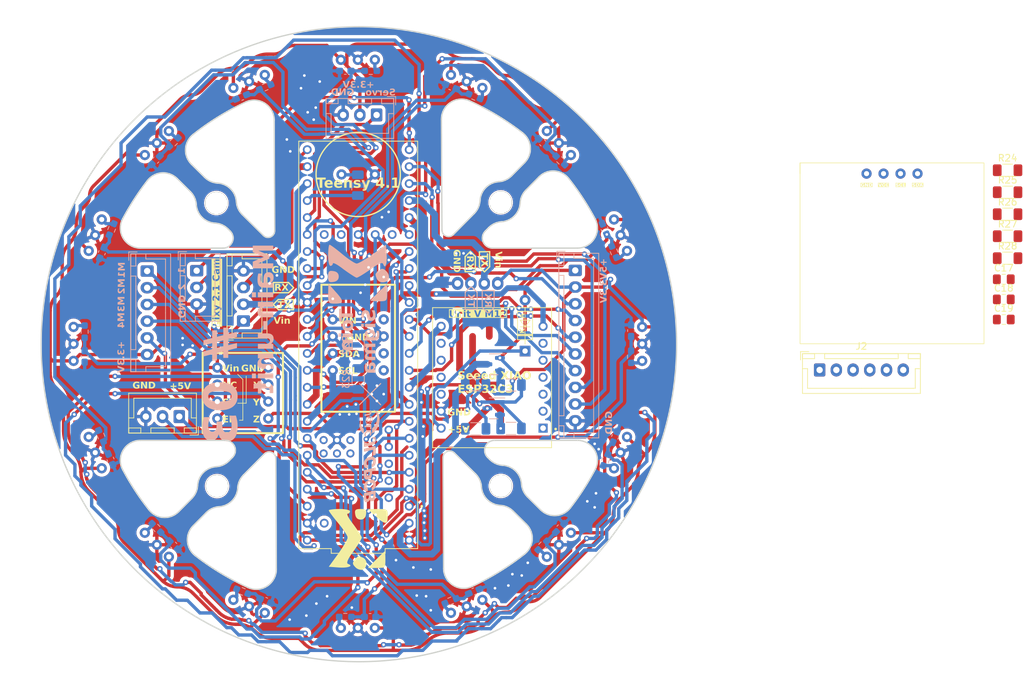
<source format=kicad_pcb>
(kicad_pcb (version 20221018) (generator pcbnew)
  (layers (0 "F.Cu" signal) (31 "B.Cu" signal) (34 "B.Paste" user) (35 "F.Paste" user) (36 "B.SilkS" user "B.Silkscreen") (37 "F.SilkS" user "F.Silkscreen") (38 "B.Mask" user) (39 "F.Mask" user) (44 "Edge.Cuts" user))
  (net 0 "")
  (net 1 "sig1")
  (net 2 "GND")
  (net 3 "sig2")
  (net 4 "sig3")
  (net 5 "sig4")
  (net 6 "sig5")
  (net 7 "sig6")
  (net 8 "sig7")
  (net 9 "sig8")
  (net 10 "sig9")
  (net 11 "sig10")
  (net 12 "sig11")
  (net 13 "sig12")
  (net 14 "sig13")
  (net 15 "sig14")
  (net 16 "sig15")
  (net 17 "sig16")
  (net 18 "+5V")
  (net 19 "+3.3V")
  (net 20 "motor-start")
  (net 21 "at-gk")
  (net 22 "whichgoal")
  (net 23 "neopixel")
  (net 24 "swA")
  (net 25 "swB")
  (net 26 "swC")
  (net 27 "TX_5V")
  (net 28 "RX_5V")
  (net 29 "M1")
  (net 30 "M2")
  (net 31 "M3")
  (net 32 "M4")
  (net 33 "Kick1")
  (net 34 "Kick2")
  (net 35 "Net-(BZ1--)")
  (net 36 "Net-(D1-K)")
  (net 37 "NeopiSig")
  (net 38 "Net-(U1-OUT)")
  (net 39 "Net-(U2-OUT)")
  (net 40 "Net-(U3-OUT)")
  (net 41 "Net-(U4-OUT)")
  (net 42 "Net-(U5-OUT)")
  (net 43 "Net-(U6-OUT)")
  (net 44 "Net-(U7-OUT)")
  (net 45 "Net-(U8-OUT)")
  (net 46 "Net-(U9-OUT)")
  (net 47 "Net-(U10-OUT)")
  (net 48 "Net-(U11-OUT)")
  (net 49 "Net-(U12-OUT)")
  (net 50 "Net-(U13-OUT)")
  (net 51 "Net-(U14-OUT)")
  (net 52 "Net-(U15-OUT)")
  (net 53 "Net-(U16-OUT)")
  (net 54 "TX_UnitV")
  (net 56 "acce_x")
  (net 57 "acce_y")
  (net 58 "acce_z")
  (net 59 "sidelineSW")
  (net 60 "centerlineSW")
  (net 64 "unconnected-(U19-3.3V-Pad3.3V_1)")
  (net 66 "RX_UnitV")
  (net 67 "roblineSW")
  (net 68 "TX_Pixy")
  (net 69 "RX_Pixy")
  (net 70 "servo")
  (net 80 "unconnected-(U19-USB_GND-PadUSB_GND1)")
  (net 83 "RX_line")
  (net 84 "SDA_gyro")
  (net 86 "buzzer")
  (net 87 "TX_line")
  (net 88 "to-MD")
  (net 89 "SCL_gyro")
  (net 90 "sidelineSWraw")
  (net 91 "RX_ESP")
  (net 92 "TX_ESP")
  (net 93 "centerlineSWraw")
  (net 94 "roblineSWraw")
  (net 95 "SDA_display")
  (net 96 "SCL_display")
  (footprint "@3pare:BAT43" (layer "F.Cu") (at 123.5 98.4 90)
    (fp_text reference "D1")
    (fp_text value "D")
  )
  (footprint "MountingHole:MountingHole_3.2mm_M3" (layer "F.Cu") (at 119.85 80.275)
    (fp_text reference "REF**")
    (fp_text value "MountingHole_3.2mm_M3")
  )
  (footprint "MountingHole:MountingHole_3.2mm_M3" (layer "F.Cu") (at 119.875 122.7)
    (fp_text reference "REF**")
    (fp_text value "MountingHole_3.2mm_M3")
  )
  (footprint "Resistor_SMD:R_1206_3216Metric_Pad1.30x1.75mm_HandSolder" (layer "F.Cu") (at 195.6325 75.47)
    (fp_text reference "R24")
    (fp_text value "10k")
  )
  (footprint "Resistor_SMD:R_1206_3216Metric_Pad1.30x1.75mm_HandSolder" (layer "F.Cu") (at 195.6325 85.34)
    (fp_text reference "R27")
    (fp_text value "1k")
  )
  (footprint "MountingHole:MountingHole_3.2mm_M3" (layer "F.Cu") (at 77.35 80.375)
    (fp_text reference "REF**")
    (fp_text value "MountingHole_3.2mm_M3")
  )
  (footprint "@3pare:SSD1306" (layer "F.Cu") (at 178.3575 75.975)
    (fp_text reference "SSD1")
    (fp_text value "~")
  )
  (footprint "Connector_JST:JST_XH_B6B-XH-A_1x06_P2.50mm_Vertical" (layer "F.Cu") (at 167.5325 105.35)
    (fp_text reference "J2")
    (fp_text value "Conn_01x06_Pin")
  )
  (footprint "@3pare:UART - XH4" (layer "F.Cu") (at 81.4 94.3 90)
    (fp_text reference "J7")
    (fp_text value "Conn_01x04_Pin")
  )
  (footprint "Resistor_SMD:R_1206_3216Metric_Pad1.30x1.75mm_HandSolder" (layer "F.Cu") (at 195.6325 82.05)
    (fp_text reference "R26")
    (fp_text value "10k")
  )
  (footprint "Resistor_SMD:R_1206_3216Metric_Pad1.30x1.75mm_HandSolder" (layer "F.Cu") (at 195.6325 78.76)
    (fp_text reference "R25")
    (fp_text value "10k")
  )
  (footprint "@3pare:Seeed Studio XIAO ESP32C3" (layer "F.Cu") (at 118.566916 106.5 180)
    (fp_text reference "U20")
    (fp_text value "Seeed Studio XIAO ESP32C3")
  )
  (footprint "@3pare:PKM13EPYH4000-A0" (layer "F.Cu") (at 98.552 76.1)
    (fp_text reference "BZ1")
    (fp_text value "Buzzer")
  )
  (footprint "Connector_JST:JST_XH_B3B-XH-A_1x03_P2.50mm_Vertical" (layer "F.Cu") (at 71.8 112.325 180)
    (fp_text reference "J4")
    (fp_text value "Conn_01x03_Pin")
  )
  (footprint "Capacitor_SMD:C_0805_2012Metric_Pad1.18x1.45mm_HandSolder" (layer "F.Cu") (at 195.0625 97.8)
    (fp_text reference "C19")
    (fp_text value "10uF")
  )
  (footprint "@3pare:teensy 4.1" (layer "F.Cu") (at 98.552 101.6 90)
    (fp_text reference "U19")
    (fp_text value "Teensy 4.1")
  )
  (footprint "MountingHole:MountingHole_3.2mm_M3" (layer "F.Cu") (at 77.45 122.725)
    (fp_text reference "REF**")
    (fp_text value "MountingHole_3.2mm_M3")
  )
  (footprint "Capacitor_SMD:C_0805_2012Metric_Pad1.18x1.45mm_HandSolder" (layer "F.Cu") (at 195.0625 91.78)
    (fp_text reference "C17")
    (fp_text value "10uF")
  )
  (footprint "Capacitor_SMD:C_0805_2012Metric_Pad1.18x1.45mm_HandSolder" (layer "F.Cu") (at 195.0625 94.79)
    (fp_text reference "C18")
    (fp_text value "10uF")
  )
  (footprint "@3pare:grove - 4" (layer "F.Cu") (at 116.4 92.4 180)
    (fp_text reference "J6")
    (fp_text value "Conn_01x04_Pin")
  )
  (footprint "Resistor_SMD:R_1206_3216Metric_Pad1.30x1.75mm_HandSolder" (layer "F.Cu") (at 195.6325 88.63)
    (fp_text reference "R28")
    (fp_text value "1k")
  )
  (footprint "@3pare:AE-BN0055-B0" (layer "F.Cu") (at 98.552 101.6)
    (fp_text reference "U18")
    (fp_text value "~")
  )
  (footprint "@3pare:KXTC9-2050" (layer "F.Cu") (at 81.3 108.8)
    (fp_text reference "U17")
    (fp_text value "~")
  )
  (footprint "Resistor_SMD:R_0603_1608Metric_Pad0.98x0.95mm_HandSolder" (layer "B.Cu") (at 61.690801 84.31284 67.5)
    (fp_text reference "R14")
    (fp_text value "39k")
  )
  (footprint "Capacitor_SMD:C_0603_1608Metric_Pad1.08x0.95mm_HandSolder" (layer "B.Cu") (at 96.619416 60.6044 180)
    (fp_text reference "C1")
    (fp_text value "0.33μF")
  )
  (footprint "@3pare:tssp58038" (layer "B.Cu") (at 141.000916 101.447464 90)
    (fp_text reference "U5")
    (fp_text value "tssp58038")
  )
  (footprint "Resistor_SMD:R_1206_3216Metric_Pad1.30x1.75mm_HandSolder" (layer "B.Cu") (at 116.100916 107.571)
    (fp_text reference "R18")
    (fp_text value "10k")
  )
  (footprint "Capacitor_SMD:C_0603_1608Metric_Pad1.08x0.95mm_HandSolder" (layer "B.Cu") (at 68.2752 73.9648 -135)
    (fp_text reference "C15")
    (fp_text value "0.33μF")
  )
  (footprint "Capacitor_SMD:C_0603_1608Metric_Pad1.08x0.95mm_HandSolder" (layer "B.Cu") (at 135.382 84.2772 112.5)
    (fp_text reference "C4")
    (fp_text value "0.33μF")
  )
  (footprint "Capacitor_SMD:C_0603_1608Metric_Pad1.08x0.95mm_HandSolder" (layer "B.Cu") (at 60.225 87.825 -112.5)
    (fp_text reference "C14")
    (fp_text value "0.33μF")
  )
  (footprint "@3pare:tssp58038" (layer "B.Cu") (at 114.764961 62.182583 157.5)
    (fp_text reference "U2")
    (fp_text value "tssp58038")
  )
  (footprint "Resistor_SMD:R_0603_1608Metric_Pad0.98x0.95mm_HandSolder" (layer "B.Cu") (at 81.2292 138.4808 157.5)
    (fp_text reference "R10")
    (fp_text value "39k")
  )
  (footprint "Connector_JST:JST_XH_B6B-XH-A_1x06_P2.50mm_Vertical" (layer "B.Cu") (at 67 90.55 -90)
    (fp_text reference "J3")
    (fp_text value "Conn_01x06_Pin")
  )
  (footprint "Capacitor_SMD:C_0603_1608Metric_Pad1.08x0.95mm_HandSolder" (layer "B.Cu") (at 136.9568 115.3668 67.5)
    (fp_text reference "C6")
    (fp_text value "0.33μF")
  )
  (footprint "@3pare:tssp58038" (layer "B.Cu") (at 128.552954 131.499502 45)
    (fp_text reference "U7")
    (fp_text value "tssp58038")
  )
  (footprint "Resistor_SMD:R_0603_1608Metric_Pad0.98x0.95mm_HandSolder" (layer "B.Cu") (at 96.621884 142.2908 180)
    (fp_text reference "R9")
    (fp_text value "39k")
  )
  (footprint "Capacitor_SMD:C_0603_1608Metric_Pad1.08x0.95mm_HandSolder" (layer "B.Cu") (at 126.1364 71.374 135)
    (fp_text reference "C3")
    (fp_text value "0.33μF")
  )
  (footprint "@3pare:tssp58038" (layer "B.Cu") (at 68.448877 131.499502 -45)
    (fp_text reference "U11")
    (fp_text value "tssp58038")
  )
  (footprint "Capacitor_SMD:C_0603_1608Metric_Pad1.08x0.95mm_HandSolder" (layer "B.Cu") (at 61.5188 118.7196 -67.5)
    (fp_text reference "C12")
    (fp_text value "0.33μF")
  )
  (footprint "Capacitor_SMD:C_0603_1608Metric_Pad1.08x0.95mm_HandSolder" (layer "B.Cu") (at 112.4204 62.9412 157.5)
    (fp_text reference "C2")
    (fp_text value "0.33μF")
  )
  (footprint "@3pare:tssp58038" (layer "B.Cu") (at 59.236035 117.711509 -67.5)
    (fp_text reference "U12")
    (fp_text value "tssp58038")
  )
  (footprint "Capacitor_SMD:C_0603_1608Metric_Pad1.08x0.95mm_HandSolder" (layer "B.Cu") (at 100.33 142.2908)
    (fp_text reference "C9")
    (fp_text value "0.33μF")
  )
  (footprint "Resistor_SMD:R_0603_1608Metric_Pad0.98x0.95mm_HandSolder" (layer "B.Cu") (at 84.648754 63.017264 22.5)
    (fp_text reference "R16")
    (fp_text value "39k")
  )
  (footprint "@3pare:tssp58038" (layer "B.Cu") (at 98.500916 143.947464)
    (fp_text reference "U9")
    (fp_text value "tssp58038")
  )
  (footprint "Resistor_SMD:R_0603_1608Metric_Pad0.98x0.95mm_HandSolder" (layer "B.Cu") (at 128.778 74.006268 -45)
    (fp_text reference "R3")
    (fp_text value "39k")
  )
  (footprint "Resistor_SMD:R_0603_1608Metric_Pad0.98x0.95mm_HandSolder" (layer "B.Cu") (at 100.429416 60.6044)
    (fp_text reference "R1")
    (fp_text value "39k")
  )
  (footprint "@3pare:tssp58038" (layer "B.Cu") (at 56.000916 101.447464 -90)
    (fp_text reference "U13")
    (fp_text value "tssp58038")
  )
  (footprint "Resistor_SMD:R_0603_1608Metric_Pad0.98x0.95mm_HandSolder" (layer "B.Cu") (at 136.8044 87.6808 -67.5)
    (fp_text reference "R4")
    (fp_text value "39k")
  )
  (footprint "Capacitor_SMD:C_0603_1608Metric_Pad1.08x0.95mm_HandSolder" (layer "B.Cu") (at 115.8748 138.4808 22.5)
    (fp_text reference "C8")
    (fp_text value "0.33μF")
  )
  (footprint "Connector_JST:JST_XH_B3B-XH-A_1x03_P2.50mm_Vertical" (layer "B.Cu") (at 74.4 90.5 -90)
    (fp_text reference "J5")
    (fp_text value "Conn_01x03_Pin")
  )
  (footprint "Resistor_SMD:R_0603_1608Metric_Pad0.98x0.95mm_HandSolder" (layer "B.Cu") (at 139.3444 103.378136 -90)
    (fp_text reference "R5")
    (fp_text value "39k")
  )
  (footprint "Resistor_SMD:R_0603_1608Metric_Pad0.98x0.95mm_HandSolder" (layer "B.Cu") (at 57.658 99.618936 90)
    (fp_text reference "R13")
    (fp_text value "39k")
  )
  (footprint "Resistor_SMD:R_1206_3216Metric_Pad1.30x1.75mm_HandSolder" (layer "B.Cu") (at 121.4 114.1)
    (fp_text reference "R19")
    (fp_text value "10k")
  )
  (footprint "Capacitor_SMD:C_0603_1608Metric_Pad1.08x0.95mm_HandSolder" (layer "B.Cu") (at 128.7272 128.9812 45)
    (fp_text reference "C7")
    (fp_text value "0.33μF")
  )
  (footprint "Connector_JST:JST_XH_B3B-XH-A_1x03_P2.50mm_Vertical" (layer "B.Cu") (at 101.3 67.2 180)
    (fp_text reference "J8")
    (fp_text value "Conn_01x03_Pin")
  )
  (footprint "Capacitor_SMD:C_0603_1608Metric_Pad1.08x0.95mm_HandSolder" (layer "B.Cu") (at 81.092754 64.490464 -157.5)
    (fp_text reference "C16")
    (fp_text value "0.33μF")
  )
  (footprint "@3pare:tssp58038" (layer "B.Cu") (at 137.765796 85.183418 112.5)
    (fp_text reference "U4")
    (fp_text value "tssp58038")
  )
  (footprint "Resistor_SMD:R_1206_3216Metric_Pad1.30x1.75mm_HandSolder" (layer "B.Cu") (at 98.552 101.6 -90)
    (fp_text reference "R22")
    (fp_text value "1k")
  )
  (footprint "Resistor_SMD:R_0603_1608Metric_Pad0.98x0.95mm_HandSolder" (layer "B.Cu") (at 68.3768 128.9812 135)
    (fp_text reference "R11")
    (fp_text value "39k")
  )
  (footprint "Resistor_SMD:R_0603_1608Metric_Pad0.98x0.95mm_HandSolder" (layer "B.Cu") (at 126.0856 131.6228 -135)
    (fp_text reference "R7")
    (fp_text value "39k")
  )
  (footprint "@3pare:tssp58038" (layer "B.Cu") (at 114.764961 140.712344 22.5)
    (fp_text reference "U8")
    (fp_text value "tssp58038")
  )
  (footprint "@3pare:tssp58038" (layer "B.Cu") (at 59.236035 85.183418 -112.5)
    (fp_text reference "U14")
    (fp_text value "tssp58038")
  )
  (footprint "@3pare:tssp58038" (layer "B.Cu") (at 68.448877 71.395425 -135)
    (fp_text reference "U15")
    (fp_text value "tssp58038")
  )
  (footprint "@3pare:tssp58038" (layer "B.Cu") (at 82.23687 62.182583 -157.5)
    (fp_text reference "U16")
    (fp_text value "tssp58038")
  )
  (footprint "@3pare:tssp58038" (layer "B.Cu") (at 82.23687 140.712344 -22.5)
    (fp_text reference "U10")
    (fp_text value "tssp58038")
  )
  (footprint "Resistor_SMD:R_0603_1608Metric_Pad0.98x0.95mm_HandSolder" (layer "B.Cu") (at 70.9676 71.2724 45)
    (fp_text reference "R15")
    (fp_text value "39k")
  )
  (footprint "@3pare:tssp58038" (layer "B.Cu") (at 137.765796 117.711509 67.5)
    (fp_text reference "U6")
    (fp_text value "tssp58038")
  )
  (footprint "Package_TO_SOT_SMD:SOT-23" (layer "B.Cu") (at 118.8 104.5 180)
    (fp_text reference "U21")
    (fp_text value "~")
  )
  (footprint "Capacitor_SMD:C_0603_1608Metric_Pad1.08x0.95mm_HandSolder" (layer "B.Cu") (at 139.3444 99.4664 90)
    (fp_text reference "C5")
    (fp_text value "0.33μF")
  )
  (footprint "Connector_JST:JST_XH_B10B-XH-A_1x10_P2.50mm_Vertical" (layer "B.Cu") (at 131 90.451464 -90)
    (fp_text reference "J1")
    (fp_text value "Conn_01x10_Pin")
  )
  (footprint "@3pare:tssp58038" (layer "B.Cu") (at 98.500916 58.947464 180)
    (fp_text reference "U1")
    (fp_text value "tssp58038")
  )
  (footprint "Capacitor_SMD:C_0603_1608Metric_Pad1.08x0.95mm_HandSolder" (layer "B.Cu") (at 70.9676 131.572 -45)
    (fp_text reference "C11")
    (fp_text value "0.33μF")
  )
  (footprint "Resistor_SMD:R_0603_1608Metric_Pad0.98x0.95mm_HandSolder" (layer "B.Cu") (at 115.94616 64.420801 -22.5)
    (fp_text reference "R2")
    (fp_text value "39k")
  )
  (footprint "Resistor_SMD:R_1206_3216Metric_Pad1.30x1.75mm_HandSolder" (layer "B.Cu") (at 116.100916 114.151)
    (fp_text reference "R20")
    (fp_text value "10k")
  )
  (footprint "Package_TO_SOT_SMD:SOT-23" (layer "B.Cu") (at 118.8 111.1 180)
    (fp_text reference "U22")
    (fp_text value "~")
  )
  (footprint "Capacitor_SMD:C_0603_1608Metric_Pad1.08x0.95mm_HandSolder" (layer "B.Cu") (at 84.6836 139.9032 -22.5)
    (fp_text reference "C10")
    (fp_text value "0.33μF")
  )
  (footprint "Resistor_SMD:R_1206_3216Metric_Pad1.30x1.75mm_HandSolder" (layer "B.Cu") (at 98.5 77.7 90)
    (fp_text reference "R21")
    (fp_text value "1k")
  )
  (footprint "Capacitor_SMD:C_0603_1608Metric_Pad1.08x0.95mm_HandSolder" (layer "B.Cu") (at 57.658 103.3272 -90)
    (fp_text reference "C13")
    (fp_text value "0.33μF")
  )
  (footprint "Resistor_SMD:R_0603_1608Metric_Pad0.98x0.95mm_HandSolder" (layer "B.Cu") (at 112.3696 139.9032 -157.5)
    (fp_text reference "R8")
    (fp_text value "39k")
  )
  (footprint "Resistor_SMD:R_1206_3216Metric_Pad1.30x1.75mm_HandSolder" (layer "B.Cu") (at 98.552 106.68 -90)
    (fp_text reference "R23")
    (fp_text value "1k")
  )
  (footprint "Resistor_SMD:R_0603_1608Metric_Pad0.98x0.95mm_HandSolder" (layer "B.Cu") (at 135.5344 118.8212 -112.5)
    (fp_text reference "R6")
    (fp_text value "39k")
  )
  (footprint "Resistor_SMD:R_1206_3216Metric_Pad1.30x1.75mm_HandSolder" (layer "B.Cu") (at 121.4 107.6)
    (fp_text reference "R17")
    (fp_text value "10k")
  )
  (footprint "@3pare:tssp58038" (layer "B.Cu") (at 128.552954 71.395425 135)
    (fp_text reference "U3")
    (fp_text value "tssp58038")
  )
  (footprint "Resistor_SMD:R_0603_1608Metric_Pad0.98x0.95mm_HandSolder" (layer "B.Cu") (at 60.102801 115.23496 112.5)
    (fp_text reference "R12")
    (fp_text value "39k")
  )
  (gr_line (start 117.094 93.472) (end 117.094 96.012) (stroke (width 0.15)) (layer "B.SilkS"))
  (gr_poly (pts (xy 99.41105 120.802992) (xy 99.413141 120.974816) (xy 99.417031 121.132977) (xy 99.422615 121.258933) (xy 99.429792 121.334143) (xy 99.434206 121.356696) (xy 99.439476 121.379301) (xy 99.445546 121.401844) (xy 99.452364 121.424211) (xy 99.459874 121.446289) (xy 99.468022 121.467964) (xy 99.476754 121.489122) (xy 99.486016 121.509649) (xy 99.495753 121.529433) (xy 99.505911 121.548359) (xy 99.516436 121.566313) (xy 99.527274 121.583182) (xy 99.53837 121.598852) (xy 99.549671 121.613209) (xy 99.561121 121.62614) (xy 99.572667 121.637532) (xy 99.585292 121.648372) (xy 99.599252 121.659018) (xy 99.614397 121.669401) (xy 99.630572 121.679451) (xy 99.647625 121.689098) (xy 99.665405 121.698272) (xy 99.683758 121.706903) (xy 99.702533 121.714922) (xy 99.721576 121.722258) (xy 99.740736 121.728843) (xy 99.759859 121.734606) (xy 99.778794 121.739478) (xy 99.797387 121.743389) (xy 99.815487 121.746269) (xy 99.832941 121.748048) (xy 99.849597 121.748656) (xy 99.885702 121.747435) (xy 99.923047 121.74385) (xy 99.961342 121.738017) (xy 100.000299 121.730052) (xy 100.039629 121.720072) (xy 100.079041 121.708193) (xy 100.118246 121.694531) (xy 100.156955 121.679203) (xy 100.194878 121.662324) (xy 100.231727 121.644011) (xy 100.267212 121.624381) (xy 100.301043 121.603549) (xy 100.33293 121.581631) (xy 100.362586 121.558745) (xy 100.389719 121.535006) (xy 100.414042 121.510531) (xy 100.441728 121.478876) (xy 100.467272 121.445974) (xy 100.490723 121.41165) (xy 100.51213 121.375732) (xy 100.531543 121.338046) (xy 100.54901 121.29842) (xy 100.564581 121.256681) (xy 100.578304 121.212655) (xy 100.590229 121.166169) (xy 100.600404 121.11705) (xy 100.608879 121.065125) (xy 100.615704 121.010221) (xy 100.620926 120.952164) (xy 100.624596 120.890783) (xy 100.626761 120.825902) (xy 100.627472 120.75735) (xy 100.627472 120.517462) (xy 100.869125 120.459254) (xy 100.918548 120.447895) (xy 100.965533 120.436516) (xy 101.008961 120.425426) (xy 101.047719 120.414936) (xy 101.080688 120.405355) (xy 101.106754 120.396994) (xy 101.116849 120.393367) (xy 101.124799 120.390162) (xy 101.130466 120.387417) (xy 101.133708 120.38517) (xy 101.136582 120.38252) (xy 101.139251 120.378521) (xy 101.141719 120.373148) (xy 101.143989 120.366374) (xy 101.146061 120.358174) (xy 101.14794 120.348522) (xy 101.151127 120.324757) (xy 101.153569 120.294875) (xy 101.155289 120.258667) (xy 101.156305 120.215927) (xy 101.156639 120.166449) (xy 101.156574 120.136554) (xy 101.156367 120.109604) (xy 101.155999 120.085446) (xy 101.155454 120.063922) (xy 101.154712 120.04488) (xy 101.153755 120.028162) (xy 101.153191 120.020627) (xy 101.152566 120.013615) (xy 101.151879 120.007107) (xy 101.151127 120.001084) (xy 101.150307 119.995525) (xy 101.149418 119.990413) (xy 101.148458 119.985726) (xy 101.147423 119.981447) (xy 101.146312 119.977555) (xy 101.145123 119.974031) (xy 101.143853 119.970856) (xy 101.1425 119.968011) (xy 101.141062 119.965475) (xy 101.139536 119.963231) (xy 101.13792 119.961257) (xy 101.136213 119.959536) (xy 101.134411 119.958047) (xy 101.132512 119.956771) (xy 101.130515 119.955689) (xy 101.128417 119.954782) (xy 101.0497 119.968214) (xy 100.857191 120.009324) (xy 100.281529 120.139769) (xy 100.212076 120.156181) (xy 100.212076 120.614779) (xy 100.218405 120.61481) (xy 100.224176 120.615364) (xy 100.229409 120.616481) (xy 100.234125 120.6182) (xy 100.238345 120.620561) (xy 100.24209 120.623604) (xy 100.24538 120.627368) (xy 100.248236 120.631894) (xy 100.250679 120.637221) (xy 100.252729 120.643388) (xy 100.254406 120.650436) (xy 100.255733 120.658404) (xy 100.257414 120.67726) (xy 100.257938 120.700273) (xy 100.257469 120.727761) (xy 100.256174 120.760042) (xy 100.251764 120.840254) (xy 100.249311 120.877994) (xy 100.246527 120.912649) (xy 100.24333 120.944441) (xy 100.239637 120.973593) (xy 100.235365 121.000326) (xy 100.230432 121.024863) (xy 100.227691 121.036377) (xy 100.224754 121.047425) (xy 100.221611 121.058036) (xy 100.21825 121.068236) (xy 100.214662 121.078054) (xy 100.210836 121.087518) (xy 100.206762 121.096654) (xy 100.20243 121.105491) (xy 100.197829 121.114058) (xy 100.192949 121.12238) (xy 100.18778 121.130487) (xy 100.182311 121.138406) (xy 100.176532 121.146164) (xy 100.170432 121.153791) (xy 100.164002 121.161312) (xy 100.15723 121.168757) (xy 100.142623 121.183527) (xy 100.126528 121.198323) (xy 100.116608 121.206805) (xy 100.10728 121.214422) (xy 100.098433 121.221217) (xy 100.089955 121.227234) (xy 100.081735 121.232517) (xy 100.073663 121.237111) (xy 100.065627 121.241059) (xy 100.057516 121.244404) (xy 100.049219 121.247192) (xy 100.040624 121.249465) (xy 100.031622 121.251268) (xy 100.0221 121.252645) (xy 100.011948 121.253639) (xy 100.001054 121.254295) (xy 99.989307 121.254656) (xy 99.976597 121.254767) (xy 99.966799 121.254633) (xy 99.957248 121.25423) (xy 99.947943 121.253558) (xy 99.938884 121.252617) (xy 99.930068 121.251408) (xy 99.921496 121.24993) (xy 99.913166 121.248184) (xy 99.905077 121.246168) (xy 99.897228 121.243884) (xy 99.889619 121.241331) (xy 99.882248 121.23851) (xy 99.875115 121.23542) (xy 99.868218 121.232061) (xy 99.861556 121.228433) (xy 99.855129 121.224537) (xy 99.848936 121.220372) (xy 99.842975 121.215938) (xy 99.837245 121.211235) (xy 99.831746 121.206264) (xy 99.826477 121.201024) (xy 99.821437 121.195515) (xy 99.816624 121.189738) (xy 99.812038 121.183692) (xy 99.807677 121.177377) (xy 99.803542 121.170793) (xy 99.79963 121.163941) (xy 99.795941 121.15682) (xy 99.792474 121.14943) (xy 99.789228 121.141772) (xy 99.786202 121.133845) (xy 99.783395 121.125649) (xy 99.780806 121.117184) (xy 99.777515 121.10081) (xy 99.774329 121.078792) (xy 99.771349 121.052103) (xy 99.768679 121.021714) (xy 99.766422 120.988596) (xy 99.764683 120.953721) (xy 99.763563 120.918061) (xy 99.763167 120.882587) (xy 99.763167 120.711489) (xy 99.898986 120.681504) (xy 99.960529 120.668275) (xy 100.026207 120.653723) (xy 100.138875 120.628587) (xy 100.180767 120.619089) (xy 100.197662 120.616126) (xy 100.212076 120.614779) (xy 100.212076 120.156181) (xy 99.702891 120.276498) (xy 99.506662 120.325463) (xy 99.422736 120.349893) (xy 99.419385 120.361702) (xy 99.4166 120.390955) (xy 99.412676 120.49252) (xy 99.410861 120.636046)) (fill solid) (layer "B.SilkS"))
  (gr_poly (pts (xy 94.057087 91.506194) (xy 94.062651 91.630054) (xy 94.072556 91.740168) (xy 94.079297 91.790248) (xy 94.087318 91.837104) (xy 94.096682 91.880809) (xy 94.107454 91.921432) (xy 94.1197 91.959045) (xy 94.133482 91.993718) (xy 94.148866 92.025524) (xy 94.165918 92.054533) (xy 94.1847 92.080816) (xy 94.205278 92.104444) (xy 94.227716 92.125488) (xy 94.252079 92.144019) (xy 94.278432 92.160109) (xy 94.306839 92.173828) (xy 94.337365 92.185248) (xy 94.370074 92.194438) (xy 94.405031 92.201472) (xy 94.4423 92.206419) (xy 94.481947 92.20935) (xy 94.524035 92.210338) (xy 94.56863 92.209452) (xy 94.615795 92.206763) (xy 94.718097 92.196265) (xy 94.831458 92.179409) (xy 94.927774 92.163708) (xy 94.973746 92.154014) (xy 95.018251 92.143098) (xy 95.061284 92.130968) (xy 95.102837 92.11763) (xy 95.142905 92.103091) (xy 95.18148 92.087357) (xy 95.218557 92.070434) (xy 95.254128 92.052329) (xy 95.288189 92.033048) (xy 95.320731 92.012598) (xy 95.351748 91.990985) (xy 95.381235 91.968217) (xy 95.409185 91.944298) (xy 95.43559 91.919236) (xy 95.460446 91.893037) (xy 95.483744 91.865708) (xy 95.505479 91.837254) (xy 95.525645 91.807684) (xy 95.544235 91.777002) (xy 95.561242 91.745215) (xy 95.576659 91.712331) (xy 95.590482 91.678355) (xy 95.602702 91.643293) (xy 95.613314 91.607153) (xy 95.622311 91.569941) (xy 95.629687 91.531662) (xy 95.635435 91.492325) (xy 95.639549 91.451934) (xy 95.642022 91.410497) (xy 95.642847 91.36802) (xy 95.642022 91.325543) (xy 95.639549 91.284106) (xy 95.635435 91.243716) (xy 95.629687 91.204378) (xy 95.622311 91.1661) (xy 95.613314 91.128888) (xy 95.602702 91.092747) (xy 95.590482 91.057686) (xy 95.576659 91.02371) (xy 95.561242 90.990825) (xy 95.544235 90.959039) (xy 95.525645 90.928357) (xy 95.505479 90.898786) (xy 95.483744 90.870333) (xy 95.460446 90.843004) (xy 95.43559 90.816805) (xy 95.409185 90.791743) (xy 95.381235 90.767824) (xy 95.351748 90.745056) (xy 95.320731 90.723443) (xy 95.288189 90.702993) (xy 95.254128 90.683712) (xy 95.218557 90.665607) (xy 95.18148 90.648684) (xy 95.142905 90.63295) (xy 95.102837 90.618411) (xy 95.018251 90.592943) (xy 94.927774 90.572333) (xy 94.831458 90.556632) (xy 94.718097 90.539776) (xy 94.615795 90.529277) (xy 94.524035 90.525703) (xy 94.481947 90.52669) (xy 94.4423 90.529622) (xy 94.405031 90.534569) (xy 94.370074 90.541602) (xy 94.337365 90.550793) (xy 94.306839 90.562213) (xy 94.278432 90.575932) (xy 94.252079 90.592021) (xy 94.227716 90.610553) (xy 94.205278 90.631597) (xy 94.1847 90.655225) (xy 94.165918 90.681508) (xy 94.148866 90.710516) (xy 94.133482 90.742322) (xy 94.1197 90.776996) (xy 94.107454 90.814609) (xy 94.096682 90.855232) (xy 94.087318 90.898936) (xy 94.072556 90.995872) (xy 94.062651 91.105986) (xy 94.057087 91.229846) (xy 94.055348 91.36802)) (fill solid) (layer "B.SilkS"))
  (gr_line (start 115.316 92.964) (end 115.57 92.964) (stroke (width 0.15)) (layer "B.SilkS"))
  (gr_poly (pts (xy 94.055993 94.192482) (xy 94.058861 94.412107) (xy 94.065347 94.604033) (xy 94.076845 94.770121) (xy 94.08491 94.844057) (xy 94.094751 94.912231) (xy 94.106543 94.974876) (xy 94.12046 95.032224) (xy 94.136676 95.084507) (xy 94.155367 95.131959) (xy 94.176706 95.174812) (xy 94.200868 95.213298) (xy 94.228027 95.24765) (xy 94.258358 95.2781) (xy 94.292035 95.304881) (xy 94.329232 95.328226) (xy 94.370124 95.348367) (xy 94.414886 95.365537) (xy 94.463691 95.379967) (xy 94.516714 95.391891) (xy 94.57413 95.401542) (xy 94.636113 95.409151) (xy 94.774476 95.419177) (xy 94.933201 95.423828) (xy 95.113681 95.424964) (xy 95.349325 95.420253) (xy 95.55355 95.405465) (xy 95.643881 95.393985) (xy 95.726356 95.379618) (xy 95.800977 95.362241) (xy 95.867743 95.341731) (xy 95.926654 95.317965) (xy 95.97771 95.290821) (xy 96.020912 95.260176) (xy 96.056259 95.225907) (xy 96.08375 95.187891) (xy 96.103387 95.146006) (xy 96.11517 95.10013) (xy 96.119097 95.050138) (xy 96.11517 94.995909) (xy 96.103387 94.93732) (xy 96.08375 94.874248) (xy 96.056259 94.80657) (xy 96.020912 94.734164) (xy 95.97771 94.656906) (xy 95.926654 94.574675) (xy 95.867743 94.487347) (xy 95.726356 94.296911) (xy 95.55355 94.084616) (xy 95.349325 93.849479) (xy 95.113681 93.59052) (xy 94.090625 92.426354) (xy 94.055348 93.943299)) (fill solid) (layer "B.SilkS"))
  (gr_line (start 118.872 93.472) (end 117.094 93.472) (stroke (width 0.15)) (layer "B.SilkS"))
  (gr_poly (pts (xy 99.48337 115.020302) (xy 99.483855 115.042246) (xy 99.484813 115.063896) (xy 99.486242 115.084957) (xy 99.488138 115.105134) (xy 99.490499 115.124133) (xy 99.493323 115.141659) (xy 99.496606 115.157418) (xy 99.500347 115.171115) (xy 99.502844 115.177616) (xy 99.505684 115.184513) (xy 99.512281 115.199254) (xy 99.519912 115.214864) (xy 99.528349 115.230866) (xy 99.537365 115.246786) (xy 99.546732 115.262148) (xy 99.551476 115.269471) (xy 99.556223 115.276476) (xy 99.560944 115.283104) (xy 99.565611 115.289295) (xy 99.607944 115.349267) (xy 99.676736 115.282239) (xy 99.683904 115.275301) (xy 99.690833 115.268404) (xy 99.697495 115.26159) (xy 99.703856 115.254899) (xy 99.709887 115.248374) (xy 99.715555 115.242056) (xy 99.720832 115.235986) (xy 99.725684 115.230205) (xy 99.730082 115.224755) (xy 99.733994 115.219677) (xy 99.737389 115.215012) (xy 99.740236 115.210802) (xy 99.742505 115.207088) (xy 99.744164 115.203912) (xy 99.744755 115.202538) (xy 99.745182 115.201314) (xy 99.745441 115.200245) (xy 99.745528 115.199337) (xy 99.745345 115.197481) (xy 99.744808 115.19524) (xy 99.743935 115.192643) (xy 99.742744 115.189718) (xy 99.741254 115.186493) (xy 99.739482 115.182997) (xy 99.737446 115.179257) (xy 99.735165 115.175304) (xy 99.729939 115.166867) (xy 99.723948 115.157913) (xy 99.717337 115.14867) (xy 99.71025 115.139365) (xy 99.705925 115.133524) (xy 99.701878 115.12726) (xy 99.694623 115.11355) (xy 99.688484 115.09841) (xy 99.683461 115.082011) (xy 99.679554 115.064526) (xy 99.676764 115.04613) (xy 99.675089 115.026995) (xy 99.674531 115.007293) (xy 99.675089 114.9872) (xy 99.676764 114.966886) (xy 99.679554 114.946526) (xy 99.683461 114.926292) (xy 99.688484 114.906359) (xy 99.694623 114.886898) (xy 99.701878 114.868083) (xy 99.71025 114.850087) (xy 99.724442 114.825503) (xy 99.741101 114.802079) (xy 99.760049 114.779901) (xy 99.781109 114.759054) (xy 99.804101 114.739622) (xy 99.828847 114.721692) (xy 99.85517 114.705348) (xy 99.882891 114.690675) (xy 99.911831 114.67776) (xy 99.941812 114.666687) (xy 99.972656 114.657542) (xy 100.004186 114.650409) (xy 100.036221 114.645375) (xy 100.068585 114.642523) (xy 100.101098 114.641941) (xy 100.133583 114.643712) (xy 100.1514 114.645982) (xy 100.168463 114.649138) (xy 100.184763 114.653157) (xy 100.200291 114.658016) (xy 100.215037 114.663691) (xy 100.228992 114.67016) (xy 100.242147 114.677398) (xy 100.254492 114.685384) (xy 100.266019 114.694092) (xy 100.276716 114.703501) (xy 100.286576 114.713587) (xy 100.295589 114.724327) (xy 100.303745 114.735697) (xy 100.311035 114.747674) (xy 100.317451 114.760236) (xy 100.322981 114.773358) (xy 100.327617 114.787017) (xy 100.33135 114.80119) (xy 100.334171 114.815855) (xy 100.336069 114.830987) (xy 100.337036 114.846564) (xy 100.337061 114.862561) (xy 100.336137 114.878957) (xy 100.334253 114.895727) (xy 100.3314 114.912849) (xy 100.327569 114.930299) (xy 100.322751 114.948054) (xy 100.316935 114.96609) (xy 100.310113 114.984385) (xy 100.302275 115.002915) (xy 100.293411 115.021656) (xy 100.283514 115.040587) (xy 100.242944 115.116434) (xy 100.306444 115.169351) (xy 100.314216 115.175677) (xy 100.321654 115.181429) (xy 100.328757 115.186613) (xy 100.335521 115.191234) (xy 100.341944 115.195296) (xy 100.348023 115.198806) (xy 100.350933 115.200355) (xy 100.353756 115.201768) (xy 100.356492 115.203045) (xy 100.359141 115.204187) (xy 100.361701 115.205195) (xy 100.364173 115.206069) (xy 100.366557 115.20681) (xy 100.368852 115.207419) (xy 100.371058 115.207896) (xy 100.373175 115.208241) (xy 100.375201 115.208457) (xy 100.377138 115.208542) (xy 100.378984 115.208498) (xy 100.380739 115.208326) (xy 100.382403 115.208026) (xy 100.383976 115.207598) (xy 100.385457 115.207044) (xy 100.386846 115.206364) (xy 100.388143 115.205558) (xy 100.389347 115.204628) (xy 100.397595 115.196672) (xy 100.406383 115.186207) (xy 100.41559 115.173495) (xy 100.425094 115.158795) (xy 100.434773 115.142369) (xy 100.444507 115.124478) (xy 100.454173 115.105383) (xy 100.463651 115.085345) (xy 100.472819 115.064625) (xy 100.481555 115.043484) (xy 100.489739 115.022183) (xy 100.497248 115.000982) (xy 100.503961 114.980143) (xy 100.509757 114.959927) (xy 100.514514 114.940594) (xy 100.518111 114.922406) (xy 100.521528 114.901295) (xy 100.52418 114.880308) (xy 100.526074 114.859467) (xy 100.52722 114.838794) (xy 100.527627 114.818309) (xy 100.527304 114.798034) (xy 100.526261 114.77799) (xy 100.524505 114.758199) (xy 100.522047 114.738682) (xy 100.518895 114.71946) (xy 100.515058 114.700555) (xy 100.510546 114.681987) (xy 100.505367 114.663778) (xy 100.49953 114.64595) (xy 100.493045 114.628524) (xy 100.48592 114.611521) (xy 100.478165 114.594962) (xy 100.469788 114.578869) (xy 100.4608 114.563263) (xy 100.451207 114.548166) (xy 100.441021 114.533598) (xy 100.430249 114.519581) (xy 100.418901 114.506136) (xy 100.406986 114.493285) (xy 100.394513 114.481049) (xy 100.381491 114.469449) (xy 100.367928 114.458507) (xy 100.353835 114.448244) (xy 100.33922 114.438681) (xy 100.324092 114.429839) (xy 100.30846 114.421741) (xy 100.292333 114.414406) (xy 100.274117 114.407976) (xy 100.254007 114.402572) (xy 100.232217 114.398186) (xy 100.208962 114.39481) (xy 100.184457 114.392437) (xy 100.158915 114.391059) (xy 100.132552 114.390667) (xy 100.105582 114.391255) (xy 100.078219 114.392814) (xy 100.050677 114.395338) (xy 100.023172 114.398817) (xy 99.995917 114.403244) (xy 99.969128 114.408612) (xy 99.943018 114.414913) (xy 99.917802 114.422138) (xy 99.893694 114.430281) (xy 99.861429 114.443837) (xy 99.829543 114.459933) (xy 99.798169 114.478422) (xy 99.767439 114.499156) (xy 99.737483 114.521988) (xy 99.708434 114.54677) (xy 99.680424 114.573356) (xy 99.653585 114.601599) (xy 99.628048 114.63135) (xy 99.603945 114.662463) (xy 99.581407 114.694791) (xy 99.560567 114.728186) (xy 99.541557 114.7625) (xy 99.524508 114.797587) (xy 99.509551 114.833299) (xy 99.496819 114.86949) (xy 99.493429 114.883186) (xy 99.490532 114.898945) (xy 99.488126 114.916471) (xy 99.486209 114.93547) (xy 99.484777 114.955647) (xy 99.483828 114.976708) (xy 99.48336 114.998358)) (fill solid) (layer "B.SilkS"))
  (gr_poly (pts (xy 101.142735 91.110672) (xy 101.145902 91.143642) (xy 101.151434 91.178532) (xy 101.159265 91.215578) (xy 101.169331 91.255021) (xy 101.19591 91.342053) (xy 101.230654 91.441539) (xy 101.322569 91.68552) (xy 101.351759 91.752803) (xy 101.386183 91.815745) (xy 101.425489 91.874346) (xy 101.46933 91.928606) (xy 101.517357 91.978526) (xy 101.569221 92.024104) (xy 101.624573 92.065342) (xy 101.683064 92.102239) (xy 101.744346 92.134795) (xy 101.808069 92.163011) (xy 101.873886 92.186885) (xy 101.941446 92.206419) (xy 102.010402 92.221612) (xy 102.080404 92.232464) (xy 102.151104 92.238975) (xy 102.222153 92.241145) (xy 102.293201 92.238975) (xy 102.363901 92.232464) (xy 102.433903 92.221612) (xy 102.502859 92.206419) (xy 102.57042 92.186885) (xy 102.636236 92.163011) (xy 102.699959 92.134795) (xy 102.761241 92.102239) (xy 102.819733 92.065342) (xy 102.875085 92.024104) (xy 102.926948 91.978526) (xy 102.974975 91.928606) (xy 103.018816 91.874346) (xy 103.058123 91.815745) (xy 103.092546 91.752803) (xy 103.121736 91.68552) (xy 103.130937 91.658353) (xy 103.138703 91.62983) (xy 103.149986 91.569076) (xy 103.155688 91.503981) (xy 103.155912 91.435269) (xy 103.150761 91.363662) (xy 103.14034 91.289886) (xy 103.124751 91.214662) (xy 103.104097 91.138715) (xy 103.078483 91.062768) (xy 103.048011 90.987544) (xy 103.012785 90.913767) (xy 102.972908 90.842161) (xy 102.928484 90.773449) (xy 102.879615 90.708354) (xy 102.826406 90.647599) (xy 102.798206 90.619076) (xy 102.768959 90.591909) (xy 102.685751 90.510881) (xy 102.607659 90.439774) (xy 102.534012 90.378589) (xy 102.498645 90.351717) (xy 102.464137 90.327326) (xy 102.430404 90.305415) (xy 102.397362 90.285985) (xy 102.364927 90.269035) (xy 102.333016 90.254565) (xy 102.301544 90.242576) (xy 102.270427 90.233068) (xy 102.239582 90.22604) (xy 102.208924 90.221492) (xy 102.178369 90.219425) (xy 102.147833 90.219839) (xy 102.117233 90.222733) (xy 102.086485 90.228107) (xy 102.055504 90.235962) (xy 102.024206 90.246297) (xy 101.992508 90.259113) (xy 101.960325 90.274409) (xy 101.927574 90.292186) (xy 101.894171 90.312443) (xy 101.860031 90.335181) (xy 101.825071 90.360399) (xy 101.789206 90.388097) (xy 101.752354 90.418276) (xy 101.675347 90.486076) (xy 101.466299 90.649029) (xy 101.382807 90.716682) (xy 101.312647 90.777669) (xy 101.282406 90.80626) (xy 101.255304 90.833901) (xy 101.231276 90.860832) (xy 101.210259 90.887292) (xy 101.192187 90.913519) (xy 101.176997 90.939752) (xy 101.164622 90.966231) (xy 101.155 90.993194) (xy 101.148064 91.020881) (xy 101.143751 91.04953) (xy 101.141997 91.079381)) (fill solid) (layer "B.SilkS"))
  (gr_poly (pts (xy 99.412053 116.668749) (xy 99.41659 116.760957) (xy 99.41963 116.798613) (xy 99.423153 116.828567) (xy 99.427136 116.849266) (xy 99.429293 116.855659) (xy 99.431556 116.859156) (xy 99.437584 116.861906) (xy 99.44679 116.863463) (xy 99.477031 116.862519) (xy 99.526867 116.855374) (xy 99.600889 116.841076) (xy 99.839841 116.787223) (xy 100.230597 116.693351) (xy 100.305237 116.674971) (xy 100.373958 116.657435) (xy 100.437123 116.640598) (xy 100.495098 116.624311) (xy 100.548246 116.608427) (xy 100.596931 116.592799) (xy 100.641519 116.577279) (xy 100.682373 116.56172) (xy 100.719858 116.545976) (xy 100.754338 116.529898) (xy 100.786177 116.51334) (xy 100.81574 116.496153) (xy 100.843391 116.478192) (xy 100.869494 116.459308) (xy 100.894413 116.439355) (xy 100.918514 116.418184) (xy 100.958263 116.379389) (xy 100.994823 116.338427) (xy 101.028189 116.295319) (xy 101.058357 116.250091) (xy 101.085321 116.202764) (xy 101.109076 116.153363) (xy 101.129616 116.10191) (xy 101.146938 116.048429) (xy 101.161034 115.992943) (xy 101.171901 115.935475) (xy 101.179532 115.876048) (xy 101.183924 115.814686) (xy 101.18507 115.751412) (xy 101.182966 115.68625) (xy 101.177607 115.619221) (xy 101.168986 115.550351) (xy 101.162892 115.515176) (xy 101.156611 115.481614) (xy 101.15029 115.45045) (xy 101.144071 115.422469) (xy 101.138101 115.398456) (xy 101.135254 115.388184) (xy 101.132523 115.379198) (xy 101.129927 115.371598) (xy 101.127483 115.36548) (xy 101.12521 115.360944) (xy 101.124143 115.359299) (xy 101.123125 115.358087) (xy 101.1201 115.356207) (xy 101.115396 115.354851) (xy 101.10139 115.353618) (xy 101.081984 115.354199) (xy 101.058054 115.356405) (xy 101.030476 115.360048) (xy 101.000125 115.364939) (xy 100.934609 115.37771) (xy 100.868515 115.393209) (xy 100.837441 115.401511) (xy 100.80885 115.409929) (xy 100.783617 115.418274) (xy 100.76262 115.426358) (xy 100.746733 115.433993) (xy 100.74098 115.437583) (xy 100.736833 115.44099) (xy 100.734023 115.444118) (xy 100.731545 115.44758) (xy 100.729404 115.451419) (xy 100.7276 115.455679) (xy 100.726138 115.460405) (xy 100.72502 115.465639) (xy 100.724248 115.471426) (xy 100.723825 115.477811) (xy 100.723753 115.484836) (xy 100.724035 115.492545) (xy 100.724673 115.500984) (xy 100.725671 115.510195) (xy 100.727031 115.520222) (xy 100.728755 115.53111) (xy 100.733306 115.555642) (xy 100.736596 115.57765) (xy 100.739782 115.603378) (xy 100.742762 115.631917) (xy 100.745432 115.662358) (xy 100.747689 115.693791) (xy 100.749429 115.725306) (xy 100.750548 115.755995) (xy 100.750944 115.784948) (xy 100.750418 115.818556) (xy 100.748802 115.850005) (xy 100.746038 115.879407) (xy 100.744208 115.893376) (xy 100.74207 115.906877) (xy 100.739617 115.919922) (xy 100.736841 115.932527) (xy 100.733736 115.944706) (xy 100.730295 115.956472) (xy 100.726509 115.967841) (xy 100.722373 115.978826) (xy 100.71788 115.989441) (xy 100.713021 115.999701) (xy 100.70779 116.00962) (xy 100.70218 116.019212) (xy 100.696184 116.028492) (xy 100.689794 116.037473) (xy 100.683004 116.04617) (xy 100.675806 116.054597) (xy 100.668194 116.062768) (xy 100.660159 116.070698) (xy 100.651696 116.0784) (xy 100.642797 116.085889) (xy 100.633455 116.093179) (xy 100.623662 116.100284) (xy 100.613412 116.107219) (xy 100.602698 116.113998) (xy 100.591512 116.120634) (xy 100.579847 116.127143) (xy 100.555231 116.138408) (xy 100.520747 116.151448) (xy 100.42818 116.181354) (xy 100.314158 116.213866) (xy 100.190689 116.245984) (xy 100.069784 116.274713) (xy 99.963451 116.297054) (xy 99.919502 116.304893) (xy 99.8837 116.310011) (xy 99.857546 116.312034) (xy 99.842542 116.310587) (xy 99.839837 116.309081) (xy 99.837029 116.307225) (xy 99.834139 116.305037) (xy 99.831187 116.302539) (xy 99.828193 116.299752) (xy 99.825178 116.296696) (xy 99.822164 116.293392) (xy 99.81917 116.289861) (xy 99.816218 116.286123) (xy 99.813327 116.282199) (xy 99.810519 116.27811) (xy 99.807815 116.273876) (xy 99.805235 116.269518) (xy 99.802799 116.265056) (xy 99.800529 116.260512) (xy 99.798444 116.255906) (xy 99.796731 116.251591) (xy 99.794906 116.247266) (xy 99.792984 116.242961) (xy 99.790975 116.238708) (xy 99.788895 116.234538) (xy 99.786755 116.230481) (xy 99.784569 116.22657) (xy 99.782349 116.222833) (xy 99.780108 116.219304) (xy 99.77786 116.216012) (xy 99.775617 116.212989) (xy 99.773392 116.210265) (xy 99.771198 116.207873) (xy 99.769047 116.205842) (xy 99.767993 116.204972) (xy 99.766954 116.204204) (xy 99.765933 116.203542) (xy 99.76493 116.202989) (xy 99.762652 116.202201) (xy 99.75886 116.201805) (xy 99.747123 116.202114) (xy 99.730502 116.203757) (xy 99.709781 116.206572) (xy 99.65917 116.215082) (xy 99.60155 116.226361) (xy 99.543187 116.239128) (xy 99.490343 116.252103) (xy 99.44928 116.264002) (xy 99.435125 116.269148) (xy 99.426264 116.273545) (xy 99.423881 116.276562) (xy 99.421692 116.282505) (xy 99.417882 116.302398) (xy 99.414811 116.331669) (xy 99.412456 116.368767) (xy 99.4098 116.460231) (xy 99.409727 116.564366)) (fill solid) (layer "B.SilkS"))
  (gr_line (start 117.094 96.012) (end 117.856 96.774) (stroke (width 0.15)) (layer "B.SilkS"))
  (gr_poly (pts (xy 99.497481 113.824385) (xy 99.498461 113.842912) (xy 99.500233 113.860814) (xy 99.502787 113.87763) (xy 99.506107 113.892901) (xy 99.510182 113.906168) (xy 99.512499 113.911905) (xy 99.514999 113.916969) (xy 99.517682 113.921301) (xy 99.520544 113.924845) (xy 99.523586 113.927543) (xy 99.526806 113.929337) (xy 99.531319 113.929941) (xy 99.539435 113.929791) (xy 99.565666 113.927352) (xy 99.603886 113.922267) (xy 99.652483 113.914785) (xy 99.774356 113.893618) (xy 99.918389 113.865837) (xy 100.182311 113.815125) (xy 100.267391 113.79936) (xy 100.292785 113.795033) (xy 100.304681 113.793517) (xy 100.307555 113.794229) (xy 100.310231 113.796401) (xy 100.312715 113.800087) (xy 100.315016 113.805341) (xy 100.317141 113.812218) (xy 100.319098 113.820771) (xy 100.32254 113.843127) (xy 100.325403 113.872841) (xy 100.327749 113.910347) (xy 100.32964 113.956081) (xy 100.331139 114.010476) (xy 100.336431 114.22567) (xy 100.389347 114.222142) (xy 100.436052 114.219111) (xy 100.454611 114.217305) (xy 100.470293 114.214425) (xy 100.48334 114.209809) (xy 100.48895 114.206643) (xy 100.493992 114.202795) (xy 100.498495 114.198182) (xy 100.502489 114.192721) (xy 100.506004 114.18633) (xy 100.509071 114.178927) (xy 100.513979 114.160751) (xy 100.517453 114.137531) (xy 100.519733 114.108606) (xy 100.52106 114.073314) (xy 100.521815 113.980986) (xy 100.521639 113.855253) (xy 100.521593 113.800812) (xy 100.521439 113.752355) (xy 100.521151 113.709541) (xy 100.520702 113.672029) (xy 100.520067 113.639478) (xy 100.519672 113.624957) (xy 100.51922 113.611547) (xy 100.51871 113.599208) (xy 100.518136 113.587895) (xy 100.517497 113.577567) (xy 100.516788 113.56818) (xy 100.516007 113.559693) (xy 100.515151 113.552063) (xy 100.514216 113.545246) (xy 100.513198 113.5392) (xy 100.512096 113.533883) (xy 100.510905 113.529253) (xy 100.509622 113.525265) (xy 100.508945 113.523499) (xy 100.508244 113.521878) (xy 100.507519 113.520397) (xy 100.506768 113.51905) (xy 100.505993 113.517831) (xy 100.505191 113.516737) (xy 100.504363 113.51576) (xy 100.503509 113.514896) (xy 100.502628 113.51414) (xy 100.501719 113.513486) (xy 100.500783 113.512929) (xy 100.499818 113.512464) (xy 100.498825 113.512084) (xy 100.497803 113.511786) (xy 100.496752 113.511563) (xy 100.49567 113.511411) (xy 100.493417 113.511295) (xy 100.434723 113.519133) (xy 100.318213 113.539931) (xy 99.99137 113.60412) (xy 99.672133 113.671285) (xy 99.565132 113.695804) (xy 99.51975 113.708851) (xy 99.516721 113.711926) (xy 99.513919 113.715823) (xy 99.51134 113.720483) (xy 99.508984 113.725849) (xy 99.506849 113.731863) (xy 99.504933 113.738469) (xy 99.501753 113.753223) (xy 99.49943 113.769652) (xy 99.497953 113.787295) (xy 99.497307 113.805693)) (fill solid) (layer "B.SilkS"))
  (gr_poly (pts (xy 99.499549 112.122686) (xy 99.500134 112.140784) (xy 99.501225 112.158226) (xy 99.502828 112.17457) (xy 99.504947 112.189374) (xy 99.507589 112.202197) (xy 99.510757 112.212595) (xy 99.512541 112.216748) (xy 99.514458 112.220128) (xy 99.517224 112.223411) (xy 99.5217 112.225964) (xy 99.528109 112.227764) (xy 99.536672 112.228782) (xy 99.547613 112.228995) (xy 99.561153 112.228376) (xy 99.59692 112.224538) (xy 99.645751 112.217062) (xy 99.709423 112.205742) (xy 99.888403 112.170739) (xy 99.957024 112.15658) (xy 100.019578 112.14312) (xy 100.076407 112.130234) (xy 100.127851 112.117795) (xy 100.174251 112.105677) (xy 100.215949 112.093752) (xy 100.253285 112.081894) (xy 100.286601 112.069977) (xy 100.301857 112.063957) (xy 100.316237 112.057874) (xy 100.329782 112.051713) (xy 100.342535 112.045459) (xy 100.354539 112.039094) (xy 100.365836 112.032604) (xy 100.376469 112.025972) (xy 100.386481 112.019183) (xy 100.395914 112.012221) (xy 100.404811 112.00507) (xy 100.413214 111.997714) (xy 100.421166 111.990137) (xy 100.42871 111.982324) (xy 100.435889 111.974259) (xy 100.442744 111.965926) (xy 100.44932 111.957309) (xy 100.461128 111.940476) (xy 100.472081 111.923084) (xy 100.482182 111.905185) (xy 100.491432 111.886829) (xy 100.499835 111.868067) (xy 100.507393 111.848951) (xy 100.514109 111.829531) (xy 100.519985 111.809859) (xy 100.525024 111.789985) (xy 100.529228 111.76996) (xy 100.532601 111.749836) (xy 100.535144 111.729664) (xy 100.53686 111.709494) (xy 100.537752 111.689378) (xy 100.537822 111.669366) (xy 100.537073 111.64951) (xy 100.535508 111.629861) (xy 100.533128 111.61047) (xy 100.529938 111.591387) (xy 100.525938 111.572664) (xy 100.521133 111.554352) (xy 100.515524 111.536502) (xy 100.509114 111.519164) (xy 100.501905 111.502391) (xy 100.493901 111.486232) (xy 100.485104 111.47074) (xy 100.475516 111.455964) (xy 100.465139 111.441957) (xy 100.453978 111.428769) (xy 100.442033 111.41645) (xy 100.429308 111.405053) (xy 100.415805 111.394628) (xy 100.404885 111.386913) (xy 100.395163 111.380362) (xy 100.386474 111.375068) (xy 100.378654 111.371119) (xy 100.375017 111.369678) (xy 100.371536 111.368607) (xy 100.368189 111.367918) (xy 100.364956 111.367622) (xy 100.361816 111.367731) (xy 100.358748 111.368255) (xy 100.355732 111.369206) (xy 100.352746 111.370595) (xy 100.349772 111.372434) (xy 100.346786 111.374734) (xy 100.34377 111.377506) (xy 100.340702 111.380762) (xy 100.337562 111.384512) (xy 100.334329 111.388769) (xy 100.327501 111.398845) (xy 100.320053 111.411082) (xy 100.311819 111.425569) (xy 100.292333 111.461656) (xy 100.25 111.535739) (xy 100.297625 111.585128) (xy 100.302617 111.590521) (xy 100.307339 111.596109) (xy 100.311792 111.601878) (xy 100.315974 111.607818) (xy 100.319884 111.613915) (xy 100.323523 111.620157) (xy 100.329981 111.633029) (xy 100.335344 111.646335) (xy 100.339607 111.659976) (xy 100.342764 111.673856) (xy 100.344809 111.687875) (xy 100.345738 111.701935) (xy 100.345546 111.715939) (xy 100.344228 111.729787) (xy 100.341777 111.743382) (xy 100.33819 111.756626) (xy 100.335969 111.763085) (xy 100.333461 111.76942) (xy 100.330666 111.775618) (xy 100.327584 111.781667) (xy 100.324214 111.787554) (xy 100.320556 111.793267) (xy 100.313733 111.801615) (xy 100.30558 111.809532) (xy 100.295716 111.817122) (xy 100.283762 111.824494) (xy 100.269338 111.831751) (xy 100.252064 111.839001) (xy 100.23156 111.846349) (xy 100.207446 111.853901) (xy 100.146871 111.870041) (xy 100.0673 111.888269) (xy 99.965693 111.909432) (xy 99.839014 111.934378) (xy 99.776888 111.946233) (xy 99.71838 111.957777) (xy 99.664792 111.968702) (xy 99.617425 111.978696) (xy 99.577583 111.98745) (xy 99.546567 111.994654) (xy 99.525679 111.999997) (xy 99.51944 112.001874) (xy 99.516222 112.00317) (xy 99.514295 112.004789) (xy 99.512482 112.007293) (xy 99.510784 112.010626) (xy 99.509201 112.014735) (xy 99.506386 112.025056) (xy 99.50404 112.037814) (xy 99.502171 112.052566) (xy 99.500781 112.068871) (xy 99.499878 112.086288) (xy 99.499465 112.104373)) (fill solid) (layer "B.SilkS"))
  (gr_poly (pts (xy 100.406987 94.972865) (xy 100.41185 94.979169) (xy 100.43091 94.991158) (xy 100.461856 95.00232) (xy 100.504015 95.012656) (xy 100.619288 95.030846) (xy 100.771354 95.045728) (xy 100.95484 95.057304) (xy 101.164371 95.065572) (xy 101.394572 95.070533) (xy 101.64007 95.072187) (xy 101.851599 95.071481) (xy 102.037496 95.068191) (xy 102.199415 95.06056) (xy 102.33901 95.046831) (xy 102.400953 95.037131) (xy 102.457935 95.025247) (xy 102.510163 95.010961) (xy 102.557843 94.994052) (xy 102.601182 94.974301) (xy 102.640387 94.951488) (xy 102.675665 94.925393) (xy 102.707222 94.895798) (xy 102.735265 94.862482) (xy 102.760001 94.825225) (xy 102.781636 94.783809) (xy 102.800378 94.738012) (xy 102.816432 94.687617) (xy 102.830006 94.632403) (xy 102.841306 94.57215) (xy 102.850538 94.50664) (xy 102.86363 94.358966) (xy 102.870933 94.187624) (xy 102.874103 93.990857) (xy 102.874792 93.766909) (xy 102.874792 92.461631) (xy 101.64007 93.661076) (xy 101.164371 94.137877) (xy 100.95484 94.350026) (xy 100.771354 94.538611) (xy 100.619288 94.699083) (xy 100.556716 94.767356) (xy 100.504015 94.826896) (xy 100.461856 94.877134) (xy 100.43091 94.917502) (xy 100.41185 94.947432) (xy 100.406987 94.958304) (xy 100.405348 94.966354)) (fill solid) (layer "B.SilkS"))
  (gr_line (start 118.872 93.98) (end 118.872 94.996) (stroke (width 0.15)) (layer "B.SilkS"))
  (gr_poly (pts (xy 98.778476 113.696283) (xy 98.781845 113.792983) (xy 98.78724 113.883007) (xy 98.794537 113.960422) (xy 98.798859 113.992547) (xy 98.803611 114.019295) (xy 98.816545 114.077081) (xy 98.831513 114.133982) (xy 98.84848 114.189944) (xy 98.867414 114.244908) (xy 98.888281 114.298817) (xy 98.911046 114.351616) (xy 98.935678 114.403247) (xy 98.962141 114.453653) (xy 98.990402 114.502777) (xy 99.020428 114.550563) (xy 99.052185 114.596954) (xy 99.08564 114.641893) (xy 99.120759 114.685323) (xy 99.157508 114.727187) (xy 99.195854 114.767428) (xy 99.235764 114.80599) (xy 99.261216 114.829223) (xy 99.285594 114.850969) (xy 99.308318 114.87073) (xy 99.328809 114.88801) (xy 99.346489 114.902314) (xy 99.354094 114.908195) (xy 99.360779 114.913146) (xy 99.366472 114.917104) (xy 99.371101 114.920009) (xy 99.374592 114.921797) (xy 99.375889 114.922253) (xy 99.376875 114.922406) (xy 99.378507 114.920414) (xy 99.380089 114.914569) (xy 99.383076 114.892117) (xy 99.385774 114.856643) (xy 99.38812 114.809738) (xy 99.39151 114.688002) (xy 99.39275 114.539642) (xy 99.39275 114.155114) (xy 99.269278 114.043989) (xy 99.252335 114.028448) (xy 99.236508 114.0135) (xy 99.221715 113.999039) (xy 99.207872 113.984954) (xy 99.194898 113.971139) (xy 99.182709 113.957483) (xy 99.171223 113.943879) (xy 99.160358 113.930219) (xy 99.150029 113.916393) (xy 99.140156 113.902293) (xy 99.130654 113.88781) (xy 99.121442 113.872837) (xy 99.112436 113.857264) (xy 99.103555 113.840984) (xy 99.094715 113.823887) (xy 99.085833 113.805864) (xy 99.059415 113.747172) (xy 99.036382 113.686154) (xy 99.016729 113.622759) (xy 99.00045 113.556936) (xy 98.98754 113.488631) (xy 98.977995 113.417795) (xy 98.971808 113.344375) (xy 98.968976 113.268319) (xy 98.969492 113.189577) (xy 98.973351 113.108095) (xy 98.980549 113.023823) (xy 98.991079 112.936708) (xy 99.004938 112.8467) (xy 99.02212 112.753746) (xy 99.042619 112.657795) (xy 99.066431 112.558795) (xy 99.07475 112.525178) (xy 99.082388 112.493586) (xy 99.089158 112.464723) (xy 99.094873 112.439292) (xy 99.099348 112.417994) (xy 99.102397 112.401533) (xy 99.103329 112.395336) (xy 99.103834 112.390612) (xy 99.103889 112.387449) (xy 99.103741 112.38648) (xy 99.103472 112.385934) (xy 99.10232 112.385973) (xy 99.100539 112.38769) (xy 99.095225 112.395852) (xy 99.078502 112.428901) (xy 99.055413 112.480099) (xy 99.028066 112.544463) (xy 98.998569 112.617014) (xy 98.969031 112.692768) (xy 98.941559 112.766744) (xy 98.918264 112.833962) (xy 98.899199 112.893665) (xy 98.879513 112.961017) (xy 98.859911 113.033081) (xy 98.841094 113.106924) (xy 98.823765 113.179608) (xy 98.808627 113.2482) (xy 98.796383 113.309764) (xy 98.787736 113.361364) (xy 98.784426 113.390903) (xy 98.781762 113.425447) (xy 98.77831 113.506582) (xy 98.777256 113.598838)) (fill solid) (layer "B.SilkS"))
  (gr_line (start 114.554 95.758) (end 114.554 94.742) (stroke (width 0.15)) (layer "B.SilkS"))
  (gr_line (start 118.872 96.012) (end 118.11 96.774) (stroke (width 0.15)) (layer "B.SilkS"))
  (gr_line (start 116.332 93.726) (end 115.57 92.964) (stroke (width 0.15)) (layer "B.SilkS"))
  (gr_line (start 114.554 94.742) (end 114.554 93.726) (stroke (width 0.15)) (layer "B.SilkS"))
  (gr_line (start 101.915 107.381) (end 98.745 110.551) (stroke (width 0.15)) (layer "B.SilkS"))
  (gr_poly (pts (xy 99.41197 124.360104) (xy 99.415047 124.506083) (xy 99.419818 124.623661) (xy 99.426264 124.696115) (xy 99.435991 124.749648) (xy 99.446704 124.799192) (xy 99.458475 124.84485) (xy 99.464781 124.866254) (xy 99.471381 124.886725) (xy 99.478282 124.906276) (xy 99.485496 124.924921) (xy 99.49303 124.942671) (xy 99.500895 124.95954) (xy 99.509099 124.975542) (xy 99.517653 124.990688) (xy 99.526565 125.004991) (xy 99.535845 125.018465) (xy 99.545503 125.031123) (xy 99.555547 125.042977) (xy 99.565986 125.054041) (xy 99.576832 125.064326) (xy 99.588092 125.073847) (xy 99.599776 125.082616) (xy 99.611893 125.090646) (xy 99.624453 125.09795) (xy 99.637466 125.104541) (xy 99.65094 125.110432) (xy 99.664884 125.115635) (xy 99.679309 125.120164) (xy 99.694224 125.124031) (xy 99.709638 125.12725) (xy 99.72556 125.129834) (xy 99.742 125.131794) (xy 99.760082 125.133048) (xy 99.778257 125.133511) (xy 99.796494 125.133202) (xy 99.814764 125.132135) (xy 99.833035 125.130329) (xy 99.851276 125.127799) (xy 99.869458 125.124561) (xy 99.887548 125.120632) (xy 99.905518 125.11603) (xy 99.923335 125.110769) (xy 99.940969 125.104867) (xy 99.95839 125.098339) (xy 99.975566 125.091204) (xy 99.992468 125.083476) (xy 100.009065 125.075173) (xy 100.025325 125.066311) (xy 100.041218 125.056906) (xy 100.056713 125.046975) (xy 100.071781 125.036534) (xy 100.086389 125.0256) (xy 100.100508 125.014189) (xy 100.114106 125.002319) (xy 100.127153 124.990004) (xy 100.139619 124.977262) (xy 100.151472 124.964109) (xy 100.162683 124.950562) (xy 100.173219 124.936637) (xy 100.183051 124.92235) (xy 100.192148 124.907719) (xy 100.20048 124.892759) (xy 100.208015 124.877487) (xy 100.214722 124.86192) (xy 100.220919 124.847702) (xy 100.226921 124.834831) (xy 100.229841 124.828907) (xy 100.232702 124.823329) (xy 100.2355 124.818099) (xy 100.238232 124.81322) (xy 100.240894 124.808695) (xy 100.243482 124.804527) (xy 100.245994 124.800718) (xy 100.248426 124.797273) (xy 100.250773 124.794193) (xy 100.253033 124.791481) (xy 100.255202 124.789141) (xy 100.257276 124.787175) (xy 100.259252 124.785587) (xy 100.261126 124.784378) (xy 100.262895 124.783553) (xy 100.264556 124.783113) (xy 100.266103 124.783063) (xy 100.266834 124.783184) (xy 100.267535 124.783404) (xy 100.268206 124.783723) (xy 100.268847 124.78414) (xy 100.270037 124.785274) (xy 100.271099 124.786808) (xy 100.272032 124.788745) (xy 100.272831 124.791089) (xy 100.273492 124.793842) (xy 100.274013 124.797007) (xy 100.274389 124.800587) (xy 100.274617 124.804585) (xy 100.274694 124.809004) (xy 100.275081 124.812033) (xy 100.276217 124.815794) (xy 100.278066 124.820231) (xy 100.280592 124.825292) (xy 100.283759 124.83092) (xy 100.287531 124.837063) (xy 100.291871 124.843666) (xy 100.296743 124.850675) (xy 100.302111 124.858035) (xy 100.30794 124.865692) (xy 100.320831 124.881681) (xy 100.327822 124.889904) (xy 100.335128 124.898207) (xy 100.342713 124.906537) (xy 100.350542 124.914837) (xy 100.375429 124.940531) (xy 100.386074 124.950982) (xy 100.395852 124.959982) (xy 100.405009 124.967637) (xy 100.413794 124.974058) (xy 100.418124 124.976839) (xy 100.422455 124.979352) (xy 100.426816 124.981611) (xy 100.43124 124.983629) (xy 100.435756 124.985419) (xy 100.440397 124.986995) (xy 100.445192 124.988371) (xy 100.450174 124.989561) (xy 100.460819 124.991434) (xy 100.472581 124.992724) (xy 100.485706 124.993537) (xy 100.500445 124.993984) (xy 100.53575 124.994212) (xy 100.556316 124.993877) (xy 100.576667 124.992875) (xy 100.596797 124.991211) (xy 100.616696 124.988889) (xy 100.636357 124.985915) (xy 100.655774 124.982294) (xy 100.674937 124.97803) (xy 100.693839 124.973128) (xy 100.712472 124.967593) (xy 100.730829 124.96143) (xy 100.748901 124.954643) (xy 100.766682 124.947238) (xy 100.784162 124.939219) (xy 100.801336 124.930592) (xy 100.818194 124.92136) (xy 100.834729 124.911529) (xy 100.850934 124.901105) (xy 100.8668 124.89009) (xy 100.882319 124.878491) (xy 100.897485 124.866313) (xy 100.912289 124.853559) (xy 100.926724 124.840235) (xy 100.940781 124.826346) (xy 100.954453 124.811897) (xy 100.967733 124.796892) (xy 100.980612 124.781337) (xy 100.993083 124.765236) (xy 101.005137 124.748594) (xy 101.016768 124.731415) (xy 101.027968 124.713705) (xy 101.038728 124.695469) (xy 101.049042 124.676712) (xy 101.079999 124.61429) (xy 101.093031 124.583365) (xy 101.104549 124.551724) (xy 101.114641 124.518687) (xy 101.123394 124.483576) (xy 101.130896 124.445711) (xy 101.137236 124.404412) (xy 101.142501 124.358999) (xy 101.146779 124.308793) (xy 101.152725 124.191284) (xy 101.155778 124.046449) (xy 101.156639 123.868851) (xy 101.156439 123.730393) (xy 101.156151 123.6727) (xy 101.155702 123.622072) (xy 101.155067 123.578037) (xy 101.15422 123.540127) (xy 101.153136 123.507869) (xy 101.152497 123.493714) (xy 101.151788 123.480795) (xy 101.151007 123.469055) (xy 101.150151 123.458434) (xy 101.149216 123.448874) (xy 101.148198 123.440315) (xy 101.147096 123.4327) (xy 101.145905 123.425969) (xy 101.144622 123.420064) (xy 101.143244 123.414925) (xy 101.141768 123.410494) (xy 101.140191 123.406713) (xy 101.138509 123.403521) (xy 101.136719 123.400862) (xy 101.134818 123.398675) (xy 101.132803 123.396903) (xy 101.13067 123.395485) (xy 101.128417 123.394364) (xy 101.049772 123.407797) (xy 100.857439 123.448907) (xy 100.758201 123.471411) (xy 100.758201 123.938027) (xy 100.762218 123.938185) (xy 100.765896 123.938559) (xy 100.769269 123.939145) (xy 100.772372 123.939943) (xy 100.773833 123.940421) (xy 100.77524 123.940952) (xy 100.777906 123.94217) (xy 100.780407 123.943596) (xy 100.782775 123.945229) (xy 100.785047 123.947067) (xy 100.787256 123.949109) (xy 100.789436 123.951354) (xy 100.791624 123.953801) (xy 100.793852 123.956448) (xy 100.798569 123.962337) (xy 100.802333 123.967811) (xy 100.805694 123.973716) (xy 100.808662 123.980154) (xy 100.811247 123.987225) (xy 100.813461 123.995029) (xy 100.815313 124.003668) (xy 100.816813 124.013242) (xy 100.817972 124.023853) (xy 100.818801 124.0356) (xy 100.819309 124.048585) (xy 100.819405 124.078671) (xy 100.818344 124.114917) (xy 100.816208 124.158129) (xy 100.812877 124.202866) (xy 100.810695 124.224065) (xy 100.808164 124.244491) (xy 100.805283 124.264147) (xy 100.80205 124.283036) (xy 100.798463 124.301164) (xy 100.794518 124.318533) (xy 100.790214 124.335147) (xy 100.785549 124.351011) (xy 100.78052 124.366128) (xy 100.775126 124.380503) (xy 100.769363 124.394138) (xy 100.763229 124.407039) (xy 100.756723 124.419208) (xy 100.749842 124.43065) (xy 100.742584 124.441368) (xy 100.734946 124.451367) (xy 100.726926 124.46065) (xy 100.718523 124.469221) (xy 100.709733 124.477084) (xy 100.700554 124.484243) (xy 100.690985 124.490702) (xy 100.681023 124.496465) (xy 100.670665 124.501535) (xy 100.65991 124.505916) (xy 100.648755 124.509613) (xy 100.637198 124.512629) (xy 100.625236 124.514968) (xy 100.612868 124.516634) (xy 100.600091 124.517631) (xy 100.586903 124.517962) (xy 100.579509 124.517798) (xy 100.572213 124.517307) (xy 100.565022 124.516496) (xy 100.55794 124.515368) (xy 100.550973 124.513929) (xy 100.544126 124.512183) (xy 100.537406 124.510136) (xy 100.530817 124.507792) (xy 100.524364 124.505156) (xy 100.518055 124.502233) (xy 100.511893 124.499028) (xy 100.505884 124.495545) (xy 100.500035 124.491789) (xy 100.49435 124.487766) (xy 100.488835 124.48348) (xy 100.483495 124.478936) (xy 100.478336 124.474138) (xy 100.473363 124.469093) (xy 100.468582 124.463803) (xy 100.463999 124.458275) (xy 100.459618 124.452514) (xy 100.455446 124.446523) (xy 100.451488 124.440308) (xy 100.447748 124.433874) (xy 100.444234 124.427225) (xy 100.44095 124.420367) (xy 100.437902 124.413304) (xy 100.435095 124.406041) (xy 100.432534 124.398583) (xy 100.430226 124.390934) (xy 100.428176 124.383101) (xy 100.426389 124.375087) (xy 100.424218 124.361088) (xy 100.422337 124.343302) (xy 100.419444 124.298743) (xy 100.417707 124.246165) (xy 100.417129 124.19032) (xy 100.417707 124.135963) (xy 100.419444 124.087849) (xy 100.422337 124.050731) (xy 100.424218 124.037782) (xy 100.426389 124.029364) (xy 100.428235 124.027179) (xy 100.431729 124.024617) (xy 100.436784 124.021714) (xy 100.443311 124.018506) (xy 100.460433 124.011319) (xy 100.482392 124.003348) (xy 100.508486 123.99488) (xy 100.53801 123.986205) (xy 100.570263 123.977613) (xy 100.604542 123.969393) (xy 100.633754 123.96226) (xy 100.659398 123.956067) (xy 100.68175 123.950805) (xy 100.701087 123.946462) (xy 100.709711 123.944633) (xy 100.717685 123.943029) (xy 100.725043 123.94165) (xy 100.731821 123.940495) (xy 100.738052 123.939562) (xy 100.74377 123.93885) (xy 100.749012 123.938358) (xy 100.753811 123.938084) (xy 100.758201 123.938027) (xy 100.758201 123.471411) (xy 100.282191 123.579352) (xy 100.107687 123.620592) (xy 100.107687 124.087119) (xy 100.111631 124.087188) (xy 100.115254 124.087417) (xy 100.11857 124.087803) (xy 100.121594 124.088345) (xy 100.124342 124.089042) (xy 100.126829 124.089893) (xy 100.129069 124.090897) (xy 100.131079 124.092052) (xy 100.132872 124.093356) (xy 100.134466 124.094809) (xy 100.135873 124.09641) (xy 100.137111 124.098156) (xy 100.139608 124.102584) (xy 100.141811 124.108212) (xy 100.145362 124.122789) (xy 100.147812 124.141324) (xy 100.14921 124.163255) (xy 100.149606 124.188018) (xy 100.149048 124.215049) (xy 100.147586 124.243785) (xy 100.145269 124.273663) (xy 100.142146 124.304121) (xy 100.138265 124.334593) (xy 100.133677 124.364518) (xy 100.128429 124.393332) (xy 100.122572 124.420472) (xy 100.116155 124.445374) (xy 100.109225 124.467475) (xy 100.101833 124.486212) (xy 100.095225 124.500302) (xy 100.087994 124.513792) (xy 100.08018 124.52667) (xy 100.07182 124.538925) (xy 100.062953 124.550546) (xy 100.053619 124.561521) (xy 100.043856 124.57184) (xy 100.033703 124.58149) (xy 100.023199 124.59046) (xy 100.012381 124.59874) (xy 100.00129 124.606317) (xy 99.989964 124.613181) (xy 99.978442 124.61932) (xy 99.966761 124.624723) (xy 99.954962 124.629379) (xy 99.943083 124.633276) (xy 99.931163 124.636403) (xy 99.91924 124.638749) (xy 99.907353 124.640302) (xy 99.895541 124.641052) (xy 99.883843 124.640986) (xy 99.872297 124.640094) (xy 99.860942 124.638363) (xy 99.849818 124.635784) (xy 99.838962 124.632344) (xy 99.828413 124.628033) (xy 99.818211 124.622839) (xy 99.808394 124.61675) (xy 99.799 124.609755) (xy 99.790069 124.601844) (xy 99.78164 124.593005) (xy 99.77375 124.583226) (xy 99.768372 124.575594) (xy 99.763466 124.567812) (xy 99.759011 124.559731) (xy 99.754981 124.5512) (xy 99.751355 124.54207) (xy 99.748108 124.53219) (xy 99.745218 124.521411) (xy 99.742661 124.509584) (xy 99.740415 124.496557) (xy 99.738455 124.482181) (xy 99.736759 124.466307) (xy 99.735303 124.448784) (xy 99.733019 124.408194) (xy 99.731417 124.359211) (xy 99.730421 124.324275) (xy 99.730066 124.291385) (xy 99.730331 124.261265) (xy 99.73069 124.247469) (xy 99.731196 124.234637) (xy 99.731847 124.22286) (xy 99.73264 124.212227) (xy 99.733572 124.202829) (xy 99.734641 124.194757) (xy 99.735845 124.1881) (xy 99.73718 124.18295) (xy 99.737897 124.180968) (xy 99.738645 124.179397) (xy 99.739425 124.178247) (xy 99.740236 124.177531) (xy 99.747133 124.174671) (xy 99.760686 124.1702) (xy 99.804618 124.157246) (xy 99.865748 124.140324) (xy 99.937792 124.121087) (xy 99.964312 124.114512) (xy 99.98839 124.108671) (xy 100.010148 124.103553) (xy 100.029707 124.099149) (xy 100.047189 124.095447) (xy 100.062714 124.092438) (xy 100.076405 124.090111) (xy 100.082601 124.0892) (xy 100.088384 124.088455) (xy 100.093768 124.087876) (xy 100.09877 124.087461) (xy 100.103405 124.087209) (xy 100.107687 124.087119) (xy 100.107687 123.620592) (xy 99.703635 123.716081) (xy 99.507168 123.765046) (xy 99.422736 123.789476) (xy 99.419656 123.800103) (xy 99.417028 123.826624) (xy 99.413117 123.918984) (xy 99.410985 124.049832) (xy 99.410609 124.202446)) (fill solid) (layer "B.SilkS"))
  (gr_line (start 114.554 96.266) (end 116.332 96.266) (stroke (width 0.15)) (layer "B.SilkS"))
  (gr_line (start 118.11 96.774) (end 117.856 96.774) (stroke (width 0.15)) (layer "B.SilkS"))
  (gr_line (start 114.554 95.758) (end 114.554 96.266) (stroke (width 0.15)) (layer "B.SilkS"))
  (gr_poly (pts (xy 94.056984 88.356189) (xy 94.061824 88.514448) (xy 94.069765 88.667022) (xy 94.080703 88.813137) (xy 94.094535 88.952018) (xy 94.111158 89.082888) (xy 94.130468 89.204974) (xy 94.152361 89.317499) (xy 94.176735 89.41969) (xy 94.203486 89.510769) (xy 94.217721 89.551901) (xy 94.232511 89.589964) (xy 94.247844 89.624861) (xy 94.263706 89.656497) (xy 94.280086 89.684774) (xy 94.296969 89.709594) (xy 94.314343 89.730863) (xy 94.332195 89.748481) (xy 94.350512 89.762353) (xy 94.369282 89.772381) (xy 94.38849 89.77847) (xy 94.408125 89.78052) (xy 94.424656 89.780009) (xy 94.441155 89.778496) (xy 94.457589 89.776015) (xy 94.473927 89.772597) (xy 94.490135 89.768274) (xy 94.506181 89.76308) (xy 94.522034 89.757045) (xy 94.537661 89.750204) (xy 94.553029 89.742587) (xy 94.568107 89.734227) (xy 94.582862 89.725157) (xy 94.597261 89.715408) (xy 94.611273 89.705014) (xy 94.624865 89.694005) (xy 94.638005 89.682416) (xy 94.65066 89.670277) (xy 94.662799 89.657622) (xy 94.674388 89.644482) (xy 94.685396 89.63089) (xy 94.695791 89.616878) (xy 94.705539 89.602479) (xy 94.71461 89.587724) (xy 94.722969 89.572646) (xy 94.730586 89.557278) (xy 94.737428 89.541651) (xy 94.743462 89.525798) (xy 94.748657 89.509752) (xy 94.752979 89.493544) (xy 94.756397 89.477206) (xy 94.758879 89.460772) (xy 94.760392 89.444274) (xy 94.760903 89.427742) (xy 94.763055 89.409647) (xy 94.769438 89.395014) (xy 94.779942 89.383792) (xy 94.794458 89.375928) (xy 94.812875 89.371372) (xy 94.835084 89.370072) (xy 94.890439 89.377031) (xy 94.959642 89.396392) (xy 95.041816 89.427742) (xy 95.136083 89.470668) (xy 95.241563 89.524756) (xy 95.357378 89.589593) (xy 95.482651 89.664765) (xy 95.616501 89.749859) (xy 95.758052 89.844461) (xy 95.906423 89.948159) (xy 96.060738 90.060538) (xy 96.220117 90.181185) (xy 96.383681 90.309687) (xy 96.724608 90.555185) (xy 97.053958 90.785386) (xy 97.363466 90.994917) (xy 97.644861 91.178402) (xy 97.889876 91.330469) (xy 97.996157 91.39304) (xy 98.090243 91.445742) (xy 98.1711 91.487901) (xy 98.237693 91.518847) (xy 98.288991 91.537907) (xy 98.308581 91.54277) (xy 98.323959 91.544409) (xy 98.365541 91.537907) (xy 98.423453 91.518847) (xy 98.496661 91.487901) (xy 98.584132 91.445742) (xy 98.797728 91.330469) (xy 99.055972 91.178402) (xy 99.350597 90.994917) (xy 99.673333 90.785386) (xy 100.015914 90.555185) (xy 100.370069 90.309687) (xy 100.587963 90.151747) (xy 100.791956 90.008586) (xy 100.982203 89.880101) (xy 101.158859 89.766189) (xy 101.322079 89.666746) (xy 101.398699 89.622418) (xy 101.472018 89.581669) (xy 101.542055 89.544486) (xy 101.608831 89.510855) (xy 101.672364 89.480765) (xy 101.732674 89.454201) (xy 101.789779 89.431151) (xy 101.8437 89.411602) (xy 101.894456 89.395542) (xy 101.942066 89.382956) (xy 101.98655 89.373833) (xy 102.027927 89.36816) (xy 102.066216 89.365922) (xy 102.101436 89.367109) (xy 102.133608 89.371706) (xy 102.16275 89.379701) (xy 102.188883 89.39108) (xy 102.212024 89.405832) (xy 102.232194 89.423942) (xy 102.249412 89.445399) (xy 102.263697 89.470188) (xy 102.275069 89.498298) (xy 102.334497 89.642897) (xy 102.393305 89.747241) (xy 102.422283 89.784914) (xy 102.450873 89.81324) (xy 102.478998 89.832459) (xy 102.50658 89.842808) (xy 102.533542 89.844527) (xy 102.559807 89.837855) (xy 102.585296 89.823032) (xy 102.609933 89.800295) (xy 102.633639 89.769885) (xy 102.656338 89.732039) (xy 102.698403 89.635) (xy 102.735507 89.511088) (xy 102.767029 89.362217) (xy 102.792351 89.190298) (xy 102.810851 88.997244) (xy 102.82191 88.784965) (xy 102.824907 88.555376) (xy 102.819222 88.310386) (xy 102.804236 88.051909) (xy 102.698403 86.60552) (xy 100.758125 88.016632) (xy 100.36125 88.289965) (xy 99.97099 88.549657) (xy 99.597266 88.788677) (xy 99.25 89) (xy 99.08939 89.093077) (xy 98.939115 89.176595) (xy 98.800415 89.249674) (xy 98.674531 89.311436) (xy 98.562704 89.361002) (xy 98.466172 89.397495) (xy 98.386177 89.420034) (xy 98.352768 89.425797) (xy 98.323959 89.427742) (xy 98.269173 89.420422) (xy 98.198213 89.398941) (xy 98.112266 89.364025) (xy 98.012522 89.316397) (xy 97.900169 89.25678) (xy 97.776395 89.185897) (xy 97.49934 89.013229) (xy 97.190867 88.80418) (xy 96.860482 88.564539) (xy 96.517695 88.300094) (xy 96.172014 88.016632) (xy 95.831156 87.733169) (xy 95.502287 87.468723) (xy 95.194089 87.229083) (xy 94.915243 87.020034) (xy 94.674431 86.847366) (xy 94.571 86.776483) (xy 94.480334 86.716866) (xy 94.403517 86.669237) (xy 94.341634 86.634321) (xy 94.295772 86.612841) (xy 94.279187 86.607366) (xy 94.267014 86.60552) (xy 94.257095 86.607571) (xy 94.247196 86.613659) (xy 94.227533 86.63756) (xy 94.20818 86.676446) (xy 94.189292 86.729544) (xy 94.171025 86.796077) (xy 94.153532 86.875271) (xy 94.121493 87.068541) (xy 94.094415 87.303152) (xy 94.073538 87.572903) (xy 94.060102 87.871593) (xy 94.055348 88.19302)) (fill solid) (layer "B.SilkS"))
  (gr_line (start 118.872 93.98) (end 118.872 93.472) (stroke (width 0.15)) (layer "B.SilkS"))
  (gr_poly (pts (xy 99.408405 117.369802) (xy 99.40922 117.407903) (xy 99.410833 117.444754) (xy 99.413238 117.479268) (xy 99.416425 117.510362) (xy 99.420387 117.53695) (xy 99.425117 117.557946) (xy 99.427767 117.566008) (xy 99.430606 117.572265) (xy 99.433633 117.576582) (xy 99.436847 117.578823) (xy 99.454352 117.577841) (xy 99.494532 117.571299) (xy 99.632418 117.543766) (xy 99.829505 117.500688) (xy 100.064792 117.446531) (xy 100.302641 117.390776) (xy 100.409391 117.366629) (xy 100.504441 117.345769) (xy 100.585104 117.328795) (xy 100.648694 117.316307) (xy 100.692522 117.308903) (xy 100.706187 117.307296) (xy 100.713903 117.307184) (xy 100.759764 117.312475) (xy 100.765056 117.711115) (xy 100.766485 117.81814) (xy 100.768225 117.90619) (xy 100.769256 117.943629) (xy 100.77042 117.976959) (xy 100.771733 118.006393) (xy 100.773214 118.032142) (xy 100.774881 118.054419) (xy 100.776752 118.073435) (xy 100.778845 118.089402) (xy 100.781179 118.102532) (xy 100.782441 118.1081) (xy 100.783771 118.113037) (xy 100.785169 118.117372) (xy 100.786639 118.121129) (xy 100.788183 118.124336) (xy 100.789802 118.127019) (xy 100.7915 118.129205) (xy 100.793278 118.13092) (xy 100.796948 118.133648) (xy 100.801387 118.135874) (xy 100.806664 118.137594) (xy 100.812846 118.138802) (xy 100.819999 118.139494) (xy 100.82819 118.139664) (xy 100.837488 118.139306) (xy 100.847958 118.138417) (xy 100.859669 118.13699) (xy 100.872687 118.13502) (xy 100.902915 118.129432) (xy 100.939178 118.121612) (xy 100.982014 118.111518) (xy 101.147819 118.070948) (xy 101.153111 117.413018) (xy 101.154086 117.22875) (xy 101.154296 117.080883) (xy 101.154082 117.019417) (xy 101.153638 116.965634) (xy 101.152951 116.919059) (xy 101.152009 116.87922) (xy 101.150797 116.845645) (xy 101.149304 116.81786) (xy 101.147517 116.795392) (xy 101.145422 116.777769) (xy 101.144255 116.770627) (xy 101.143006 116.764518) (xy 101.141674 116.759384) (xy 101.140257 116.755166) (xy 101.138754 116.751804) (xy 101.137162 116.74924) (xy 101.135481 116.747414) (xy 101.133708 116.746267) (xy 101.128828 116.745845) (xy 101.119635 116.746529) (xy 101.089253 116.751008) (xy 101.044442 116.75929) (xy 100.987085 116.770962) (xy 100.842253 116.802822) (xy 100.669805 116.843281) (xy 99.842542 117.040837) (xy 99.764111 117.059282) (xy 99.69002 117.077272) (xy 99.621966 117.094353) (xy 99.561642 117.110069) (xy 99.510744 117.123967) (xy 99.470967 117.135591) (xy 99.444006 117.144486) (xy 99.435861 117.147769) (xy 99.431556 117.150198) (xy 99.428522 117.153721) (xy 99.425704 117.159236) (xy 99.420714 117.175706) (xy 99.416576 117.198521) (xy 99.413283 117.226597) (xy 99.410827 117.258848) (xy 99.4092 117.294189) (xy 99.408395 117.331536)) (fill solid) (layer "B.SilkS"))
  (gr_line (start 98.745 107.381) (end 101.915 110.551) (stroke (width 0.15)) (layer "B.SilkS"))
  (gr_poly (pts (xy 100.678625 114.825392) (xy 100.691568 114.818123) (xy 100.708749 114.807257) (xy 100.729444 114.793332) (xy 100.752929 114.776885) (xy 100.778481 114.758454) (xy 100.805377 114.738576) (xy 100.832893 114.717788) (xy 100.860305 114.696628) (xy 100.937213 114.632275) (xy 101.011139 114.563631) (xy 101.082036 114.490784) (xy 101.149859 114.413827) (xy 101.21456 114.33285) (xy 101.276094 114.247943) (xy 101.334413 114.159196) (xy 101.389472 114.0667) (xy 101.441224 113.970545) (xy 101.489621 113.870822) (xy 101.534618 113.767621) (xy 101.576169 113.661033) (xy 101.614226 113.551147) (xy 101.648743 113.438056) (xy 101.679674 113.321848) (xy 101.706972 113.202615) (xy 101.717204 113.148688) (xy 101.726068 113.091765) (xy 101.733564 113.032361) (xy 101.739687 112.970994) (xy 101.744436 112.908179) (xy 101.747807 112.844435) (xy 101.749799 112.780277) (xy 101.750408 112.716222) (xy 101.749632 112.652788) (xy 101.747469 112.59049) (xy 101.743916 112.529846) (xy 101.73897 112.471372) (xy 101.732629 112.415586) (xy 101.72489 112.363003) (xy 101.715751 112.314142) (xy 101.705208 112.269517) (xy 101.677939 112.173849) (xy 101.647706 112.083279) (xy 101.614481 111.997778) (xy 101.578236 111.917318) (xy 101.538942 111.841871) (xy 101.49657 111.771408) (xy 101.474221 111.738037) (xy 101.451093 111.705901) (xy 101.42718 111.674997) (xy 101.402481 111.645321) (xy 101.376991 111.61687) (xy 101.350707 111.58964) (xy 101.323625 111.563628) (xy 101.295742 111.53883) (xy 101.267053 111.515242) (xy 101.237557 111.492861) (xy 101.207248 111.471684) (xy 101.176124 111.451707) (xy 101.144181 111.432926) (xy 101.111416 111.415337) (xy 101.077824 111.398938) (xy 101.043402 111.383725) (xy 101.008147 111.369693) (xy 100.972055 111.35684) (xy 100.935123 111.345163) (xy 100.897347 111.334656) (xy 100.849485 111.322609) (xy 100.830254 111.317994) (xy 100.814086 111.314344) (xy 100.800925 111.311675) (xy 100.790718 111.310006) (xy 100.786705 111.309553) (xy 100.78341 111.309356) (xy 100.780826 111.309418) (xy 100.778946 111.309741) (xy 100.777764 111.310328) (xy 100.777273 111.311181) (xy 100.777466 111.312302) (xy 100.778336 111.313693) (xy 100.779877 111.315356) (xy 100.782082 111.317295) (xy 100.788455 111.322006) (xy 100.797401 111.327843) (xy 100.808867 111.334825) (xy 100.839139 111.352295) (xy 100.911415 111.397665) (xy 100.978717 111.448355) (xy 101.040991 111.504228) (xy 101.098183 111.565147) (xy 101.150238 111.630975) (xy 101.197102 111.701576) (xy 101.238721 111.776812) (xy 101.27504 111.856547) (xy 101.306006 111.940643) (xy 101.331564 112.028963) (xy 101.351659 112.121372) (xy 101.366239 112.217731) (xy 101.375247 112.317903) (xy 101.378631 112.421753) (xy 101.376335 112.529142) (xy 101.368306 112.639934) (xy 101.355577 112.75138) (xy 101.339236 112.859459) (xy 101.319309 112.964112) (xy 101.295821 113.065279) (xy 101.268798 113.162902) (xy 101.238267 113.25692) (xy 101.204253 113.347274) (xy 101.166781 113.433904) (xy 101.125879 113.516752) (xy 101.08157 113.595758) (xy 101.033882 113.670863) (xy 100.982841 113.742006) (xy 100.928471 113.809129) (xy 100.870799 113.872172) (xy 100.809851 113.931076) (xy 100.745653 113.985781) (xy 100.627472 114.081031) (xy 100.627472 114.853615)) (fill solid) (layer "B.SilkS"))
  (gr_poly (pts (xy 99.398899 119.381173) (xy 99.399805 119.437962) (xy 99.401135 119.485367) (xy 99.403168 119.529798) (xy 99.405945 119.571423) (xy 99.409507 119.61041) (xy 99.413896 119.646926) (xy 99.419153 119.681141) (xy 99.42532 119.713221) (xy 99.432437 119.743335) (xy 99.440547 119.771651) (xy 99.44969 119.798336) (xy 99.459909 119.823559) (xy 99.471243 119.847487) (xy 99.483735 119.870289) (xy 99.497426 119.892132) (xy 99.512357 119.913185) (xy 99.528569 119.933615) (xy 99.537889 119.944051) (xy 99.547954 119.954184) (xy 99.558714 119.964) (xy 99.570121 119.973485) (xy 99.59467 119.991406) (xy 99.621201 120.007836) (xy 99.649314 120.022664) (xy 99.678607 120.035779) (xy 99.70868 120.04707) (xy 99.739134 120.056425) (xy 99.769566 120.063735) (xy 99.799578 120.068886) (xy 99.828768 120.071769) (xy 99.856735 120.072273) (xy 99.870136 120.071597) (xy 99.883081 120.070285) (xy 99.895519 120.068323) (xy 99.907402 120.065696) (xy 99.91868 120.062391) (xy 99.929301 120.058394) (xy 99.939216 120.053691) (xy 99.948375 120.048268) (xy 99.962424 120.038304) (xy 99.968165 120.033369) (xy 99.973125 120.028093) (xy 99.977361 120.022197) (xy 99.980931 120.015401) (xy 99.983891 120.007427) (xy 99.986299 119.997996) (xy 99.98821 119.986829) (xy 99.989682 119.973646) (xy 99.990771 119.958169) (xy 99.991535 119.940119) (xy 99.992314 119.895181) (xy 99.992472 119.836601) (xy 99.992235 119.798712) (xy 99.991563 119.762352) (xy 99.990519 119.72839) (xy 99.989165 119.697694) (xy 99.987563 119.671133) (xy 99.985775 119.649573) (xy 99.983863 119.633884) (xy 99.98288 119.628513) (xy 99.981889 119.624934) (xy 99.980594 119.621859) (xy 99.978719 119.618605) (xy 99.976308 119.615202) (xy 99.9734 119.611677) (xy 99.970038 119.60806) (xy 99.966262 119.604377) (xy 99.962114 119.600659) (xy 99.957635 119.596932) (xy 99.952867 119.593227) (xy 99.947851 119.58957) (xy 99.942629 119.585991) (xy 99.93724 119.582518) (xy 99.931728 119.579179) (xy 99.926133 119.576003) (xy 99.920497 119.573018) (xy 99.914861 119.570253) (xy 99.898921 119.561895) (xy 99.884158 119.552663) (xy 99.870554 119.542511) (xy 99.858086 119.531393) (xy 99.846734 119.519262) (xy 99.836478 119.506071) (xy 99.827297 119.491775) (xy 99.81917 119.476326) (xy 99.812077 119.459679) (xy 99.805996 119.441786) (xy 99.800908 119.422601) (xy 99.796791 119.402078) (xy 99.793625 119.380169) (xy 99.791389 119.35683) (xy 99.790063 119.332012) (xy 99.789625 119.30567) (xy 99.790398 119.278904) (xy 99.792088 119.253435) (xy 99.794745 119.229155) (xy 99.798417 119.205955) (xy 99.803153 119.183727) (xy 99.809004 119.162361) (xy 99.816017 119.14175) (xy 99.824241 119.121785) (xy 99.833727 119.102357) (xy 99.844523 119.083358) (xy 99.856677 119.06468) (xy 99.87024 119.046213) (xy 99.88526 119.02785) (xy 99.901787 119.009482) (xy 99.919869 118.990999) (xy 99.939556 118.972295) (xy 99.968787 118.946767) (xy 99.982123 118.935933) (xy 99.995146 118.926158) (xy 100.008261 118.917273) (xy 100.021876 118.909105) (xy 100.036395 118.901486) (xy 100.052224 118.894243) (xy 100.069769 118.887207) (xy 100.089434 118.880208) (xy 100.111627 118.873074) (xy 100.136753 118.865635) (xy 100.197424 118.84916) (xy 100.274694 118.82942) (xy 100.344488 118.812836) (xy 100.408467 118.800185) (xy 100.438334 118.795361) (xy 100.466814 118.791554) (xy 100.493932 118.788774) (xy 100.51971 118.787032) (xy 100.544169 118.786338) (xy 100.567334 118.786705) (xy 100.589226 118.788143) (xy 100.609868 118.790663) (xy 100.629282 118.794275) (xy 100.647493 118.798992) (xy 100.66452 118.804824) (xy 100.680389 118.811781) (xy 100.69512 118.819876) (xy 100.708738 118.829118) (xy 100.721263 118.839519) (xy 100.73272 118.85109) (xy 100.74313 118.863841) (xy 100.752516 118.877785) (xy 100.760901 118.892931) (xy 100.768308 118.909291) (xy 100.774758 118.926876) (xy 100.780275 118.945696) (xy 100.784881 118.965764) (xy 100.788599 118.987088) (xy 100.791452 119.009682) (xy 100.793461 119.033555) (xy 100.79465 119.058719) (xy 100.795042 119.085184) (xy 100.794087 119.121981) (xy 100.79334 119.138402) (xy 100.792368 119.153673) (xy 100.791138 119.16792) (xy 100.789616 119.181271) (xy 100.787768 119.193852) (xy 100.785561 119.20579) (xy 100.782961 119.217211) (xy 100.779935 119.228242) (xy 100.776449 119.239009) (xy 100.772469 119.249639) (xy 100.767963 119.260259) (xy 100.762895 119.270995) (xy 100.757234 119.281974) (xy 100.750944 119.293323) (xy 100.746649 119.300841) (xy 100.742376 119.308154) (xy 100.738151 119.315225) (xy 100.733995 119.322014) (xy 100.729931 119.328482) (xy 100.725985 119.334592) (xy 100.722177 119.340303) (xy 100.718533 119.345578) (xy 100.715074 119.350377) (xy 100.711825 119.354663) (xy 100.708809 119.358395) (xy 100.706048 119.361536) (xy 100.703566 119.364046) (xy 100.702437 119.365052) (xy 100.701387 119.365887) (xy 100.700418 119.366544) (xy 100.699533 119.36702) (xy 100.698735 119.367309) (xy 100.698028 119.367406) (xy 100.696752 119.36767) (xy 100.694931 119.368446) (xy 100.692598 119.369708) (xy 100.689787 119.37143) (xy 100.682866 119.37615) (xy 100.674436 119.382399) (xy 100.664765 119.389972) (xy 100.654123 119.39866) (xy 100.642779 119.408258) (xy 100.631 119.418559) (xy 100.612369 119.43637) (xy 100.604831 119.444255) (xy 100.598368 119.451907) (xy 100.592897 119.459663) (xy 100.588336 119.467858) (xy 100.584602 119.476828) (xy 100.581611 119.486909) (xy 100.579282 119.498438) (xy 100.577532 119.511749) (xy 100.576278 119.527178) (xy 100.575438 119.545063) (xy 100.574666 119.589539) (xy 100.574556 119.647864) (xy 100.574647 119.683306) (xy 100.574955 119.71502) (xy 100.575532 119.743204) (xy 100.575938 119.756034) (xy 100.57643 119.768057) (xy 100.577015 119.779297) (xy 100.577699 119.789779) (xy 100.57849 119.799527) (xy 100.579393 119.808568) (xy 100.580414 119.816925) (xy 100.581561 119.824623) (xy 100.58284 119.831688) (xy 100.584257 119.838144) (xy 100.585819 119.844016) (xy 100.587532 119.849329) (xy 100.589402 119.854108) (xy 100.591437 119.858377) (xy 100.593642 119.862162) (xy 100.596024 119.865487) (xy 100.598589 119.868378) (xy 100.601345 119.870859) (xy 100.604296 119.872954) (xy 100.607451 119.87469) (xy 100.610815 119.87609) (xy 100.614395 119.87718) (xy 100.618197 119.877985) (xy 100.622227 119.878529) (xy 100.626493 119.878837) (xy 100.631 119.878934) (xy 100.644854 119.877901) (xy 100.660473 119.874889) (xy 100.677637 119.870028) (xy 100.696126 119.863445) (xy 100.715721 119.855271) (xy 100.736203 119.845634) (xy 100.757351 119.834664) (xy 100.778946 119.82249) (xy 100.800769 119.809241) (xy 100.822599 119.795046) (xy 100.844217 119.780035) (xy 100.865404 119.764337) (xy 100.88594 119.74808) (xy 100.905605 119.731395) (xy 100.92418 119.714409) (xy 100.941444 119.697254) (xy 100.971424 119.66356) (xy 100.999212 119.629199) (xy 101.02485 119.594043) (xy 101.04838 119.557961) (xy 101.069843 119.520826) (xy 101.08928 119.482507) (xy 101.106733 119.442875) (xy 101.122243 119.401802) (xy 101.135851 119.359158) (xy 101.147599 119.314813) (xy 101.157528 119.268639) (xy 101.165679 119.220507) (xy 101.172094 119.170287) (xy 101.176813 119.11785) (xy 101.179879 119.063067) (xy 101.181333 119.005809) (xy 101.180912 118.952353) (xy 101.178953 118.901698) (xy 101.175407 118.853709) (xy 101.170226 118.808253) (xy 101.163361 118.765195) (xy 101.154761 118.7244) (xy 101.144379 118.685734) (xy 101.132165 118.649062) (xy 101.125355 118.631433) (xy 101.11807 118.614251) (xy 101.110301 118.597502) (xy 101.102044 118.581167) (xy 101.093293 118.565229) (xy 101.08404 118.549673) (xy 101.07428 118.534481) (xy 101.064007 118.519637) (xy 101.053215 118.505124) (xy 101.041897 118.490924) (xy 101.01766 118.4634) (xy 100.991248 118.436929) (xy 100.962611 118.411379) (xy 100.946057 118.397904) (xy 100.928822 118.385268) (xy 100.910924 118.373486) (xy 100.892386 118.362568) (xy 100.873228 118.35253) (xy 100.85347 118.343383) (xy 100.833134 118.33514) (xy 100.81224 118.327814) (xy 100.790808 118.321419) (xy 100.768859 118.315967) (xy 100.746414 118.31147) (xy 100.723494 118.307943) (xy 100.700119 118.305398) (xy 100.67631 118.303847) (xy 100.652087 118.303304) (xy 100.627472 118.303781) (xy 100.59689 118.305706) (xy 100.56 118.31) (xy 100.47101 118.324755) (xy 100.367922 118.346166) (xy 100.258158 118.372352) (xy 100.149138 118.401432) (xy 100.048283 118.431525) (xy 99.963013 118.46075) (xy 99.928542 118.474449) (xy 99.90075 118.487226) (xy 99.860537 118.509468) (xy 99.820731 118.535026) (xy 99.781529 118.563659) (xy 99.74313 118.595126) (xy 99.705734 118.629187) (xy 99.669539 118.665603) (xy 99.634745 118.704131) (xy 99.60155 118.744533) (xy 99.570154 118.786568) (xy 99.540755 118.829996) (xy 99.513552 118.874576) (xy 99.488744 118.920068) (xy 99.46653 118.966232) (xy 99.44711 119.012827) (xy 99.430682 119.059614) (xy 99.417444 119.106351) (xy 99.411984 119.131886) (xy 99.407495 119.162134) (xy 99.403957 119.197012) (xy 99.401349 119.236437) (xy 99.39965 119.280328) (xy 99.398841 119.328601)) (fill solid) (layer "B.SilkS"))
  (gr_poly (pts (xy 99.641083 113.012776) (xy 99.641977 113.041911) (xy 99.643691 113.069992) (xy 99.646241 113.096709) (xy 99.649647 113.121751) (xy 99.653927 113.144809) (xy 99.659097 113.165573) (xy 99.663999 113.182232) (xy 99.669434 113.198466) (xy 99.675389 113.214266) (xy 99.681849 113.229621) (xy 99.688799 113.244519) (xy 99.696227 113.258951) (xy 99.704117 113.272905) (xy 99.712455 113.286372) (xy 99.721227 113.299339) (xy 99.730419 113.311798) (xy 99.740017 113.323736) (xy 99.750006 113.335144) (xy 99.760373 113.34601) (xy 99.771102 113.356325) (xy 99.782181 113.366077) (xy 99.793594 113.375255) (xy 99.805327 113.38385) (xy 99.817367 113.39185) (xy 99.829698 113.399244) (xy 99.842307 113.406023) (xy 99.85518 113.412176) (xy 99.868302 113.417691) (xy 99.88166 113.422558) (xy 99.895238 113.426766) (xy 99.909023 113.430306) (xy 99.923 113.433165) (xy 99.937156 113.435334) (xy 99.951476 113.436802) (xy 99.965945 113.437558) (xy 99.98055 113.437591) (xy 99.995277 113.436891) (xy 100.010111 113.435448) (xy 100.031145 113.43249) (xy 100.051901 113.428593) (xy 100.072358 113.423777) (xy 100.092497 113.418064) (xy 100.112297 113.411475) (xy 100.131739 113.404031) (xy 100.150803 113.395754) (xy 100.169467 113.386665) (xy 100.187714 113.376786) (xy 100.205521 113.366137) (xy 100.22287 113.35474) (xy 100.23974 113.342616) (xy 100.256112 113.329787) (xy 100.271965 113.316274) (xy 100.302035 113.287281) (xy 100.329789 113.255808) (xy 100.355068 113.222024) (xy 100.377712 113.186101) (xy 100.39756 113.14821) (xy 100.406386 113.128579) (xy 100.414452 113.10852) (xy 100.42174 113.088053) (xy 100.428229 113.067202) (xy 100.433898 113.045986) (xy 100.438728 113.024426) (xy 100.4427 113.002546) (xy 100.445792 112.980365) (xy 100.447298 112.966791) (xy 100.4485 112.954457) (xy 100.449381 112.943281) (xy 100.449926 112.93318) (xy 100.450068 112.928507) (xy 100.45012 112.924072) (xy 100.45008 112.919863) (xy 100.449946 112.915872) (xy 100.449717 112.912088) (xy 100.449391 112.9085) (xy 100.448965 112.905098) (xy 100.448438 112.901871) (xy 100.447807 112.89881) (xy 100.447071 112.895905) (xy 100.446227 112.893143) (xy 100.445275 112.890516) (xy 100.444211 112.888014) (xy 100.443035 112.885624) (xy 100.441743 112.883339) (xy 100.440335 112.881146) (xy 100.438807 112.879036) (xy 100.437159 112.876998) (xy 100.435388 112.875022) (xy 100.433493 112.873098) (xy 100.431471 112.871215) (xy 100.42932 112.869363) (xy 100.427039 112.867532) (xy 100.424625 112.865712) (xy 100.419644 112.86191) (xy 100.415289 112.858363) (xy 100.411564 112.854957) (xy 100.408474 112.851573) (xy 100.40717 112.849854) (xy 100.406026 112.848097) (xy 100.405043 112.846287) (xy 100.404223 112.844411) (xy 100.403566 112.842453) (xy 100.403072 112.840399) (xy 100.402742 112.838235) (xy 100.402576 112.835946) (xy 100.402577 112.833517) (xy 100.402743 112.830935) (xy 100.403575 112.825249) (xy 100.40508 112.818773) (xy 100.407262 112.811389) (xy 100.410125 112.802983) (xy 100.413677 112.793437) (xy 100.422861 112.770462) (xy 100.430529 112.750363) (xy 100.436996 112.73105) (xy 100.442259 112.712481) (xy 100.446315 112.694614) (xy 100.449162 112.67741) (xy 100.450131 112.669042) (xy 100.450797 112.660825) (xy 100.45116 112.652752) (xy 100.451218 112.644819) (xy 100.450972 112.63702) (xy 100.450422 112.629351) (xy 100.449567 112.621805) (xy 100.448406 112.614378) (xy 100.44694 112.607065) (xy 100.445168 112.599861) (xy 100.44309 112.592759) (xy 100.440705 112.585756) (xy 100.438014 112.578846) (xy 100.435015 112.572024) (xy 100.431709 112.565285) (xy 100.428095 112.558623) (xy 100.424173 112.552033) (xy 100.419943 112.545511) (xy 100.415404 112.53905) (xy 100.410556 112.532647) (xy 100.39993 112.519989) (xy 100.391663 112.510907) (xy 100.383976 112.502809) (xy 100.37675 112.495646) (xy 100.369862 112.489369) (xy 100.363191 112.48393) (xy 100.356615 112.479279) (xy 100.350014 112.475366) (xy 100.346666 112.473672) (xy 100.343266 112.472144) (xy 100.339798 112.470776) (xy 100.336248 112.469562) (xy 100.328841 112.467572) (xy 100.320922 112.466125) (xy 100.31237 112.465171) (xy 100.303063 112.464662) (xy 100.292881 112.464548) (xy 100.281701 112.46478) (xy 100.269403 112.465309) (xy 100.257056 112.466128) (xy 100.257056 112.611712) (xy 100.271325 112.612027) (xy 100.284392 112.612993) (xy 100.290488 112.61373) (xy 100.296297 112.614642) (xy 100.301826 112.615731) (xy 100.307078 112.617003) (xy 100.312059 112.618461) (xy 100.316774 112.620109) (xy 100.321227 112.621951) (xy 100.325423 112.62399) (xy 100.329368 112.626231) (xy 100.333065 112.628677) (xy 100.33652 112.631333) (xy 100.339738 112.634201) (xy 100.342723 112.637287) (xy 100.34548 112.640594) (xy 100.348015 112.644125) (xy 100.350332 112.647885) (xy 100.352435 112.651878) (xy 100.35433 112.656107) (xy 100.356022 112.660576) (xy 100.357515 112.66529) (xy 100.358814 112.670251) (xy 100.359924 112.675465) (xy 100.36085 112.680934) (xy 100.361597 112.686663) (xy 100.362572 112.698916) (xy 100.362889 112.712253) (xy 100.362389 112.722599) (xy 100.360915 112.733108) (xy 100.358507 112.74375) (xy 100.355203 112.75449) (xy 100.351042 112.765298) (xy 100.346064 112.776141) (xy 100.340308 112.786986) (xy 100.333812 112.797802) (xy 100.318759 112.819215) (xy 100.301218 112.840122) (xy 100.281502 112.860263) (xy 100.259922 112.879382) (xy 100.236792 112.897219) (xy 100.212424 112.913516) (xy 100.187132 112.928015) (xy 100.161227 112.940456) (xy 100.135022 112.950583) (xy 100.121905 112.954698) (xy 100.10883 112.958137) (xy 100.095837 112.960868) (xy 100.082964 112.962858) (xy 100.070251 112.964076) (xy 100.057736 112.964489) (xy 100.051438 112.964368) (xy 100.045141 112.964014) (xy 100.038884 112.963443) (xy 100.032711 112.96267) (xy 100.026661 112.961712) (xy 100.020777 112.960583) (xy 100.0151 112.959299) (xy 100.00967 112.957875) (xy 100.00453 112.956327) (xy 99.999721 112.954671) (xy 99.995283 112.952922) (xy 99.991259 112.951095) (xy 99.98769 112.949206) (xy 99.984617 112.947271) (xy 99.98328 112.946291) (xy 99.982082 112.945305) (xy 99.981028 112.944315) (xy 99.980125 112.943323) (xy 99.971973 112.931513) (xy 99.965348 112.91927) (xy 99.960206 112.906647) (xy 99.956502 112.893696) (xy 99.954192 112.88047) (xy 99.953231 112.867021) (xy 99.953576 112.853403) (xy 99.955182 112.839667) (xy 99.958006 112.825866) (xy 99.962002 112.812054) (xy 99.967126 112.798282) (xy 99.973335 112.784604) (xy 99.980583 112.771071) (xy 99.988828 112.757738) (xy 99.998024 112.744655) (xy 100.008127 112.731877) (xy 100.019093 112.719455) (xy 100.030878 112.707442) (xy 100.043437 112.695891) (xy 100.056727 112.684855) (xy 100.070702 112.674385) (xy 100.08532 112.664536) (xy 100.100535 112.655359) (xy 100.116303 112.646907) (xy 100.13258 112.639233) (xy 100.149322 112.632389) (xy 100.166484 112.626428) (xy 100.184023 112.621403) (xy 100.201894 112.617366) (xy 100.220052 112.61437) (xy 100.238454 112.612468) (xy 100.257056 112.611712) (xy 100.257056 112.466128) (xy 100.250718 112.466548) (xy 100.232059 112.468916) (xy 100.213465 112.472376) (xy 100.194971 112.476888) (xy 100.176616 112.482414) (xy 100.158437 112.488916) (xy 100.14047 112.496355) (xy 100.122752 112.504693) (xy 100.105321 112.513892) (xy 100.088214 112.523912) (xy 100.071469 112.534716) (xy 100.055121 112.546265) (xy 100.039209 112.558521) (xy 100.02377 112.571445) (xy 100.00884 112.584999) (xy 99.994457 112.599144) (xy 99.980657 112.613842) (xy 99.967479 112.629055) (xy 99.95496 112.644743) (xy 99.943135 112.66087) (xy 99.932043 112.677395) (xy 99.921721 112.694282) (xy 99.912205 112.71149) (xy 99.903534 112.728983) (xy 99.895743 112.746721) (xy 99.888871 112.764666) (xy 99.882954 112.782779) (xy 99.87803 112.801023) (xy 99.874135 112.819359) (xy 99.871307 112.837747) (xy 99.869583 112.856151) (xy 99.869 112.874531) (xy 99.869163 112.882173) (xy 99.869641 112.889862) (xy 99.870419 112.897561) (xy 99.87148 112.905234) (xy 99.872811 112.912845) (xy 99.874395 112.920358) (xy 99.876217 112.927736) (xy 99.87826 112.934944) (xy 99.880511 112.941946) (xy 99.882953 112.948704) (xy 99.88557 112.955183) (xy 99.888348 112.961348) (xy 99.89127 112.96716) (xy 99.894321 112.972586) (xy 99.897487 112.977587) (xy 99.90075 112.982128) (xy 99.906331 112.989297) (xy 99.911168 112.995657) (xy 99.915261 113.001309) (xy 99.917028 113.003902) (xy 99.918609 113.006354) (xy 99.920005 113.008681) (xy 99.921214 113.010893) (xy 99.922237 113.013004) (xy 99.923074 113.015026) (xy 99.923725 113.016971) (xy 99.92419 113.018854) (xy 99.924469 113.020685) (xy 99.924562 113.022477) (xy 99.924469 113.024244) (xy 99.92419 113.025998) (xy 99.923725 113.027751) (xy 99.923074 113.029516) (xy 99.922237 113.031305) (xy 99.921214 113.033132) (xy 99.920005 113.035008) (xy 99.918609 113.036947) (xy 99.917028 113.03896) (xy 99.915261 113.041061) (xy 99.911168 113.045577) (xy 99.906331 113.050593) (xy 99.90075 113.056212) (xy 99.897487 113.059761) (xy 99.894321 113.06377) (xy 99.89127 113.068203) (xy 99.888348 113.073024) (xy 99.88557 113.078196) (xy 99.882953 113.083683) (xy 99.880511 113.089449) (xy 99.87826 113.095458) (xy 99.876217 113.101674) (xy 99.874395 113.10806) (xy 99.872811 113.114581) (xy 99.87148 113.1212) (xy 99.870419 113.127881) (xy 99.869641 113.134588) (xy 99.869163 113.141284) (xy 99.869 113.147934) (xy 99.869 113.20967) (xy 100.087722 113.112656) (xy 100.132464 113.09337) (xy 100.174787 113.075449) (xy 100.213761 113.059264) (xy 100.248457 113.045187) (xy 100.277943 113.033591) (xy 100.301291 113.024848) (xy 100.317569 113.019329) (xy 100.322766 113.017895) (xy 100.325847 113.017406) (xy 100.328245 113.01759) (xy 100.330477 113.018133) (xy 100.332544 113.019022) (xy 100.334446 113.020245) (xy 100.336182 113.021788) (xy 100.337753 113.023638) (xy 100.339159 113.025783) (xy 100.340399 113.02821) (xy 100.341474 113.030905) (xy 100.342384 113.033856) (xy 100.343707 113.040474) (xy 100.344368 113.047961) (xy 100.344368 113.056212) (xy 100.343707 113.065124) (xy 100.342384 113.074595) (xy 100.340399 113.08452) (xy 100.337753 113.094797) (xy 100.334446 113.105321) (xy 100.330477 113.115991) (xy 100.325847 113.126702) (xy 100.320556 113.137351) (xy 100.312021 113.152494) (xy 100.302653 113.167156) (xy 100.292497 113.18132) (xy 100.281598 113.19497) (xy 100.270002 113.208088) (xy 100.257753 113.220659) (xy 100.244897 113.232667) (xy 100.231479 113.244093) (xy 100.217544 113.254923) (xy 100.203138 113.26514) (xy 100.173092 113.283667) (xy 100.141702 113.299544) (xy 100.10933 113.312637) (xy 100.076338 113.322816) (xy 100.059722 113.326771) (xy 100.043088 113.329949) (xy 100.026478 113.332331) (xy 100.009941 113.333903) (xy 99.993519 113.334647) (xy 99.977259 113.334548) (xy 99.961205 113.333588) (xy 99.945404 113.331751) (xy 99.929899 113.329021) (xy 99.914737 113.32538) (xy 99.899963 113.320814) (xy 99.885621 113.315305) (xy 99.871757 113.308836) (xy 99.858417 113.301392) (xy 99.852657 113.297392) (xy 99.846655 113.292704) (xy 99.840457 113.287385) (xy 99.834108 113.281493) (xy 99.827656 113.275085) (xy 99.821148 113.268216) (xy 99.814629 113.260944) (xy 99.808146 113.253326) (xy 99.801746 113.245419) (xy 99.795475 113.237279) (xy 99.789379 113.228963) (xy 99.783506 113.220529) (xy 99.777902 113.212032) (xy 99.772613 113.203531) (xy 99.767686 113.195081) (xy 99.763167 113.186739) (xy 99.751963 113.161714) (xy 99.747338 113.149936) (xy 99.743323 113.138343) (xy 99.739886 113.126709) (xy 99.736998 113.114806) (xy 99.734626 113.102407) (xy 99.73274 113.089285) (xy 99.731308 113.075211) (xy 99.7303 113.05996) (xy 99.729685 113.043303) (xy 99.729432 113.025013) (xy 99.729887 112.982624) (xy 99.731417 112.930975) (xy 99.733501 112.877732) (xy 99.73473 112.854868) (xy 99.736185 112.834099) (xy 99.737939 112.815119) (xy 99.740067 112.797619) (xy 99.742645 112.781293) (xy 99.745748 112.765831) (xy 99.74945 112.750928) (xy 99.753827 112.736276) (xy 99.758953 112.721567) (xy 99.764903 112.706493) (xy 99.771752 112.690748) (xy 99.779576 112.674023) (xy 99.788448 112.656012) (xy 99.798444 112.636406) (xy 99.817922 112.601275) (xy 99.839255 112.568018) (xy 99.862355 112.536687) (xy 99.887135 112.507339) (xy 99.913506 112.480027) (xy 99.941381 112.454805) (xy 99.970673 112.431727) (xy 100.001292 112.410849) (xy 100.033151 112.392223) (xy 100.066163 112.375905) (xy 100.100239 112.361949) (xy 100.135292 112.350408) (xy 100.171234 112.341338) (xy 100.207977 112.334791) (xy 100.245433 112.330824) (xy 100.283514 112.329489) (xy 100.297916 112.329768) (xy 100.312016 112.330603) (xy 100.325813 112.331992) (xy 100.339304 112.333934) (xy 100.352487 112.336425) (xy 100.365362 112.339466) (xy 100.377924 112.343052) (xy 100.390174 112.347183) (xy 100.402108 112.351857) (xy 100.413726 112.357072) (xy 100.425024 112.362825) (xy 100.436001 112.369115) (xy 100.446655 112.37594) (xy 100.456984 112.383298) (xy 100.466986 112.391186) (xy 100.47666 112.399604) (xy 100.486002 112.408549) (xy 100.495013 112.418019) (xy 100.503688 112.428012) (xy 100.512027 112.438527) (xy 100.520028 112.449561) (xy 100.527688 112.461112) (xy 100.535005 112.473179) (xy 100.541979 112.485759) (xy 100.554885 112.512452) (xy 100.566391 112.541177) (xy 100.576481 112.571917) (xy 100.585139 112.604656) (xy 100.593182 112.643207) (xy 100.599464 112.682047) (xy 100.603998 112.721052) (xy 100.606802 112.760099) (xy 100.607889 112.799063) (xy 100.607277 112.83782) (xy 100.60498 112.876247) (xy 100.601014 112.914219) (xy 100.595394 112.951612) (xy 100.588136 112.988302) (xy 100.579256 113.024165) (xy 100.568768 113.059078) (xy 100.556688 113.092916) (xy 100.543033 113.125555) (xy 100.527817 113.15687) (xy 100.511056 113.186739) (xy 100.504859 113.197104) (xy 100.498857 113.207641) (xy 100.493076 113.218276) (xy 100.487546 113.228935) (xy 100.482295 113.239542) (xy 100.477352 113.250022) (xy 100.472745 113.260301) (xy 100.468502 113.270304) (xy 100.464651 113.279955) (xy 100.461222 113.289179) (xy 100.458243 113.297903) (xy 100.455741 113.30605) (xy 100.453746 113.313546) (xy 100.452286 113.320316) (xy 100.451389 113.326285) (xy 100.451083 113.331378) (xy 100.451083 113.37724) (xy 100.511056 113.319031) (xy 100.526779 113.3028) (xy 100.541861 113.285242) (xy 100.570056 113.246412) (xy 100.595554 113.203081) (xy 100.618267 113.155789) (xy 100.638106 113.105076) (xy 100.654985 113.051482) (xy 100.668814 112.995547) (xy 100.679507 112.937811) (xy 100.686975 112.878814) (xy 100.691131 112.819096) (xy 100.691886 112.759198) (xy 100.689153 112.699658) (xy 100.682844 112.641018) (xy 100.672872 112.583817) (xy 100.659147 112.528595) (xy 100.641583 112.475892) (xy 100.635359 112.460065) (xy 100.628601 112.444671) (xy 100.613544 112.415217) (xy 100.596528 112.387603) (xy 100.57767 112.361901) (xy 100.557086 112.338183) (xy 100.534892 112.316522) (xy 100.511205 112.29699) (xy 100.486141 112.27966) (xy 100.459815 112.264603) (xy 100.432345 112.251892) (xy 100.418218 112.246439) (xy 100.403847 112.2416) (xy 100.389249 112.237383) (xy 100.374437 112.233798) (xy 100.359426 112.230854) (xy 100.344231 112.22856) (xy 100.328865 112.226925) (xy 100.313345 112.225957) (xy 100.297684 112.225667) (xy 100.281896 112.226062) (xy 100.265997 112.227153) (xy 100.25 112.228948) (xy 100.199165 112.237907) (xy 100.149903 112.250187) (xy 100.1023 112.265717) (xy 100.056441 112.284428) (xy 100.012411 112.306249) (xy 99.970296 112.331112) (xy 99.930181 112.358946) (xy 99.892151 112.389682) (xy 99.856291 112.42325) (xy 99.822688 112.45958) (xy 99.791425 112.498602) (xy 99.762588 112.540247) (xy 99.736263 112.584444) (xy 99.712534 112.631125) (xy 99.691488 112.680219) (xy 99.673208 112.731656) (xy 99.666907 112.75428) (xy 99.661244 112.77895) (xy 99.656237 112.805357) (xy 99.651904 112.83319) (xy 99.648264 112.862139) (xy 99.645334 112.891894) (xy 99.643133 112.922146) (xy 99.641679 112.952583) (xy 99.640989 112.982897)) (fill solid) (layer "B.SilkS"))
  (gr_line (start 118.872 94.996) (end 118.872 96.012) (stroke (width 0.15)) (layer "B.SilkS"))
  (gr_line (start 114.554 93.726) (end 115.316 92.964) (stroke (width 0.15)) (layer "B.SilkS"))
  (gr_line (start 116.332 96.266) (end 116.332 93.726) (stroke (width 0.15)) (layer "B.SilkS"))
  (gr_poly (pts (xy 99.394466 122.928791) (xy 99.39626 122.971736) (xy 99.398979 123.013061) (xy 99.402628 123.052206) (xy 99.407212 123.088609) (xy 99.412738 123.12171) (xy 99.419208 123.150948) (xy 99.431714 123.194832) (xy 99.44608 123.235866) (xy 99.462306 123.274053) (xy 99.471117 123.292079) (xy 99.480393 123.309395) (xy 99.490134 123.326) (xy 99.50034 123.341894) (xy 99.511012 123.357079) (xy 99.522148 123.371555) (xy 99.533749 123.385321) (xy 99.545816 123.398378) (xy 99.558347 123.410726) (xy 99.571344 123.422366) (xy 99.584805 123.433299) (xy 99.598732 123.443523) (xy 99.613124 123.45304) (xy 99.627981 123.461851) (xy 99.643303 123.469954) (xy 99.65909 123.477351) (xy 99.675343 123.484043) (xy 99.69206 123.490028) (xy 99.709242 123.495308) (xy 99.72689 123.499883) (xy 99.745002 123.503754) (xy 99.76358 123.506919) (xy 99.782623 123.509381) (xy 99.802131 123.511139) (xy 99.842542 123.512545) (xy 99.853735 123.512443) (xy 99.864787 123.512142) (xy 99.875637 123.51165) (xy 99.886225 123.510974) (xy 99.896494 123.510123) (xy 99.906383 123.509104) (xy 99.915832 123.507924) (xy 99.924783 123.506592) (xy 99.933176 123.505115) (xy 99.940951 123.503502) (xy 99.948049 123.501759) (xy 99.954411 123.499895) (xy 99.959977 123.497917) (xy 99.964688 123.495833) (xy 99.966704 123.494754) (xy 99.968484 123.493651) (xy 99.97002 123.492525) (xy 99.971306 123.491378) (xy 99.973869 123.48803) (xy 99.976266 123.483279) (xy 99.978499 123.477127) (xy 99.980566 123.469578) (xy 99.982468 123.460633) (xy 99.984204 123.450295) (xy 99.987181 123.425453) (xy 99.989496 123.395071) (xy 99.991149 123.359169) (xy 99.992142 123.317769) (xy 99.992472 123.270892) (xy 99.992472 123.071573) (xy 99.921917 123.027475) (xy 99.904754 123.016053) (xy 99.888957 123.004225) (xy 99.874489 122.991916) (xy 99.861311 122.979051) (xy 99.849382 122.965557) (xy 99.838666 122.951356) (xy 99.829123 122.936376) (xy 99.820714 122.92054) (xy 99.8134 122.903774) (xy 99.807143 122.886003) (xy 99.801905 122.867152) (xy 99.797645 122.847146) (xy 99.794326 122.82591) (xy 99.791909 122.803369) (xy 99.790355 122.779448) (xy 99.789625 122.754073) (xy 99.790033 122.732953) (xy 99.791257 122.712258) (xy 99.793295 122.691991) (xy 99.796147 122.672152) (xy 99.799811 122.652743) (xy 99.804287 122.633766) (xy 99.809574 122.615223) (xy 99.81567 122.597114) (xy 99.822575 122.579443) (xy 99.830288 122.562209) (xy 99.838808 122.545415) (xy 99.848133 122.529063) (xy 99.858263 122.513154) (xy 99.869198 122.49769) (xy 99.880935 122.482672) (xy 99.893474 122.468102) (xy 99.906814 122.453982) (xy 99.920954 122.440313) (xy 99.935893 122.427097) (xy 99.951631 122.414335) (xy 99.968165 122.402029) (xy 99.985495 122.390181) (xy 100.022541 122.367864) (xy 100.062759 122.347397) (xy 100.106143 122.328793) (xy 100.152684 122.312065) (xy 100.202375 122.297226) (xy 100.260041 122.282075) (xy 100.313459 122.269038) (xy 100.362846 122.25812) (xy 100.408419 122.249325) (xy 100.450396 122.24266) (xy 100.470104 122.240127) (xy 100.488993 122.238129) (xy 100.507092 122.236665) (xy 100.524428 122.235737) (xy 100.541027 122.235345) (xy 100.556917 122.23549) (xy 100.572124 122.236172) (xy 100.586677 122.237392) (xy 100.600602 122.239151) (xy 100.613926 122.24145) (xy 100.626677 122.244288) (xy 100.638881 122.247667) (xy 100.650565 122.251588) (xy 100.661758 122.25605) (xy 100.672485 122.261055) (xy 100.682775 122.266603) (xy 100.692653 122.272695) (xy 100.702148 122.279332) (xy 100.711286 122.286514) (xy 100.720095 122.294241) (xy 100.728602 122.302516) (xy 100.736833 122.311337) (xy 100.7476 122.324752) (xy 100.757404 122.339783) (xy 100.766231 122.356307) (xy 100.774068 122.374203) (xy 100.780902 122.39335) (xy 100.786722 122.413625) (xy 100.791513 122.434909) (xy 100.795262 122.457078) (xy 100.797957 122.480013) (xy 100.799586 122.50359) (xy 100.800134 122.52769) (xy 100.799589 122.55219) (xy 100.797939 122.57697) (xy 100.795169 122.601906) (xy 100.791268 122.62688) (xy 100.786222 122.651767) (xy 100.782861 122.665804) (xy 100.779339 122.678894) (xy 100.775579 122.691168) (xy 100.771505 122.702755) (xy 100.767037 122.713784) (xy 100.7621 122.724383) (xy 100.756614 122.734683) (xy 100.750503 122.744813) (xy 100.74369 122.754901) (xy 100.736096 122.765077) (xy 100.727644 122.77547) (xy 100.718257 122.786209) (xy 100.707857 122.797424) (xy 100.696367 122.809243) (xy 100.683709 122.821796) (xy 100.669805 122.835212) (xy 100.574556 122.92517) (xy 100.574556 123.099796) (xy 100.57489 123.142312) (xy 100.575311 123.161741) (xy 100.575906 123.17997) (xy 100.576677 123.19701) (xy 100.577625 123.212874) (xy 100.578755 123.227575) (xy 100.580068 123.241127) (xy 100.581567 123.253542) (xy 100.583254 123.264832) (xy 100.585133 123.275012) (xy 100.587206 123.284094) (xy 100.589475 123.29209) (xy 100.591943 123.299015) (xy 100.594612 123.30488) (xy 100.597486 123.309698) (xy 100.6016 123.314969) (xy 100.60543 123.319541) (xy 100.609106 123.323414) (xy 100.612755 123.326593) (xy 100.61461 123.327922) (xy 100.616507 123.329079) (xy 100.618463 123.330063) (xy 100.620492 123.330875) (xy 100.622613 123.331515) (xy 100.624839 123.331984) (xy 100.627189 123.332281) (xy 100.629677 123.332408) (xy 100.635135 123.33215) (xy 100.641342 123.331213) (xy 100.648428 123.329598) (xy 100.656521 123.32731) (xy 100.665752 123.324349) (xy 100.676248 123.320719) (xy 100.701556 123.311463) (xy 100.735726 123.296972) (xy 100.769369 123.28004) (xy 100.802371 123.260787) (xy 100.834619 123.239336) (xy 100.865999 123.215807) (xy 100.896396 123.190322) (xy 100.925699 123.163003) (xy 100.953792 123.133971) (xy 100.980562 123.103347) (xy 101.005895 123.071253) (xy 101.029678 123.03781) (xy 101.051798 123.00314) (xy 101.072139 122.967364) (xy 101.090589 122.930603) (xy 101.107035 122.89298) (xy 101.121361 122.854615) (xy 101.128851 122.829417) (xy 101.13663 122.799548) (xy 101.144491 122.766124) (xy 101.152229 122.73026) (xy 101.159636 122.693074) (xy 101.166506 122.655681) (xy 101.172631 122.619198) (xy 101.177806 122.58474) (xy 101.182356 122.541306) (xy 101.185438 122.49867) (xy 101.187069 122.456863) (xy 101.187269 122.41592) (xy 101.186057 122.375871) (xy 101.183452 122.336751) (xy 101.179474 122.298591) (xy 101.17414 122.261424) (xy 101.16747 122.225283) (xy 101.159484 122.190201) (xy 101.1502 122.156209) (xy 101.139637 122.123341) (xy 101.127815 122.09163) (xy 101.114752 122.061107) (xy 101.100468 122.031806) (xy 101.084981 122.003759) (xy 101.068311 121.976998) (xy 101.050476 121.951557) (xy 101.031496 121.927468) (xy 101.01139 121.904764) (xy 100.990177 121.883476) (xy 100.967876 121.863639) (xy 100.944505 121.845284) (xy 100.920085 121.828444) (xy 100.894633 121.813152) (xy 100.86817 121.799441) (xy 100.840714 121.787342) (xy 100.812284 121.776889) (xy 100.7829 121.768114) (xy 100.75258 121.761049) (xy 100.721343 121.755729) (xy 100.689208 121.752184) (xy 100.658879 121.751708) (xy 100.620868 121.754079) (xy 100.576258 121.759044) (xy 100.526131 121.76635) (xy 100.413659 121.786973) (xy 100.292113 121.81392) (xy 100.170153 121.845167) (xy 100.056441 121.878688) (xy 100.005384 121.895668) (xy 99.959637 121.912457) (xy 99.920282 121.928802) (xy 99.888403 121.944448) (xy 99.847982 121.96742) (xy 99.808787 121.992624) (xy 99.770883 122.019978) (xy 99.734338 122.0494) (xy 99.69922 122.080805) (xy 99.665595 122.114112) (xy 99.63353 122.149238) (xy 99.603094 122.186101) (xy 99.574352 122.224617) (xy 99.547373 122.264704) (xy 99.522223 122.306279) (xy 99.498969 122.34926) (xy 99.477679 122.393564) (xy 99.45842 122.439108) (xy 99.441259 122.48581) (xy 99.426264 122.533586) (xy 99.419092 122.561894) (xy 99.412793 122.594189) (xy 99.407373 122.62991) (xy 99.402837 122.668497) (xy 99.39919 122.709388) (xy 99.396436 122.752023) (xy 99.393632 122.840283)) (fill solid) (layer "B.SilkS"))
  (gr_poly (pts (xy 101.736293 126.149009) (xy 101.955918 126.151877) (xy 102.147844 126.158363) (xy 102.313932 126.169861) (xy 102.387868 126.177926) (xy 102.456042 126.187767) (xy 102.518687 126.199559) (xy 102.576035 126.213476) (xy 102.628318 126.229692) (xy 102.67577 126.248383) (xy 102.718623 126.269722) (xy 102.757109 126.293884) (xy 102.791461 126.321043) (xy 102.821911 126.351374) (xy 102.848692 126.385051) (xy 102.872037 126.422248) (xy 102.892178 126.46314) (xy 102.909348 126.507902) (xy 102.923778 126.556707) (xy 102.935702 126.60973) (xy 102.945353 126.667146) (xy 102.952962 126.729129) (xy 102.962988 126.867492) (xy 102.967639 127.026217) (xy 102.968775 127.206697) (xy 102.964064 127.442341) (xy 102.949276 127.646566) (xy 102.937796 127.736897) (xy 102.923429 127.819372) (xy 102.906052 127.893993) (xy 102.885542 127.960759) (xy 102.861776 128.01967) (xy 102.834632 128.070726) (xy 102.803987 128.113928) (xy 102.769718 128.149275) (xy 102.731702 128.176766) (xy 102.689817 128.196403) (xy 102.643941 128.208186) (xy 102.593949 128.212113) (xy 102.53972 128.208186) (xy 102.481131 128.196403) (xy 102.418059 128.176766) (xy 102.350381 128.149275) (xy 102.277975 128.113928) (xy 102.200717 128.070726) (xy 102.118486 128.01967) (xy 102.031158 127.960759) (xy 101.840722 127.819372) (xy 101.628427 127.646566) (xy 101.39329 127.442341) (xy 101.134331 127.206697) (xy 99.970165 126.183641) (xy 101.48711 126.148364)) (fill solid) (layer "F.SilkS"))
  (gr_poly (pts (xy 102.516676 132.500003) (xy 102.52298 132.504866) (xy 102.534969 132.523926) (xy 102.546131 132.554872) (xy 102.556467 132.597031) (xy 102.574657 132.712304) (xy 102.589539 132.86437) (xy 102.601115 133.047856) (xy 102.609383 133.257387) (xy 102.614344 133.487588) (xy 102.615998 133.733086) (xy 102.615292 133.944615) (xy 102.612002 134.130512) (xy 102.604371 134.292431) (xy 102.590642 134.432026) (xy 102.580942 134.493969) (xy 102.569058 134.550951) (xy 102.554772 134.603179) (xy 102.537863 134.650859) (xy 102.518112 134.694198) (xy 102.495299 134.733403) (xy 102.469204 134.768681) (xy 102.439609 134.800238) (xy 102.406293 134.828281) (xy 102.369036 134.853017) (xy 102.32762 134.874652) (xy 102.281823 134.893394) (xy 102.231428 134.909448) (xy 102.176214 134.923022) (xy 102.115961 134.934322) (xy 102.050451 134.943554) (xy 101.902777 134.956646) (xy 101.731435 134.963949) (xy 101.534668 134.967119) (xy 101.31072 134.967808) (xy 100.005442 134.967808) (xy 101.204887 133.733086) (xy 101.681688 133.257387) (xy 101.893837 133.047856) (xy 102.082422 132.86437) (xy 102.242894 132.712304) (xy 102.311167 132.649732) (xy 102.370707 132.597031) (xy 102.420945 132.554872) (xy 102.461313 132.523926) (xy 102.491243 132.504866) (xy 102.502115 132.500003) (xy 102.510165 132.498364)) (fill solid) (layer "F.SilkS"))
  (gr_poly (pts (xy 98.654483 133.235751) (xy 98.687453 133.238918) (xy 98.722343 133.24445) (xy 98.759389 133.252281) (xy 98.798832 133.262347) (xy 98.885864 133.288926) (xy 98.98535 133.32367) (xy 99.229331 133.415585) (xy 99.296614 133.444775) (xy 99.359556 133.479199) (xy 99.418157 133.518505) (xy 99.472417 133.562346) (xy 99.522337 133.610373) (xy 99.567915 133.662237) (xy 99.609153 133.717589) (xy 99.64605 133.77608) (xy 99.678606 133.837362) (xy 99.706822 133.901085) (xy 99.730696 133.966902) (xy 99.75023 134.034462) (xy 99.765423 134.103418) (xy 99.776275 134.17342) (xy 99.782786 134.24412) (xy 99.784956 134.315169) (xy 99.782786 134.386217) (xy 99.776275 134.456917) (xy 99.765423 134.526919) (xy 99.75023 134.595875) (xy 99.730696 134.663436) (xy 99.706822 134.729252) (xy 99.678606 134.792975) (xy 99.64605 134.854257) (xy 99.609153 134.912749) (xy 99.567915 134.968101) (xy 99.522337 135.019964) (xy 99.472417 135.067991) (xy 99.418157 135.111832) (xy 99.359556 135.151139) (xy 99.296614 135.185562) (xy 99.229331 135.214752) (xy 99.202164 135.223953) (xy 99.173641 135.231719) (xy 99.112887 135.243002) (xy 99.047792 135.248704) (xy 98.97908 135.248928) (xy 98.907473 135.243777) (xy 98.833697 135.233356) (xy 98.758473 135.217767) (xy 98.682526 135.197113) (xy 98.606579 135.171499) (xy 98.531355 135.141027) (xy 98.457578 135.105801) (xy 98.385972 135.065924) (xy 98.31726 135.0215) (xy 98.252165 134.972631) (xy 98.19141 134.919422) (xy 98.162887 134.891222) (xy 98.13572 134.861975) (xy 98.054692 134.778767) (xy 97.983585 134.700675) (xy 97.9224 134.627028) (xy 97.895528 134.591661) (xy 97.871137 134.557153) (xy 97.849226 134.52342) (xy 97.829796 134.490378) (xy 97.812846 134.457943) (xy 97.798376 134.426032) (xy 97.786387 134.39456) (xy 97.776879 134.363443) (xy 97.769851 134.332598) (xy 97.765303 134.30194) (xy 97.763236 134.271385) (xy 97.76365 134.240849) (xy 97.766544 134.210249) (xy 97.771918 134.179501) (xy 97.779773 134.14852) (xy 97.790108 134.117222) (xy 97.802924 134.085524) (xy 97.81822 134.053341) (xy 97.835997 134.02059) (xy 97.856254 133.987187) (xy 97.878992 133.953047) (xy 97.90421 133.918087) (xy 97.931908 133.882222) (xy 97.962087 133.84537) (xy 98.029887 133.768363) (xy 98.19284 133.559315) (xy 98.260493 133.475823) (xy 98.32148 133.405663) (xy 98.350071 133.375422) (xy 98.377712 133.34832) (xy 98.404643 133.324292) (xy 98.431103 133.303275) (xy 98.45733 133.285203) (xy 98.483563 133.270013) (xy 98.510042 133.257638) (xy 98.537005 133.248016) (xy 98.564692 133.24108) (xy 98.593341 133.236767) (xy 98.623192 133.235013)) (fill solid) (layer "F.SilkS"))
  (gr_poly (pts (xy 99.050005 126.150103) (xy 99.173865 126.155667) (xy 99.283979 126.165572) (xy 99.334059 126.172313) (xy 99.380915 126.180334) (xy 99.42462 126.189698) (xy 99.465243 126.20047) (xy 99.502856 126.212716) (xy 99.537529 126.226498) (xy 99.569335 126.241882) (xy 99.598344 126.258934) (xy 99.624627 126.277716) (xy 99.648255 126.298294) (xy 99.669299 126.320732) (xy 99.68783 126.345095) (xy 99.70392 126.371448) (xy 99.717639 126.399855) (xy 99.729059 126.430381) (xy 99.738249 126.46309) (xy 99.745283 126.498047) (xy 99.75023 126.535316) (xy 99.753161 126.574963) (xy 99.754149 126.617051) (xy 99.753263 126.661646) (xy 99.750574 126.708811) (xy 99.740076 126.811113) (xy 99.72322 126.924474) (xy 99.707519 127.02079) (xy 99.697825 127.066762) (xy 99.686909 127.111267) (xy 99.674779 127.1543) (xy 99.661441 127.195853) (xy 99.646902 127.235921) (xy 99.631168 127.274496) (xy 99.614245 127.311573) (xy 99.59614 127.347144) (xy 99.576859 127.381205) (xy 99.556409 127.413747) (xy 99.534796 127.444764) (xy 99.512028 127.474251) (xy 99.488109 127.502201) (xy 99.463047 127.528606) (xy 99.436848 127.553462) (xy 99.409519 127.57676) (xy 99.381065 127.598495) (xy 99.351495 127.618661) (xy 99.320813 127.637251) (xy 99.289026 127.654258) (xy 99.256142 127.669675) (xy 99.222166 127.683498) (xy 99.187104 127.695718) (xy 99.150964 127.70633) (xy 99.113752 127.715327) (xy 99.075473 127.722703) (xy 99.036136 127.728451) (xy 98.995745 127.732565) (xy 98.954308 127.735038) (xy 98.911831 127.735863) (xy 98.869354 127.735038) (xy 98.827917 127.732565) (xy 98.787527 127.728451) (xy 98.748189 127.722703) (xy 98.709911 127.715327) (xy 98.672699 127.70633) (xy 98.636558 127.695718) (xy 98.601497 127.683498) (xy 98.567521 127.669675) (xy 98.534636 127.654258) (xy 98.50285 127.637251) (xy 98.472168 127.618661) (xy 98.442597 127.598495) (xy 98.414144 127.57676) (xy 98.386815 127.553462) (xy 98.360616 127.528606) (xy 98.335554 127.502201) (xy 98.311635 127.474251) (xy 98.288867 127.444764) (xy 98.267254 127.413747) (xy 98.246804 127.381205) (xy 98.227523 127.347144) (xy 98.209418 127.311573) (xy 98.192495 127.274496) (xy 98.176761 127.235921) (xy 98.162222 127.195853) (xy 98.136754 127.111267) (xy 98.116144 127.02079) (xy 98.100443 126.924474) (xy 98.083587 126.811113) (xy 98.073088 126.708811) (xy 98.069514 126.617051) (xy 98.070501 126.574963) (xy 98.073433 126.535316) (xy 98.07838 126.498047) (xy 98.085413 126.46309) (xy 98.094604 126.430381) (xy 98.106024 126.399855) (xy 98.119743 126.371448) (xy 98.135832 126.345095) (xy 98.154364 126.320732) (xy 98.175408 126.298294) (xy 98.199036 126.277716) (xy 98.225319 126.258934) (xy 98.254327 126.241882) (xy 98.286133 126.226498) (xy 98.320807 126.212716) (xy 98.35842 126.20047) (xy 98.399043 126.189698) (xy 98.442747 126.180334) (xy 98.539683 126.165572) (xy 98.649797 126.155667) (xy 98.773657 126.150103) (xy 98.911831 126.148364)) (fill solid) (layer "F.SilkS"))
  (gr_poly (pts (xy 95.9 126.15) (xy 96.058259 126.15484) (xy 96.210833 126.162781) (xy 96.356948 126.173719) (xy 96.495829 126.187551) (xy 96.626699 126.204174) (xy 96.748785 126.223484) (xy 96.86131 126.245377) (xy 96.963501 126.269751) (xy 97.05458 126.296502) (xy 97.095712 126.310737) (xy 97.133775 126.325527) (xy 97.168672 126.34086) (xy 97.200308 126.356722) (xy 97.228585 126.373102) (xy 97.253405 126.389985) (xy 97.274674 126.407359) (xy 97.292292 126.425211) (xy 97.306164 126.443528) (xy 97.316192 126.462298) (xy 97.322281 126.481506) (xy 97.324331 126.501141) (xy 97.32382 126.517672) (xy 97.322307 126.534171) (xy 97.319826 126.550605) (xy 97.316408 126.566943) (xy 97.312085 126.583151) (xy 97.306891 126.599197) (xy 97.300856 126.61505) (xy 97.294015 126.630677) (xy 97.286398 126.646045) (xy 97.278038 126.661123) (xy 97.268968 126.675878) (xy 97.259219 126.690277) (xy 97.248825 126.704289) (xy 97.237816 126.717881) (xy 97.226227 126.731021) (xy 97.214088 126.743676) (xy 97.201433 126.755815) (xy 97.188293 126.767404) (xy 97.174701 126.778412) (xy 97.160689 126.788807) (xy 97.14629 126.798555) (xy 97.131535 126.807626) (xy 97.116457 126.815985) (xy 97.101089 126.823602) (xy 97.085462 126.830444) (xy 97.069609 126.836478) (xy 97.053563 126.841673) (xy 97.037355 126.845995) (xy 97.021017 126.849413) (xy 97.004583 126.851895) (xy 96.988085 126.853408) (xy 96.971553 126.853919) (xy 96.953458 126.856071) (xy 96.938825 126.862454) (xy 96.927603 126.872958) (xy 96.919739 126.887474) (xy 96.915183 126.905891) (xy 96.913883 126.9281) (xy 96.920842 126.983455) (xy 96.940203 127.052658) (xy 96.971553 127.134832) (xy 97.014479 127.229099) (xy 97.068567 127.334579) (xy 97.133404 127.450394) (xy 97.208576 127.575667) (xy 97.29367 127.709517) (xy 97.388272 127.851068) (xy 97.49197 127.999439) (xy 97.604349 128.153754) (xy 97.724996 128.313133) (xy 97.853498 128.476697) (xy 98.098996 128.817624) (xy 98.329197 129.146974) (xy 98.538728 129.456482) (xy 98.722213 129.737877) (xy 98.87428 129.982892) (xy 98.936851 130.089173) (xy 98.989553 130.183259) (xy 99.031712 130.264116) (xy 99.062658 130.330709) (xy 99.081718 130.382007) (xy 99.086581 130.401597) (xy 99.08822 130.416975) (xy 99.081718 130.458557) (xy 99.062658 130.516469) (xy 99.031712 130.589677) (xy 98.989553 130.677148) (xy 98.87428 130.890744) (xy 98.722213 131.148988) (xy 98.538728 131.443613) (xy 98.329197 131.766349) (xy 98.098996 132.10893) (xy 97.853498 132.463085) (xy 97.695558 132.680979) (xy 97.552397 132.884972) (xy 97.423912 133.075219) (xy 97.31 133.251875) (xy 97.210557 133.415095) (xy 97.166229 133.491715) (xy 97.12548 133.565034) (xy 97.088297 133.635071) (xy 97.054666 133.701847) (xy 97.024576 133.76538) (xy 96.998012 133.82569) (xy 96.974962 133.882795) (xy 96.955413 133.936716) (xy 96.939353 133.987472) (xy 96.926767 134.035082) (xy 96.917644 134.079566) (xy 96.911971 134.120943) (xy 96.909733 134.159232) (xy 96.91092 134.194452) (xy 96.915517 134.226624) (xy 96.923512 134.255766) (xy 96.934891 134.281899) (xy 96.949643 134.30504) (xy 96.967753 134.32521) (xy 96.98921 134.342428) (xy 97.013999 134.356713) (xy 97.042109 134.368085) (xy 97.186708 134.427513) (xy 97.291052 134.486321) (xy 97.328725 134.515299) (xy 97.357051 134.543889) (xy 97.37627 134.572014) (xy 97.386619 134.599596) (xy 97.388338 134.626558) (xy 97.381666 134.652823) (xy 97.366843 134.678312) (xy 97.344106 134.702949) (xy 97.313696 134.726655) (xy 97.27585 134.749354) (xy 97.178811 134.791419) (xy 97.054899 134.828523) (xy 96.906028 134.860045) (xy 96.734109 134.885367) (xy 96.541055 134.903867) (xy 96.328776 134.914926) (xy 96.099187 134.917923) (xy 95.854197 134.912238) (xy 95.59572 134.897252) (xy 94.149331 134.791419) (xy 95.560443 132.851141) (xy 95.833776 132.454266) (xy 96.093468 132.064006) (xy 96.332488 131.690282) (xy 96.543811 131.343016) (xy 96.636888 131.182406) (xy 96.720406 131.032131) (xy 96.793485 130.893431) (xy 96.855247 130.767547) (xy 96.904813 130.65572) (xy 96.941306 130.559188) (xy 96.963845 130.479193) (xy 96.969608 130.445784) (xy 96.971553 130.416975) (xy 96.964233 130.362189) (xy 96.942752 130.291229) (xy 96.907836 130.205282) (xy 96.860208 130.105538) (xy 96.800591 129.993185) (xy 96.729708 129.869411) (xy 96.55704 129.592356) (xy 96.347991 129.283883) (xy 96.10835 128.953498) (xy 95.843905 128.610711) (xy 95.560443 128.26503) (xy 95.27698 127.924172) (xy 95.012534 127.595303) (xy 94.772894 127.287105) (xy 94.563845 127.008259) (xy 94.391177 126.767447) (xy 94.320294 126.664016) (xy 94.260677 126.57335) (xy 94.213048 126.496533) (xy 94.178132 126.43465) (xy 94.156652 126.388788) (xy 94.151177 126.372203) (xy 94.149331 126.36003) (xy 94.151382 126.350111) (xy 94.15747 126.340212) (xy 94.181371 126.320549) (xy 94.220257 126.301196) (xy 94.273355 126.282308) (xy 94.339888 126.264041) (xy 94.419082 126.246548) (xy 94.612352 126.214509) (xy 94.846963 126.187431) (xy 95.116714 126.166554) (xy 95.415404 126.153118) (xy 95.736831 126.148364)) (fill solid) (layer "F.SilkS"))
  (gr_arc (start 123.136507 69.866166) (mid 124.293811 72.041442) (end 123.431747 74.349694) (stroke (width 0.2)) (layer "Edge.Cuts"))
  (gr_arc (start 119.794639 125.604422) (mid 120.842319 125.8592) (end 121.732252 126.467936) (stroke (width 0.2)) (layer "Edge.Cuts"))
  (gr_line (start 79.412606 84.552047) (end 79.102977 84.245372) (stroke (width 0.2)) (layer "Edge.Cuts"))
  (gr_line (start 131.317293 87.117778) (end 118.604842 87.117778) (stroke (width 0.2)) (layer "Edge.Cuts"))
  (gr_line (start 111.314407 135.034737) (end 111.235027 118.473586) (stroke (width 0.2)) (layer "Edge.Cuts"))
  (gr_arc (start 73.868423 70.102316) (mid 77.655472 67.452867) (end 81.722862 65.257951) (stroke (width 0.2)) (layer "Edge.Cuts"))
  (gr_line (start 123.623291 78.419427) (end 125.56321 76.460822) (stroke (width 0.2)) (layer "Edge.Cuts"))
  (gr_arc (start 73.463654 78.659851) (mid 74.080875 79.543914) (end 74.345703 80.589097) (stroke (width 0.2)) (layer "Edge.Cuts"))
  (gr_line (start 73.875287 128.64663) (end 75.815206 126.688025) (stroke (width 0.2)) (layer "Edge.Cuts"))
  (gr_arc (start 116.769821 80.010009) (mid 117.633347 78.072413) (end 119.562582 77.190348) (stroke (width 0.2)) (layer "Edge.Cuts"))
  (gr_arc (start 119.794639 125.604422) (mid 117.85701 124.740919) (end 116.974977 122.811662) (stroke (width 0.2)) (layer "Edge.Cuts"))
  (gr_arc (start 120.14167 119.614466) (mid 119.093991 119.359686) (end 118.204057 118.750952) (stroke (width 0.2)) (layer "Edge.Cuts"))
  (gr_line (start 75.574782 76.528388) (end 73.616177 74.588469) (stroke (width 0.2)) (layer "Edge.Cuts"))
  (gr_arc (start 130.285513 125.981152) (mid 128.110237 127.138456) (end 125.801985 126.276392) (stroke (width 0.2)) (layer "Edge.Cuts"))
  (gr_line (start 112.938725 117.758305) (end 116.092929 120.882416) (stroke (width 0.2)) (layer "Edge.Cuts"))
  (gr_line (start 125.801985 126.276392) (end 123.84338 124.336473) (stroke (width 0.2)) (layer "Edge.Cuts"))
  (gr_circle (center 119.86672 80.284959) (end 121.46672 80.284959) (stroke (width 0.2)) (fill none) (layer "Edge.Cuts"))
  (gr_arc (start 73.616177 74.588469) (mid 72.732036 72.288587) (end 73.868423 70.102316) (stroke (width 0.2)) (layer "Edge.Cuts"))
  (gr_arc (start 133.965707 120.287766) (mid 132.246443 123.212565) (end 130.285513 125.981152) (stroke (width 0.2)) (layer "Edge.Cuts"))
  (gr_arc (start 131.317293 115.878546) (mid 133.889061 117.33382) (end 133.965707 120.287766) (stroke (width 0.2)) (layer "Edge.Cuts"))
  (gr_line (start 84.368309 85.238019) (end 81.214105 82.113908) (stroke (width 0.2)) (layer "Edge.Cuts"))
  (gr_arc (start 122.759777 80.35704) (mid 123.014555 79.30936) (end 123.623291 78.419427) (stroke (width 0.2)) (layer "Edge.Cuts"))
  (gr_arc (start 74.547257 122.639284) (mid 75.410761 120.701657) (end 77.340017 119.819622) (stroke (width 0.2)) (layer "Edge.Cuts"))
  (gr_arc (start 123.84338 124.336473) (mid 123.226131 123.452417) (end 122.961331 122.407227) (stroke (width 0.2)) (layer "Edge.Cuts"))
  (gr_line (start 73.463654 78.659851) (end 71.505049 76.719932) (stroke (width 0.2)) (layer "Edge.Cuts"))
  (gr_arc (start 65.989741 87.117778) (mid 63.417974 85.662505) (end 63.341327 82.708558) (stroke (width 0.2)) (layer "Edge.Cuts"))
  (gr_arc (start 74.547257 122.639284) (mid 74.292474 123.686959) (end 73.683743 124.576897) (stroke (width 0.2)) (layer "Edge.Cuts"))
  (gr_arc (start 80.537213 122.986315) (mid 79.673688 124.923914) (end 77.744452 125.805976) (stroke (width 0.2)) (layer "Edge.Cuts"))
  (gr_arc (start 67.021521 77.015172) (mid 69.196797 75.857871) (end 71.505049 76.719932) (stroke (width 0.2)) (layer "Edge.Cuts"))
  (gr_arc (start 112.782196 85.101826) (mid 111.693471 85.323827) (end 111.07172 84.40291) (stroke (width 0.2)) (layer "Edge.Cuts"))
  (gr_arc (start 133.965707 82.708558) (mid 133.889012 85.662506) (end 131.317293 87.117778) (stroke (width 0.2)) (layer "Edge.Cuts"))
  (gr_arc (start 116.769821 80.010009) (mid 116.515041 81.057689) (end 115.906307 81.947622) (stroke (width 0.2)) (layer "Edge.Cuts"))
  (gr_arc (start 86.314694 135.154565) (mid 84.94388 137.688071) (end 82.071043 137.899008) (stroke (width 0.2)) (layer "Edge.Cuts"))
  (gr_arc (start 121.491828 76.308299) (mid 120.607778 76.92556) (end 119.562582 77.190348) (stroke (width 0.2)) (layer "Edge.Cuts"))
  (gr_arc (start 111.235027 118.473586) (mid 111.847904 117.54673) (end 112.938725 117.758305) (stroke (width 0.2)) (layer "Edge.Cuts"))
  (gr_line (start 118.949992 115.878546) (end 131.317293 115.878546) (stroke (width 0.2)) (layer "Edge.Cuts"))
  (gr_line (start 115.906307 81.947622) (end 112.782196 85.101826) (stroke (width 0.2)) (layer "Edge.Cuts"))
  (gr_arc (start 77.165364 83.381858) (mid 78.213037 83.636645) (end 79.102977 84.245372) (stroke (width 0.2)) (layer "Edge.Cuts"))
  (gr_arc (start 75.815206 126.688025) (mid 76.699262 126.070776) (end 77.744452 125.805976) (stroke (width 0.2)) (layer "Edge.Cuts"))
  (gr_line (start 85.992627 67.961587) (end 86.072007 84.522738) (stroke (width 0.2)) (layer "Edge.Cuts"))
  (gr_circle (center 119.86672 122.711365) (end 121.46672 122.711365) (stroke (width 0.2)) (fill none) (layer "Edge.Cuts"))
  (gr_arc (start 130.049363 76.713068) (mid 132.141972 79.622996) (end 133.965707 82.708558) (stroke (width 0.2)) (layer "Edge.Cuts"))
  (gr_arc (start 81.214105 82.113908) (mid 80.59687 81.229849) (end 80.332057 80.184662) (stroke (width 0.2)) (layer "Edge.Cuts"))
  (gr_line (start 118.204057 118.750952) (end 117.894428 118.444277) (stroke (width 0.2)) (layer "Edge.Cuts"))
  (gr_line (start 111.07172 84.40291) (end 110.99234 67.841759) (stroke (width 0.2)) (layer "Edge.Cuts"))
  (gr_line (start 73.683743 124.576897) (end 71.743824 126.535502) (stroke (width 0.2)) (layer "Edge.Cuts"))
  (gr_arc (start 77.165364 83.381858) (mid 75.227767 82.518333) (end 74.345703 80.589097) (stroke (width 0.2)) (layer "Edge.Cuts"))
  (gr_arc (start 117.894428 118.444277) (mid 117.562823 116.807858) (end 118.949992 115.878546) (stroke (width 0.2)) (layer "Edge.Cuts"))
  (gr_arc (start 115.584172 137.738373) (mid 112.709487 137.554936) (end 111.314407 135.034737) (stroke (width 0.2)) (layer "Edge.Cuts"))
  (gr_arc (start 125.56321 76.460822) (mid 127.863107 75.576654) (end 130.049363 76.713068) (stroke (width 0.2)) (layer "Edge.Cuts"))
  (gr_arc (start 78.702192 115.878546) (mid 80.086668 116.801203) (end 79.767924 118.43411) (stroke (width 0.2)) (layer "Edge.Cuts"))
  (gr_circle (center 77.440314 122.711365) (end 79.040314 122.711365) (stroke (width 0.2)) (fill none) (layer "Edge.Cuts"))
  (gr_line (start 123.431747 74.349694) (end 121.491828 76.308299) (stroke (width 0.2)) (layer "Edge.Cuts"))
  (gr_line (start 65.989741 87.117778) (end 78.357042 87.117778) (stroke (width 0.2)) (layer "Edge.Cuts"))
  (gr_arc (start 116.092929 120.882416) (mid 116.710165 121.766475) (end 116.974977 122.811662) (stroke (width 0.2)) (layer "Edge.Cuts"))
  (gr_arc (start 118.037771 84.05875) (mid 118.92183 83.441515) (end 119.967017 83.176702) (stroke (width 0.2)) (layer "Edge.Cuts"))
  (gr_arc (start 63.341327 82.708558) (mid 65.060591 79.783759) (end 67.021521 77.015172) (stroke (width 0.2)) (layer "Edge.Cuts"))
  (gr_arc (start 67.257671 126.283256) (mid 65.165058 123.37333) (end 63.341327 120.287766) (stroke (width 0.2)) (layer "Edge.Cuts"))
  (gr_arc (start 81.722862 65.257951) (mid 84.597546 65.441389) (end 85.992627 67.961587) (stroke (width 0.2)) (layer "Edge.Cuts"))
  (gr_arc (start 118.604842 87.117778) (mid 117.220367 86.195122) (end 117.53911 84.562214) (stroke (width 0.2)) (layer "Edge.Cuts"))
  (gr_arc (start 71.743824 126.535502) (mid 69.443941 127.419646) (end 67.257671 126.283256) (stroke (width 0.2)) (layer "Edge.Cuts"))
  (gr_arc (start 77.512395 77.391902) (mid 76.46472 77.137118) (end 75.574782 76.528388) (stroke (width 0.2)) (layer "Edge.Cuts"))
  (gr_circle (center 98.653517 101.498162) (end 146.153517 101.498162) (stroke (width 0.2)) (fill none) (layer "Edge.Cuts"))
  (gr_line (start 65.989741 115.878546) (end 78.702192 115.878546) (stroke (width 0.2)) (layer "Edge.Cuts"))
  (gr_arc (start 122.759777 80.35704) (mid 121.896275 82.29467) (end 119.967017 83.176702) (stroke (width 0.2)) (layer "Edge.Cuts"))
  (gr_arc (start 79.269263 118.937574) (mid 78.385204 119.55481) (end 77.340017 119.819622) (stroke (width 0.2)) (layer "Edge.Cuts"))
  (gr_line (start 79.767924 118.43411) (end 79.269263 118.937574) (stroke (width 0.2)) (layer "Edge.Cuts"))
  (gr_line (start 86.235314 118.593414) (end 86.314694 135.154565) (stroke (width 0.2)) (layer "Edge.Cuts"))
  (gr_arc (start 74.170527 133.130158) (mid 73.013225 130.954883) (end 73.875287 128.64663) (stroke (width 0.2)) (layer "Edge.Cuts"))
  (gr_arc (start 77.512395 77.391902) (mid 79.450024 78.255405) (end 80.332057 80.184662) (stroke (width 0.2)) (layer "Edge.Cuts"))
  (gr_arc (start 63.341327 120.287766) (mid 63.418004 117.33382) (end 65.989741 115.878546) (stroke (width 0.2)) (layer "Edge.Cuts"))
  (gr_arc (start 115.235991 65.097316) (mid 119.324232 67.253145) (end 123.136507 69.866166) (stroke (width 0.2)) (layer "Edge.Cuts"))
  (gr_line (start 121.732252 126.467936) (end 123.690857 128.407855) (stroke (width 0.2)) (layer "Edge.Cuts"))
  (gr_arc (start 123.438611 132.894008) (mid 119.651562 135.543457) (end 115.584172 137.738373) (stroke (width 0.2)) (layer "Edge.Cuts"))
  (gr_arc (start 86.072007 84.522738) (mid 85.45913 85.449599) (end 84.368309 85.238019) (stroke (width 0.2)) (layer "Edge.Cuts"))
  (gr_arc (start 82.071043 137.899008) (mid 77.982802 135.743178) (end 74.170527 133.130158) (stroke (width 0.2)) (layer "Edge.Cuts"))
  (gr_arc (start 123.690857 128.407855) (mid 124.575004 130.707738) (end 123.438611 132.894008) (stroke (width 0.2)) (layer "Edge.Cuts"))
  (gr_arc (start 110.99234 67.841759) (mid 112.363155 65.308258) (end 115.235991 65.097316) (stroke (width 0.2)) (layer "Edge.Cuts"))
  (gr_circle (center 77.33888 80.38688) (end 78.93888 80.38688) (stroke (width 0.2)) (fill none) (layer "Edge.Cuts"))
  (gr_arc (start 80.537213 122.986315) (mid 80.792001 121.938642) (end 81.400727 121.048702) (stroke (width 0.2)) (layer "Edge.Cuts"))
  (gr_line (start 81.400727 121.048702) (end 84.524838 117.894498) (stroke (width 0.2)) (layer "Edge.Cuts"))
  (gr_arc (start 79.412606 84.552047) (mid 79.744214 86.188471) (end 78.357042 87.117778) (stroke (width 0.2)) (layer "Edge.Cuts"))
  (gr_arc (start 84.524838 117.894498) (mid 85.613561 117.672499) (end 86.235314 118.593414) (stroke (width 0.2)) (layer "Edge.Cuts"))
  (gr_arc (start 120.14167 119.614466) (mid 122.079267 120.477992) (end 122.961331 122.407227) (stroke (width 0.2)) (layer "Edge.Cuts"))
  (gr_line (start 117.53911 84.562214) (end 118.037771 84.05875) (stroke (width 0.2)) (layer "Edge.Cuts"))
  (gr_text "RX" (at 117.348 96.0225 -90) (layer "B.SilkS") (effects (font (size 1 1)) (justify left bottom mirror)))
  (gr_text "# 03" (at 81.28 98.552 90) (layer "B.SilkS") (effects (font (size 5 5)) (justify left bottom mirror)))
  (gr_text "3.3V" (at 135.870084 91.8 90) (layer "B.SilkS") (effects (font (size 1 1)) (justify left bottom mirror)))
  (gr_text "Servo" (at 104.15 64.45) (layer "B.SilkS") (effects (font (size 1 1)) (justify left bottom mirror)))
  (gr_text "Main-unit" (at 86.36 86.36 90) (layer "B.SilkS") (effects (font (size 3 3)) (justify left bottom mirror)))
  (gr_text "1" (at 72.8 90 90) (layer "B.SilkS") (effects (font (size 1 1) (thickness 0.1)) (justify left bottom mirror)))
  (gr_text "+3.3V" (at 100.95 63.3) (layer "B.SilkS") (effects (font (size 1 1)) (justify left bottom mirror)))
  (gr_text "M1" (at 63.825 89.2 90) (layer "B.SilkS") (effects (font (size 1 1)) (justify left bottom mirror)))
  (gr_text "+3.3V" (at 63.75 101.05 90) (layer "B.SilkS") (effects (font (size 1 1)) (justify left bottom mirror)))
  (gr_text "2" (at 72.85 92.45 90) (layer "B.SilkS") (effects (font (size 1 1) (thickness 0.1)) (justify left bottom mirror)))
  (gr_text "M4" (at 63.75 96.75 -270) (layer "B.SilkS") (effects (font (size 1 1)) (justify left bottom mirror)))
  (gr_text "M3" (at 63.775 94.3 -270) (layer "B.SilkS") (effects (font (size 1 1)) (justify left bottom mirror)))
  (gr_text "TX" (at 114.808 96.012 -90) (layer "B.SilkS") (effects (font (size 1 1)) (justify left bottom mirror)))
  (gr_text "Toin\nSigma" (at 101.45 96.2 90) (layer "B.SilkS") (effects (font (size 2 2)) (justify left bottom mirror)))
  (gr_text "GND" (at 136.652 111.506 90) (layer "B.SilkS") (effects (font (size 1 1)) (justify left bottom mirror)))
  (gr_text "M2" (at 63.8 91.65 -270) (layer "B.SilkS") (effects (font (size 1 1)) (justify left bottom mirror)))
  (gr_text "+5V" (at 135.857 88.651464 90) (layer "B.SilkS") (effects (font (size 1 1)) (justify left bottom mirror)))
  (gr_text "GND" (at 71.5 97.6 -90) (layer "B.SilkS") (effects (font (size 1 1) (thickness 0.1)) (justify left bottom mirror)))
  (gr_text "GND" (at 97.95 64.4) (layer "B.SilkS") (effects (font (size 1 1)) (justify left bottom mirror)))
  (gr_text "+5V" (at 70.35 108.4) (layer "F.SilkS") (effects (font (size 1 1)) (justify left bottom)))
  (gr_text "GND" (at 64.8 108.3) (layer "F.SilkS") (effects (font (size 1 1)) (justify left bottom)))
  (gr_text "+5V" (at 111.95 114.9) (layer "F.SilkS") (effects (font (size 1 1)) (justify left bottom)))
  (gr_text "GND" (at 111.9 112.325) (layer "F.SilkS") (effects (font (size 1 1)) (justify left bottom)))
  (gr_text "Seeed XIAO\nESP32C3" (at 113.4 108.975) (layer "F.SilkS") (effects (font (size 1.2 1.2)) (justify left bottom)))
  (segment (start 93.436 73.855326) (end 94.49222 72.799106) (width 0.5) (layer "F.Cu") (net 1))
  (segment (start 99 72.799106) (end 99.15 72.949106) (width 0.5) (layer "F.Cu") (net 1))
  (segment (start 95.6 91.2) (end 97.116 89.684) (width 0.5) (layer "F.Cu") (net 1))
  (segment (start 94.593029 96.436672) (end 95.6 95.429701) (width 0.5) (layer "F.Cu") (net 1))
  (segment (start 94.49222 72.799106) (end 96.7 72.799106) (width 0.5) (layer "F.Cu") (net 1))
  (segment (start 95.6 95.429701) (end 95.6 91.2) (width 0.5) (layer "F.Cu") (net 1))
  (segment (start 96.7 72.799106) (end 99 72.799106) (width 0.5) (layer "F.Cu") (net 1))
  (segment (start 100.452563 72.949106) (end 101.2 72.201669) (width 0.5) (layer "F.Cu") (net 1))
  (segment (start 101.2 72.201669) (end 101.2 72.1) (width 0.5) (layer "F.Cu") (net 1))
  (segment (start 93.436 74.3) (end 93.436 73.855326) (width 0.5) (layer "F.Cu") (net 1))
  (segment (start 99.15 72.949106) (end 100.452563 72.949106) (width 0.5) (layer "F.Cu") (net 1))
  (segment (start 93.436 80.7) (end 93.436 77.001973) (width 0.5) (layer "F.Cu") (net 1))
  (segment (start 97.116 89.684) (end 97.116 84.38) (width 0.5) (layer "F.Cu") (net 1))
  (segment (start 93.436 77.001973) (end 93.436 74.3) (width 0.5) (layer "F.Cu") (net 1))
  (segment (start 97.116 84.38) (end 93.436 80.7) (width 0.5) (layer "F.Cu") (net 1))
  (via (at 101.2 72.1) (size 0.8) (drill 0.4) (layers "F.Cu" "B.Cu") (net 1))
  (via (at 94.593029 96.436672) (size 0.8) (drill 0.4) (layers "F.Cu" "B.Cu") (net 1))
  (segment (start 90.932 100.33) (end 92.4 98.862) (width 0.5) (layer "B.Cu") (net 1))
  (segment (start 101.2 71.996543) (end 97.853457 68.65) (width 0.5) (layer "B.Cu") (net 1))
  (segment (start 97.853457 68.65) (end 95 68.65) (width 0.5) (layer "B.Cu") (net 1))
  (segment (start 92.4 98.1) (end 94.063328 96.436672) (width 0.5) (layer "B.Cu") (net 1))
  (segment (start 93.5 67.15) (end 93.5 65.5) (width 0.5) (layer "B.Cu") (net 1))
  (segment (start 94.063328 96.436672) (end 94.593029 96.436672) (width 0.5) (layer "B.Cu") (net 1))
  (segment (start 92.4 98.862) (end 92.4 98.1) (width 0.5) (layer "B.Cu") (net 1))
  (segment (start 101.2 72.1) (end 101.2 71.996543) (width 0.5) (layer "B.Cu") (net 1))
  (segment (start 97.481916 61.518084) (end 93.5 65.5) (width 0.5) (layer "B.Cu") (net 1))
  (segment (start 97.481916 60.6044) (end 97.481916 61.518084) (width 0.5) (layer "B.Cu") (net 1))
  (segment (start 97.481916 60.6044) (end 99.516916 60.6044) (width 0.5) (layer "B.Cu") (net 1))
  (segment (start 95 68.65) (end 93.5 67.15) (width 0.5) (layer "B.Cu") (net 1))
  (via (at 103.124 88.9) (size 0.8) (drill 0.4) (layers "F.Cu" "B.Cu") (net 2))
  (via (at 123 136.1) (size 0.8) (drill 0.4) (layers "F.Cu" "B.Cu") (net 2))
  (via (at 98.9 93.8) (size 0.8) (drill 0.4) (layers "F.Cu" "B.Cu") (net 2))
  (via (at 100.2 88.3) (size 0.8) (drill 0.4) (layers "F.Cu" "B.Cu") (net 2))
  (via (at 100.1 90) (size 0.8) (drill 0.4) (layers "F.Cu" "B.Cu") (net 2))
  (via (at 88.392 72.644) (size 0.8) (drill 0.4) (layers "F.Cu" "B.Cu") (net 2))
  (via (at 72.3 101.6) (size 0.8) (drill 0.4) (layers "F.Cu" "B.Cu") (net 2))
  (via (at 133.9 125.9) (size 0.8) (drill 0.4) (layers "F.Cu" "B.Cu") (net 2))
  (via (at 109.4 141.3) (size 0.8) (drill 0.4) (layers "F.Cu" "B.Cu") (net 2))
  (via (at 90 63.2) (size 0.8) (drill 0.4) (layers "F.Cu" "B.Cu") (net 2))
  (via (at 108.4 126.4) (size 0.8) (drill 0.4) (layers "F.Cu" "B.Cu") (net 2))
  (via (at 73.8 101.7) (size 0.8) (drill 0.4) (layers "F.Cu" "B.Cu") (net 2))
  (via (at 123.9 134.2) (size 0.8) (drill 0.4) (layers "F.Cu" "B.Cu") (net 2))
  (via (at 85.3 92.4) (size 0.8) (drill 0.4) (layers "F.Cu" "B.Cu") (net 2))
  (via (at 87.884 70.866) (size 0.8) (drill 0.4) (layers "F.Cu" "B.Cu") (net 2))
  (via (at 98.3 111.9) (size 0.8) (drill 0.4) (layers "F.Cu" "B.Cu") (net 2))
  (via (at 107.3 139.1) (size 0.8) (drill 0.4) (layers "F.Cu" "B.Cu") (net 2))
  (via (at 101.346 107.696) (size 0.8) (drill 0.4) (layers "F.Cu" "B.Cu") (net 2))
  (via (at 104.2 133.8) (size 0.8) (drill 0.4) (layers "F.Cu" "B.Cu") (net 2))
  (via (at 108.5 130.5) (size 0.8) (drill 0.4) (layers "F.Cu" "B.Cu") (net 2))
  (via (at 102.1 82.5) (size 0.8) (drill 0.4) (layers "F.Cu" "B.Cu") (net 2))
  (via (at 108.2 115.3) (size 0.8) (drill 0.4) (layers "F.Cu" "B.Cu") (net 2))
  (via (at 106.8 134.9) (size 0.8) (drill 0.4) (layers "F.Cu" "B.Cu") (net 2))
  (via (at 101.346 109.982) (size 0.8) (drill 0.4) (layers "F.Cu" "B.Cu") (net 2))
  (via (at 102.362 108.966) (size 0.8) (drill 0.4) (layers "F.Cu" "B.Cu") (net 2))
  (via (at 93.9 139.2) (size 0.8) (drill 0.4) (layers "F.Cu" "B.Cu") (net 2))
  (via (at 92.3 140.3) (size 0.8) (drill 0.4) (layers "F.Cu" "B.Cu") (net 2))
  (via (at 88.3 142.7) (size 0.8) (drill 0.4) (layers "F.Cu" "B.Cu") (net 2))
  (via (at 108.5 127.2) (size 0.8) (drill 0.4) (layers "F.Cu" "B.Cu") (net 2))
  (via (at 108 108.6) (size 0.8) (drill 0.4) (layers "F.Cu" "B.Cu") (net 2))
  (via (at 121.6 135.9) (size 0.8) (drill 0.4) (layers "F.Cu" "B.Cu") (net 2))
  (via (at 95.8 112) (size 0.8) (drill 0.4) (layers "F.Cu" "B.Cu") (net 2))
  (via (at 96.9 110.8) (size 0.8) (drill 0.4) (layers "F.Cu" "B.Cu") (net 2))
  (via (at 102.362 91.44) (size 0.8) (drill 0.4) (layers "F.Cu" "B.Cu") (net 2))
  (via (at 91 66.8) (size 0.8) (drill 0.4) (layers "F.Cu" "B.Cu") (net 2))
  (via (at 108.3 113.8) (size 0.8) (drill 0.4) (layers "F.Cu" "B.Cu") (net 2))
  (via (at 92.8 62.2) (size 0.8) (drill 0.4) (layers "F.Cu" "B.Cu") (net 2))
  (via (at 90.5 61.3) (size 0.8) (drill 0.4) (layers "F.Cu" "B.Cu") (net 2))
  (via (at 97.6 140.9) (size 0.8) (drill 0.4) (layers "F.Cu" "B.Cu") (net 2))
  (via (at 114.3 87.9) (size 0.8) (drill 0.4) (layers "F.Cu" "B.Cu") (net 2))
  (via (at 119 138) (size 0.8) (drill 0.4) (layers "F.Cu" "B.Cu") (net 2))
  (via (at 99.6 92.6) (size 0.8) (drill 0.4) (layers "F.Cu" "B.Cu") (net 2))
  (via (at 133.9 116.4) (size 0.8) (drill 0.4) (layers "F.Cu" "B.Cu") (net 2))
  (via (at 108.4 128.2) (size 0.8) (drill 0.4) (layers "F.Cu" "B.Cu") (net 2))
  (via (at 72.3 100.6) (size 0.8) (drill 0.4) (layers "F.Cu" "B.Cu") (net 2))
  (via (at 103.1 81.7) (size 0.8) (drill 0.4) (layers "F.Cu" "B.Cu") (net 2))
  (via (at 113.2 87.9) (size 0.8) (drill 0.4) (layers "F.Cu" "B.Cu") (net 2))
  (via (at 97.2 112) (size 0.8) (drill 0.4) (layers "F.Cu" "B.Cu") (net 2))
  (via (at 109.4 135.2) (size 0.8) (drill 0.4) (layers "F.Cu" "B.Cu") (net 2))
  (via (at 108.5 129.4) (size 0.8) (drill 0.4) (layers "F.Cu" "B.Cu") (net 2))
  (via (at 108 110.2) (size 0.8) (drill 0.4) (layers "F.Cu" "B.Cu") (net 2))
  (via (at 100.584 108.966) (size 0.8) (drill 0.4) (layers "F.Cu" "B.Cu") (net 2))
  (via (at 98.2 110.5) (size 0.8) (drill 0.4) (layers "F.Cu" "B.Cu") (net 2))
  (via (at 132.8 125) (size 0.8) (drill 0.4) (layers "F.Cu" "B.Cu") (net 2))
  (via (at 115.4 87.9) (size 0.8) (drill 0.4) (layers "F.Cu" "B.Cu") (net 2))
  (via (at 121 137.6) (size 0.8) (drill 0.4) (layers "F.Cu" "B.Cu") (net 2))
  (via (at 86.4 91.2) (size 0.8) (drill 0.4) (layers "F.Cu" "B.Cu") (net 2))
  (via (at 92.2 66.1) (size 0.8) (drill 0.4) (layers "F.Cu" "B.Cu") (net 2))
  (via (at 134.1 123.8) (size 0.8) (drill 0.4) (layers "F.Cu" "B.Cu") (net 2))
  (via (at 134.5 117.2) (size 0.8) (drill 0.4) (layers "F.Cu" "B.Cu") (net 2))
  (via (at 108.7 139.2) (size 0.8) (drill 0.4) (layers "F.Cu" "B.Cu") (net 2))
  (via (at 91.9 67.9) (size 0.8) (drill 0.4) (layers "F.Cu" "B.Cu") (net 2))
  (via (at 90.8 142.1) (size 0.8) (drill 0.4) (layers "F.Cu" "B.Cu") (net 2))
  (via (at 84 93.5) (size 0.8) (drill 0.4) (layers "F.Cu" "B.Cu") (net 2))
  (segment (start 96.3 101.058) (end 95.7 101.658) (width 0.5) (layer "F.Cu") (net 3))
  (segment (start 97.9655 89.824449) (end 96.3 91.48995) (width 0.5) (layer "F.Cu") (net 3))
  (segment (start 97.9655 87.8) (end 97.9655 89.824449) (width 0.5) (layer "F.Cu") (net 3))
  (segment (start 92.652 101.658) (end 91.44 102.87) (width 0.5) (layer "F.Cu") (net 3))
  (segment (start 91.44 102.87) (end 90.932 102.87) (width 0.5) (layer "F.Cu") (net 3))
  (segment (start 95.7 101.658) (end 92.652 101.658) (width 0.5) (layer "F.Cu") (net 3))
  (segment (start 96.3 91.48995) (end 96.3 101.058) (width 0.5) (layer "F.Cu") (net 3))
  (via (at 97.9655 87.8) (size 0.8) (drill 0.4) (layers "F.Cu" "B.Cu") (net 3))
  (segment (start 97.448 87.2825) (end 97.448 83.452) (width 0.5) (layer "B.Cu") (net 3))
  (segment (start 107.3 65) (end 111.48851 65) (width 0.5) (layer "B.Cu") (net 3))
  (segment (start 102.964 77.936) (end 102.964 69.336) (width 0.5) (layer "B.Cu") (net 3))
  (segment (start 97.9655 87.8) (end 97.448 87.2825) (width 0.5) (layer "B.Cu") (net 3))
  (segment (start 111.48851 65) (end 113.217246 63.271264) (width 0.5) (layer "B.Cu") (net 3))
  (segment (start 102.964 69.336) (end 107.3 65) (width 0.5) (layer "B.Cu") (net 3))
  (segment (start 115.10312 64.071602) (end 114.017584 64.071602) (width 0.5) (layer "B.Cu") (net 3))
  (segment (start 97.448 83.452) (end 102.964 77.936) (width 0.5) (layer "B.Cu") (net 3))
  (segment (start 114.017584 64.071602) (end 113.217246 63.271264) (width 0.5) (layer "B.Cu") (net 3))
  (segment (start 99.63 105.438023) (end 97.868023 107.2) (width 0.5) (layer "F.Cu") (net 4))
  (segment (start 108.5 61.4) (end 111.1 58.8) (width 0.5) (layer "F.Cu") (net 4))
  (segment (start 97.15 99.15595) (end 99.63 101.63595) (width 0.5) (layer "F.Cu") (net 4))
  (segment (start 108.5 65.8495) (end 108.5 61.4) (width 0.5) (layer "F.Cu") (net 4))
  (segment (start 98.957902 87.918922) (end 98.957902 89.821998) (width 0.5) (layer "F.Cu") (net 4))
  (segment (start 97.15 91.6299) (end 97.15 99.15595) (width 0.5) (layer "F.Cu") (net 4))
  (segment (start 94.602036 107.2) (end 93.3855 105.983464) (width 0.5) (layer "F.Cu") (net 4))
  (segment (start 97.868023 107.2) (end 94.602036 107.2) (width 0.5) (layer "F.Cu") (net 4))
  (segment (start 98.957902 89.821998) (end 97.15 91.6299) (width 0.5) (layer "F.Cu") (net 4))
  (segment (start 99.63 101.63595) (end 99.63 105.438023) (width 0.5) (layer "F.Cu") (net 4))
  (via (at 108.5 65.8495) (size 0.8) (drill 0.4) (layers "F.Cu" "B.Cu") (net 4))
  (via (at 111.1 58.8) (size 0.8) (drill 0.4) (layers "F.Cu" "B.Cu") (net 4))
  (via (at 93.3855 105.983464) (size 0.8) (drill 0.4) (layers "F.Cu" "B.Cu") (net 4))
  (via (at 98.957902 87.918922) (size 0.8) (drill 0.4) (layers "F.Cu" "B.Cu") (net 4))
  (segment (start 99.656 87.220824) (end 98.957902 87.918922) (width 0.5) (layer "B.Cu") (net 4))
  (segment (start 111.1 58.8) (end 117.6 58.8) (width 0.5) (layer "B.Cu") (net 4))
  (segment (start 103.664 77.64605) (end 103.664 76.764) (width 0.5) (layer "B.Cu") (net 4))
  (segment (start 128.132765 73.361033) (end 128.123433 73.361033) (width 0.5) (layer "B.Cu") (net 4))
  (segment (start 103.664 69.62595) (end 105.744975 67.544975) (width 0.5) (layer "B.Cu") (net 4))
  (segment (start 103.664 78.225949) (end 103.664 77.64605) (width 0.5) (layer "B.Cu") (net 4))
  (segment (start 127.968903 70.101401) (end 127.968903 69.097347) (width 0.5) (layer "B.Cu") (net 4))
  (segment (start 105.744975 67.544975) (end 107.44045 65.8495) (width 0.5) (layer "B.Cu") (net 4))
  (segment (start 99.656 82.23395) (end 99.656 87.220824) (width 0.5) (layer "B.Cu") (net 4))
  (segment (start 128.123433 73.361033) (end 126.74628 71.98388) (width 0.5) (layer "B.Cu") (net 4))
  (segment (start 103.664 76.764) (end 103.664 75.9) (width 0.5) (layer "B.Cu") (net 4))
  (segment (start 90.932 105.41) (end 92.812036 105.41) (width 0.5) (layer "B.Cu") (net 4))
  (segment (start 101.344975 80.544975) (end 103.664 78.225949) (width 0.5) (layer "B.Cu") (net 4))
  (segment (start 126.74628 71.98388) (end 126.74628 71.324024) (width 0.5) (layer "B.Cu") (net 4))
  (segment (start 127.968903 69.097347) (end 124.221556 65.35) (width 0.5) (layer "B.Cu") (net 4))
  (segment (start 107.44045 65.8495) (end 108.5 65.8495) (width 0.5) (layer "B.Cu") (net 4))
  (segment (start 103.664 71.8) (end 103.664 69.62595) (width 0.5) (layer "B.Cu") (net 4))
  (segment (start 103.664 75.9) (end 103.664 71.8) (width 0.5) (layer "B.Cu") (net 4))
  (segment (start 92.812036 105.41) (end 93.3855 105.983464) (width 0.5) (layer "B.Cu") (net 4))
  (segment (start 101.344975 80.544975) (end 99.656 82.23395) (width 0.5) (layer "B.Cu") (net 4))
  (segment (start 126.74628 71.324024) (end 127.968903 70.101401) (width 0.5) (layer "B.Cu") (net 4))
  (segment (start 117.6 58.8) (end 124.15 65.35) (width 0.5) (layer "B.Cu") (net 4))
  (segment (start 124.221556 65.35) (end 124.15 65.35) (width 0.5) (layer "B.Cu") (net 4))
  (segment (start 106.782497 86.526) (end 111.028249 90.771751) (width 0.5) (layer "F.Cu") (net 5))
  (segment (start 129 89.751464) (end 129.851464 88.9) (width 0.5) (layer "F.Cu") (net 5))
  (segment (start 122.21005 93.3) (end 125.758587 89.751464) (width 0.5) (layer "F.Cu") (net 5))
  (segment (start 93.4 107.9) (end 98.157973 107.9) (width 0.5) (layer "F.Cu") (net 5))
  (segment (start 132.7 88.9) (end 135.712064 85.887936) (width 0.5) (layer "F.Cu") (net 5))
  (segment (start 101.3 88.46985) (end 103.24385 86.526) (width 0.5) (layer "F.Cu") (net 5))
  (segment (start 103.24385 86.526) (end 106.782497 86.526) (width 0.5) (layer "F.Cu") (net 5))
  (segment (start 129.851464 88.9) (end 132.7 88.9) (width 0.5) (layer "F.Cu") (net 5))
  (segment (start 97.85 91.91985) (end 98.534925 91.234925) (width 0.5) (layer "F.Cu") (net 5))
  (segment (start 135.712064 85.887936) (end 135.712064 85.074046) (width 0.5) (layer "F.Cu") (net 5))
  (segment (start 97.85 98.866) (end 97.85 91.91985) (width 0.5) (layer "F.Cu") (net 5))
  (segment (start 100.465075 91.234925) (end 101.3 90.4) (width 0.5) (layer "F.Cu") (net 5))
  (segment (start 112.4 94.3) (end 119.507968 94.3) (width 0.5) (layer "F.Cu") (net 5))
  (segment (start 101.3 90.4) (end 101.3 88.46985) (width 0.5) (layer "F.Cu") (net 5))
  (segment (start 125.758587 89.751464) (end 129 89.751464) (width 0.5) (layer "F.Cu") (net 5))
  (segment (start 111.028249 92.928249) (end 112.4 94.3) (width 0.5) (layer "F.Cu") (net 5))
  (segment (start 100.33 101.346) (end 97.85 98.866) (width 0.5) (layer "F.Cu") (net 5))
  (segment (start 111.028249 90.771751) (end 111.028249 92.928249) (width 0.5) (layer "F.Cu") (net 5))
  (segment (start 98.157973 107.9) (end 100.33 105.727973) (width 0.5) (layer "F.Cu") (net 5))
  (segment (start 119.507968 94.3) (end 120.507968 93.3) (width 0.5) (layer "F.Cu") (net 5))
  (segment (start 120.507968 93.3) (end 122.21005 93.3) (width 0.5) (layer "F.Cu") (net 5))
  (segment (start 100.33 105.727973) (end 100.33 101.346) (width 0.5) (layer "F.Cu") (net 5))
  (segment (start 98.534925 91.234925) (end 100.465075 91.234925) (width 0.5) (layer "F.Cu") (net 5))
  (via (at 135.712064 85.074046) (size 0.8) (drill 0.4) (layers "F.Cu" "B.Cu") (net 5))
  (via (at 93.4 107.9) (size 0.8) (drill 0.4) (layers "F.Cu" "B.Cu") (net 5))
  (segment (start 90.932 107.95) (end 93.35 107.95) (width 0.5) (layer "B.Cu") (net 5))
  (segment (start 136.455201 86.83776) (end 136.455201 85.817183) (width 0.5) (layer "B.Cu") (net 5))
  (segment (start 136.455201 85.817183) (end 135.712064 85.074046) (width 0.5) (layer "B.Cu") (net 5))
  (segment (start 93.35 107.95) (end 93.4 107.9) (width 0.5) (layer "B.Cu") (net 5))
  (segment (start 111.7 117.0855) (end 110.758002 117.0855) (width 0.5) (layer "F.Cu") (net 6))
  (segment (start 108.476 123.9) (end 108.476 124.987292) (width 0.5) (layer "F.Cu") (net 6))
  (segment (start 105.801376 127) (end 102.800688 130.000688) (width 0.5) (layer "F.Cu") (net 6))
  (segment (start 108.476 124.987292) (end 106.463292 127) (width 0.5) (layer "F.Cu") (net 6))
  (segment (start 110.071751 117.771751) (end 108.476 119.367502) (width 0.5) (layer "F.Cu") (net 6))
  (segment (start 113.8 116.6) (end 113.3145 117.0855) (width 0.5) (layer "F.Cu") (net 6))
  (segment (start 106.463292 127) (end 105.801376 127) (width 0.5) (layer "F.Cu") (net 6))
  (segment (start 115 115.4) (end 113.8 116.6) (width 0.5) (layer "F.Cu") (net 6))
  (segment (start 110.758002 117.0855) (end 110.071751 117.771751) (width 0.5) (layer "F.Cu") (net 6))
  (segment (start 128.4 115.4) (end 115 115.4) (width 0.5) (layer "F.Cu") (net 6))
  (segment (start 108.476 119.367502) (end 108.476 123.9) (width 0.5) (layer "F.Cu") (net 6))
  (segment (start 113.3145 117.0855) (end 111.7 117.0855) (width 0.5) (layer "F.Cu") (net 6))
  (via (at 102.800688 130.000688) (size 0.8) (drill 0.4) (layers "F.Cu" "B.Cu") (net 6))
  (via (at 128.4 115.4) (size 0.8) (drill 0.4) (layers "F.Cu" "B.Cu") (net 6))
  (segment (start 137.887632 110.012368) (end 137.887632 104.287632) (width 0.5) (layer "B.Cu") (net 6))
  (segment (start 98.2 120.7) (end 98.2 122.690783) (width 0.5) (layer "B.Cu") (net 6))
  (segment (start 139.3444 102.465636) (end 139.3444 100.3289) (width 0.5) (layer "B.Cu") (net 6))
  (segment (start 90.932 115.57) (end 92.036 116.674) (width 0.5) (layer "B.Cu") (net 6))
  (segment (start 92.036 116.674) (end 92.036 118.336) (width 0.5) (layer "B.Cu") (net 6))
  (segment (start 96.4 118.9) (end 98.2 120.7) (width 0.5) (layer "B.Cu") (net 6))
  (segment (start 137.887632 104.287632) (end 139.3444 102.830864) (width 0.5) (layer "B.Cu") (net 6))
  (segment (start 92.6 118.9) (end 96.4 118.9) (width 0.5) (layer "B.Cu") (net 6))
  (segment (start 102 129.2) (end 102.800688 130.000688) (width 0.5) (layer "B.Cu") (net 6))
  (segment (start 132.5 115.4) (end 137.887632 110.012368) (width 0.5) (layer "B.Cu") (net 6))
  (segment (start 98.2 122.690783) (end 99.399217 123.89) (width 0.5) (layer "B.Cu") (net 6))
  (segment (start 139.3444 102.830864) (end 139.3444 102.465636) (width 0.5) (layer "B.Cu") (net 6))
  (segment (start 99.399217 123.89) (end 101.1 123.89) (width 0.5) (layer "B.Cu") (net 6))
  (segment (start 101.1 123.89) (end 102 124.79) (width 0.5) (layer "B.Cu") (net 6))
  (segment (start 102 124.79) (end 102 129.2) (width 0.5) (layer "B.Cu") (net 6))
  (segment (start 92.036 118.336) (end 92.6 118.9) (width 0.5) (layer "B.Cu") (net 6))
  (segment (start 128.4 115.4) (end 132.5 115.4) (width 0.5) (layer "B.Cu") (net 6))
  (segment (start 96 124.156708) (end 96 131) (width 0.5) (layer "B.Cu") (net 7))
  (segment (start 114.734924 143.355025) (end 118.044975 143.355025) (width 0.5) (layer "B.Cu") (net 7))
  (segment (start 118.044975 143.355025) (end 119.7 141.7) (width 0.5) (layer "B.Cu") (net 7))
  (segment (start 135.883599 116.906783) (end 136.626736 116.163646) (width 0.5) (layer "B.Cu") (net 7))
  (segment (start 121.28995 141.7) (end 124.48995 138.5) (width 0.5) (layer "B.Cu") (net 7))
  (segment (start 124.48995 138.5) (end 125.18995 138.5) (width 0.5) (layer "B.Cu") (net 7))
  (segment (start 138.00578 124.58417) (end 138.00578 119.556136) (width 0.5) (layer "B.Cu") (net 7))
  (segment (start 132.08995 131.6) (end 133.8 131.6) (width 0.5) (layer "B.Cu") (net 7))
  (segment (start 136.8 127.199999) (end 136.8 125.78995) (width 0.5) (layer "B.Cu") (net 7))
  (segment (start 133.8 131.6) (end 135 130.4) (width 0.5) (layer "B.Cu") (net 7))
  (segment (start 135 129) (end 136.8 127.199999) (width 0.5) (layer "B.Cu") (net 7))
  (segment (start 113.48995 144.6) (end 114.734924 143.355025) (width 0.5) (layer "B.Cu") (net 7))
  (segment (start 135 130.4) (end 135 129) (width 0.5) (layer "B.Cu") (net 7))
  (segment (start 137.295807 118.846163) (end 136.751602 118.846163) (width 0.5) (layer "B.Cu") (net 7))
  (segment (start 138.00578 119.556136) (end 137.295807 118.846163) (width 0.5) (layer "B.Cu") (net 7))
  (segment (start 109.6 144.6) (end 113.48995 144.6) (width 0.5) (layer "B.Cu") (net 7))
  (segment (start 136.8 125.78995) (end 138.00578 124.58417) (width 0.5) (layer "B.Cu") (net 7))
  (segment (start 125.18995 138.5) (end 132.08995 131.6) (width 0.5) (layer "B.Cu") (net 7))
  (segment (start 90.932 118.11) (end 90.932 119.088708) (width 0.5) (layer "B.Cu") (net 7))
  (segment (start 90.932 119.088708) (end 96 124.156708) (width 0.5) (layer "B.Cu") (net 7))
  (segment (start 96 131) (end 109.6 144.6) (width 0.5) (layer "B.Cu") (net 7))
  (segment (start 136.751602 118.846163) (end 135.883599 117.97816) (width 0.5) (layer "B.Cu") (net 7))
  (segment (start 119.7 141.7) (end 121.28995 141.7) (width 0.5) (layer "B.Cu") (net 7))
  (segment (start 135.883599 117.97816) (end 135.883599 116.906783) (width 0.5) (layer "B.Cu") (net 7))
  (segment (start 96.0739 123.029233) (end 96.347124 123.029233) (width 0.5) (layer "F.Cu") (net 8))
  (segment (start 95.993719 122.949052) (end 93.43451 122.949052) (width 0.5) (layer "F.Cu") (net 8))
  (segment (start 95.993719 122.949052) (end 96.0739 123.029233) (width 0.5) (layer "F.Cu") (net 8))
  (segment (start 93.43451 122.949052) (end 93.420958 122.9355) (width 0.5) (layer "F.Cu") (net 8))
  (via (at 93.420958 122.9355) (size 0.8) (drill 0.4) (layers "F.Cu" "B.Cu") (net 8))
  (via (at 96.347124 123.029233) (size 0.8) (drill 0.4) (layers "F.Cu" "B.Cu") (net 8))
  (segment (start 119.41005 141) (end 121 141) (width 0.5) (layer "B.Cu") (net 8))
  (segment (start 124.9 137.8) (end 127.968903 134.731097) (width 0.5) (layer "B.Cu") (net 8))
  (segment (start 121 141) (end 124.2 137.8) (width 0.5) (layer "B.Cu") (net 8))
  (segment (start 96.347124 123.302457) (end 96.7 123.655333) (width 0.5) (layer "B.Cu") (net 8))
  (segment (start 96.7 123.655333) (end 96.7 130.71005) (width 0.5) (layer "B.Cu") (net 8))
  (segment (start 124.2 137.8) (end 124.9 137.8) (width 0.5) (layer "B.Cu") (net 8))
  (segment (start 127.968903 132.793526) (end 126.730835 131.555458) (width 0.5) (layer "B.Cu") (net 8))
  (segment (start 126.730835 130.977565) (end 128.11732 129.59108) (width 0.5) (layer "B.Cu") (net 8))
  (segment (start 109.88995 143.9) (end 113.2 143.9) (width 0.5) (layer "B.Cu") (net 8))
  (segment (start 126.730835 131.555458) (end 126.730835 130.977565) (width 0.5) (layer "B.Cu") (net 8))
  (segment (start 114.444975 142.655025) (end 117.755025 142.655025) (width 0.5) (layer "B.Cu") (net 8))
  (segment (start 96.347124 123.029233) (end 96.347124 123.302457) (width 0.5) (layer "B.Cu") (net 8))
  (segment (start 113.2 143.9) (end 114.444975 142.655025) (width 0.5) (layer "B.Cu") (net 8))
  (segment (start 93.420958 122.9355) (end 93.2175 122.9355) (width 0.5) (layer "B.Cu") (net 8))
  (segment (start 117.755025 142.655025) (end 119.41005 141) (width 0.5) (layer "B.Cu") (net 8))
  (segment (start 127.968903 134.731097) (end 127.968903 132.793526) (width 0.5) (layer "B.Cu") (net 8))
  (segment (start 93.2175 122.9355) (end 90.932 120.65) (width 0.5) (layer "B.Cu") (net 8))
  (segment (start 96.7 130.71005) (end 109.88995 143.9) (width 0.5) (layer "B.Cu") (net 8))
  (segment (start 95.3 124.4) (end 97.351343 124.4) (width 0.5) (layer "F.Cu") (net 9))
  (segment (start 94.778318 123.878318) (end 95.3 124.4) (width 0.5) (layer "F.Cu") (net 9))
  (segment (start 94.520234 123.878318) (end 94.778318 123.878318) (width 0.5) (layer "F.Cu") (net 9))
  (segment (start 97.351343 124.4) (end 97.5495 124.598157) (width 0.5) (layer "F.Cu") (net 9))
  (via (at 94.520234 123.878318) (size 0.8) (drill 0.4) (layers "F.Cu" "B.Cu") (net 9))
  (via (at 97.5495 124.598157) (size 0.8) (drill 0.4) (layers "F.Cu" "B.Cu") (net 9))
  (segment (start 97.4 130.4201) (end 104.38995 137.41005) (width 0.5) (layer "B.Cu") (net 9))
  (segment (start 114.334817 139.554001) (end 115.077954 138.810864) (width 0.5) (layer "B.Cu") (net 9))
  (segment (start 104.38995 137.41005) (end 111.068689 137.41005) (width 0.5) (layer "B.Cu") (net 9))
  (segment (start 97.4 124.747657) (end 97.4 130.4201) (width 0.5) (layer "B.Cu") (net 9))
  (segment (start 90.932 123.19) (end 91.620318 123.878318) (width 0.5) (layer "B.Cu") (net 9))
  (segment (start 97.5495 124.598157) (end 97.4 124.747657) (width 0.5) (layer "B.Cu") (net 9))
  (segment (start 91.620318 123.878318) (end 94.520234 123.878318) (width 0.5) (layer "B.Cu") (net 9))
  (segment (start 113.21264 139.554001) (end 114.334817 139.554001) (width 0.5) (layer "B.Cu") (net 9))
  (segment (start 111.068689 137.41005) (end 113.21264 139.554001) (width 0.5) (layer "B.Cu") (net 9))
  (segment (start 101 138.1) (end 102.093933 137.006067) (width 0.5) (layer "F.Cu") (net 10))
  (segment (start 103.2 132.493933) (end 102.093933 133.6) (width 0.5) (layer "F.Cu") (net 10))
  (segment (start 103.2 131.8) (end 103.2 132.493933) (width 0.5) (layer "F.Cu") (net 10))
  (segment (start 102.093933 130.707443) (end 102.107443 130.707443) (width 0.5) (layer "F.Cu") (net 10))
  (segment (start 102.508898 123.381) (end 102.87 123.381) (width 0.5) (layer "F.Cu") (net 10))
  (segment (start 101.1505 124.905563) (end 101.1505 127) (width 0.5) (layer "F.Cu") (net 10))
  (segment (start 104.3 122.7) (end 104.3 113.8795) (width 0.5) (layer "F.Cu") (net 10))
  (segment (start 102.675063 123.381) (end 101.1505 124.905563) (width 0.5) (layer "F.Cu") (net 10))
  (segment (start 102.107443 130.707443) (end 103.2 131.8) (width 0.5) (layer "F.Cu") (net 10))
  (segment (start 102.87 123.381) (end 103.619 123.381) (width 0.5) (layer "F.Cu") (net 10))
  (segment (start 102.87 123.381) (end 102.675063 123.381) (width 0.5) (layer "F.Cu") (net 10))
  (segment (start 102.093933 137.006067) (end 102.093933 133.6) (width 0.5) (layer "F.Cu") (net 10))
  (segment (start 103.619 123.381) (end 104.3 122.7) (width 0.5) (layer "F.Cu") (net 10))
  (via (at 101 138.1) (size 0.8) (drill 0.4) (layers "F.Cu" "B.Cu") (net 10))
  (via (at 101.1505 127) (size 0.8) (drill 0.4) (layers "F.Cu" "B.Cu") (net 10))
  (via (at 102.093933 130.707443) (size 0.8) (drill 0.4) (layers "F.Cu" "B.Cu") (net 10))
  (via (at 104.3 113.8795) (size 0.8) (drill 0.4) (layers "F.Cu" "B.Cu") (net 10))
  (segment (start 101.1505 129.76401) (end 101.393245 130.006755) (width 0.5) (layer "B.Cu") (net 10))
  (segment (start 102.093933 130.707443) (end 101.393245 130.006755) (width 0.5) (layer "B.Cu") (net 10))
  (segment (start 105.714708 96.354) (end 105.068 97.000708) (width 0.5) (layer "B.Cu") (net 10))
  (segment (start 106.172 93.688708) (end 107.276 94.792708) (width 0.5) (layer "B.Cu") (net 10))
  (segment (start 99.4675 142.2908) (end 99.4675 139.6325) (width 0.5) (layer "B.Cu") (net 10))
  (segment (start 107.276 94.792708) (end 107.276 95.707292) (width 0.5) (layer "B.Cu") (net 10))
  (segment (start 106.629292 96.354) (end 105.714708 96.354) (width 0.5) (layer "B.Cu") (net 10))
  (segment (start 106.172 92.71) (end 106.172 93.688708) (width 0.5) (layer "B.Cu") (net 10))
  (segment (start 105.068 97.000708) (end 105.068 113.1115) (width 0.5) (layer "B.Cu") (net 10))
  (segment (start 101.1505 127) (end 101.1505 129.76401) (width 0.5) (layer "B.Cu") (net 10))
  (segment (start 107.276 95.707292) (end 106.629292 96.354) (width 0.5) (layer "B.Cu") (net 10))
  (segment (start 99.4675 139.6325) (end 101 138.1) (width 0.5) (layer "B.Cu") (net 10))
  (segment (start 105.068 113.1115) (end 104.3 113.8795) (width 0.5) (layer "B.Cu") (net 10))
  (segment (start 97.534384 142.2908) (end 99.4675 142.2908) (width 0.5) (layer "B.Cu") (net 10))
  (segment (start 101.24488 135.85512) (end 101.24488 131.527451) (width 0.5) (layer "F.Cu") (net 11))
  (segment (start 100.1 124.869055) (end 99.970246 124.739301) (width 0.5) (layer "F.Cu") (net 11))
  (segment (start 105.664 90.678) (end 106.172 90.17) (width 0.5) (layer "F.Cu") (net 11))
  (segment (start 99.970246 123.678089) (end 101.838035 121.8103) (width 0.5) (layer "F.Cu") (net 11))
  (segment (start 100.1 126.5) (end 100.1 124.869055) (width 0.5) (layer "F.Cu") (net 11))
  (segment (start 99.9 137.2) (end 101.24488 135.85512) (width 0.5) (layer "F.Cu") (net 11))
  (segment (start 99.970246 124.739301) (end 99.970246 123.678089) (width 0.5) (layer "F.Cu") (net 11))
  (segment (start 101.8 116.8) (end 100.849312 115.849312) (width 0.5) (layer "F.Cu") (net 11))
  (segment (start 101.8 119.7) (end 101.8 116.8) (width 0.5) (layer "F.Cu") (net 11))
  (segment (start 104.2185 90.678) (end 105.664 90.678) (width 0.5) (layer "F.Cu") (net 11))
  (via (at 99.9 137.2) (size 0.8) (drill 0.4) (layers "F.Cu" "B.Cu") (net 11))
  (via (at 101.838035 121.8103) (size 0.8) (drill 0.4) (layers "F.Cu" "B.Cu") (net 11))
  (via (at 101.8 119.7) (size 0.8) (drill 0.4) (layers "F.Cu" "B.Cu") (net 11))
  (via (at 101.24488 131.527451) (size 0.8) (drill 0.4) (layers "F.Cu" "B.Cu") (net 11))
  (via (at 100.1 126.5) (size 0.8) (drill 0.4) (layers "F.Cu" "B.Cu") (net 11))
  (via (at 100.849312 115.849312) (size 0.8) (drill 0.4) (layers "F.Cu" "B.Cu") (net 11))
  (via (at 104.2185 90.678) (size 0.8) (drill 0.4) (layers "F.Cu" "B.Cu") (net 11))
  (segment (start 83.886754 140.667103) (end 83.886754 139.573136) (width 0.5) (layer "B.Cu") (net 11))
  (segment (start 99.9 128) (end 99.9 126.7) (width 0.5) (layer "B.Cu") (net 11))
  (segment (start 101.838035 121.8103) (end 101.838035 119.738035) (width 0.5) (layer "B.Cu") (net 11))
  (segment (start 99.9 130.182571) (end 99.9 128) (width 0.5) (layer "B.Cu") (net 11))
  (segment (start 99.9 137.2) (end 99.749224 137.049224) (width 0.5) (layer "B.Cu") (net 11))
  (segment (start 101.24488 131.527451) (end 99.9 130.182571) (width 0.5) (layer "B.Cu") (net 11))
  (segment (start 104.368 90.8275) (end 104.2185 90.678) (width 0.5) (layer "B.Cu") (net 11))
  (segment (start 104.368 98.8) (end 104.368 90.8275) (width 0.5) (layer "B.Cu") (net 11))
  (segment (start 86.153364 142.89636) (end 84.081497 142.89636) (width 0.5) (layer "B.Cu") (net 11))
  (segment (start 100.849312 115.849312) (end 100.849556 115.849312) (width 0.5) (layer "B.Cu") (net 11))
  (segment (start 101.9 113.1) (end 101.9 114.798868) (width 0.5) (layer "B.Cu") (net 11))
  (segment (start 92.0005 137.049224) (end 86.153364 142.89636) (width 0.5) (layer "B.Cu") (net 11))
  (segment (start 101.838035 119.738035) (end 101.8 119.7) (width 0.5) (layer "B.Cu") (net 11))
  (segment (start 99.9 126.7) (end 100.1 126.5) (width 0.5) (layer "B.Cu") (net 11))
  (segment (start 100.849556 115.849312) (end 101.9 114.798868) (width 0.5) (layer "B.Cu") (net 11))
  (segment (start 99.749224 137.049224) (end 92.0005 137.049224) (width 0.5) (layer "B.Cu") (net 11))
  (segment (start 82.07224 138.829999) (end 83.143617 138.829999) (width 0.5) (layer "B.Cu") (net 11))
  (segment (start 104.368 98.8) (end 104.368 110.632) (width 0.5) (layer "B.Cu") (net 11))
  (segment (start 83.371524 141.182333) (end 83.886754 140.667103) (width 0.5) (layer "B.Cu") (net 11))
  (segment (start 104.368 110.632) (end 101.9 113.1) (width 0.5) (layer "B.Cu") (net 11))
  (segment (start 83.371524 142.186387) (end 83.371524 141.182333) (width 0.5) (layer "B.Cu") (net 11))
  (segment (start 84.081497 142.89636) (end 83.371524 142.186387) (width 0.5) (layer "B.Cu") (net 11))
  (segment (start 83.143617 138.829999) (end 83.886754 139.573136) (width 0.5) (layer "B.Cu") (net 11))
  (segment (start 100.9 117.3) (end 100.3 116.7) (width 0.5) (layer "F.Cu") (net 12))
  (segment (start 99.7495 116.1495) (end 99.7495 115.7) (width 0.5) (layer "F.Cu") (net 12))
  (segment (start 104.2185 89.662) (end 104.2185 89.5835) (width 0.5) (layer "F.Cu") (net 12))
  (segment (start 96.143766 119.8445) (end 99.3555 119.8445) (width 0.5) (layer "F.Cu") (net 12))
  (segment (start 100.3 118.9) (end 100.718036 118.481964) (width 0.5) (layer "F.Cu") (net 12))
  (segment (start 100.718036 118.481964) (end 100.9 118.3) (width 0.5) (layer "F.Cu") (net 12))
  (segment (start 96.143766 119.8445) (end 95.6445 119.8445) (width 0.5) (layer "F.Cu") (net 12))
  (segment (start 98.500776 133.999224) (end 98.500776 137.899224) (width 0.5) (layer "F.Cu") (net 12))
  (segment (start 100.3 116.7) (end 99.7495 116.1495) (width 0.5) (layer "F.Cu") (net 12))
  (segment (start 95.6445 119.8445) (end 95.6 119.8) (width 0.5) (layer "F.Cu") (net 12))
  (segment (start 100.005637 131.824362) (end 100.005637 132.494363) (width 0.5) (layer "F.Cu") (net 12))
  (segment (start 104.2185 89.5835) (end 106.172 87.63) (width 0.5) (layer "F.Cu") (net 12))
  (segment (start 100.005637 132.494363) (end 98.500776 133.999224) (width 0.5) (layer "F.Cu") (net 12))
  (segment (start 99.3555 119.8445) (end 100.3 118.9) (width 0.5) (layer "F.Cu") (net 12))
  (segment (start 100.9 118.3) (end 100.9 117.3) (width 0.5) (layer "F.Cu") (net 12))
  (via (at 99.7495 115.7) (size 0.8) (drill 0.4) (layers "F.Cu" "B.Cu") (net 12))
  (via (at 104.2185 89.662) (size 0.8) (drill 0.4) (layers "F.Cu" "B.Cu") (net 12))
  (via (at 100.005637 131.824362) (size 0.8) (drill 0.4) (layers "F.Cu" "B.Cu") (net 12))
  (via (at 98.500776 137.899224) (size 0.8) (drill 0.4) (layers "F.Cu" "B.Cu") (net 12))
  (via (at 95.6 119.8) (size 0.8) (drill 0.4) (layers "F.Cu" "B.Cu") (net 12))
  (segment (start 70.35772 131.468734) (end 69.032928 132.793526) (width 0.5) (layer "B.Cu") (net 12))
  (segment (start 93.5 142.9) (end 98.500776 137.899224) (width 0.5) (layer "B.Cu") (net 12))
  (segment (start 70.35772 130.96212) (end 70.35772 131.468734) (width 0.5) (layer "B.Cu") (net 12))
  (segment (start 69.032928 132.793526) (end 69.032928 133.79758) (width 0.5) (layer "B.Cu") (net 12))
  (segment (start 103.660312 96.1) (end 103.668 96.092312) (width 0.5) (layer "B.Cu") (net 12))
  (segment (start 99.7495 115.7) (end 100.718036 114.731464) (width 0.5) (layer "B.Cu") (net 12))
  (segment (start 103.3685 90.1795) (end 103.886 89.662) (width 0.5) (layer "B.Cu") (net 12))
  (segment (start 70.235348 135) (end 73.5 135) (width 0.5) (layer "B.Cu") (net 12))
  (segment (start 91.3 145.6) (end 93.5 143.4) (width 0.5) (layer "B.Cu") (net 12))
  (segment (start 83.88995 145.3) (end 89.8 145.3) (width 0.5) (layer "B.Cu") (net 12))
  (segment (start 93.5 143.4) (end 93.5 142.9) (width 0.5) (layer "B.Cu") (net 12))
  (segment (start 81.9 144.1) (end 82.68995 144.1) (width 0.5) (layer "B.Cu") (net 12))
  (segment (start 74.3 136.5) (end 81.9 144.1) (width 0.5) (layer "B.Cu") (net 12))
  (segment (start 74.2 135.7) (end 74.2 136.5) (width 0.5) (layer "B.Cu") (net 12))
  (segment (start 74.2 136.5) (end 74.3 136.5) (width 0.5) (layer "B.Cu") (net 12))
  (segment (start 100.718036 114.731464) (end 100.718036 113.292014) (width 0.5) (layer "B.Cu") (net 12))
  (segment (start 103.668 110.34205) (end 103.668 108) (width 0.5) (layer "B.Cu") (net 12))
  (segment (start 95.6 121.080733) (end 99.1 124.580733) (width 0.5) (layer "B.Cu") (net 12))
  (segment (start 69.032928 133.79758) (end 70.235348 135) (width 0.5) (layer "B.Cu") (net 12))
  (segment (start 99.1 124.580733) (end 99.1 130.918724) (width 0.5) (layer "B.Cu") (net 12))
  (segment (start 99.1 130.918724) (end 100.005637 131.824362) (width 0.5) (layer "B.Cu") (net 12))
  (segment (start 103.668 108) (end 103.660312 107.992312) (width 0.5) (layer "B.Cu") (net 12))
  (segment (start 82.68995 144.1) (end 83.88995 145.3) (width 0.5) (layer "B.Cu") (net 12))
  (segment (start 103.660312 107.992312) (end 103.660312 96.1) (width 0.5) (layer "B.Cu") (net 12))
  (segment (start 103.886 89.662) (end 104.2185 89.662) (width 0.5) (layer "B.Cu") (net 12))
  (segment (start 103.3685 91.3945) (end 103.3685 90.1795) (width 0.5) (layer "B.Cu") (net 12))
  (segment (start 69.022035 129.626435) (end 70.35772 130.96212) (width 0.5) (layer "B.Cu") (net 12))
  (segment (start 100.718036 113.292014) (end 103.668 110.34205) (width 0.5) (layer "B.Cu") (net 12))
  (segment (start 103.668 91.694) (end 103.3685 91.3945) (width 0.5) (layer "B.Cu") (net 12))
  (segment (start 90.1 145.6) (end 91.3 145.6) (width 0.5) (layer "B.Cu") (net 12))
  (segment (start 95.6 119.8) (end 95.6 121.080733) (width 0.5) (layer "B.Cu") (net 12))
  (segment (start 103.668 96.092312) (end 103.668 91.694) (width 0.5) (layer "B.Cu") (net 12))
  (segment (start 89.8 145.3) (end 90.1 145.6) (width 0.5) (layer "B.Cu") (net 12))
  (segment (start 73.5 135) (end 74.2 135.7) (width 0.5) (layer "B.Cu") (net 12))
  (segment (start 108.637907 71.597559) (end 108.637907 79.087593) (width 0.5) (layer "F.Cu") (net 13))
  (segment (start 107.6505 64) (end 107.6505 70.610152) (width 0.5) (layer "F.Cu") (net 13))
  (segment (start 108.637907 79.087593) (end 108.6255 79.1) (width 0.5) (layer "F.Cu") (net 13))
  (segment (start 107.6505 70.610152) (end 108.637907 71.597559) (width 0.5) (layer "F.Cu") (net 13))
  (via (at 107.6505 64) (size 0.8) (drill 0.4) (layers "F.Cu" "B.Cu") (net 13))
  (via (at 108.6255 79.1) (size 0.8) (drill 0.4) (layers "F.Cu" "B.Cu") (net 13))
  (segment (start 53.2 106.4) (end 53.2 91.7) (width 0.5) (layer "B.Cu") (net 13))
  (segment (start 105.714708 78.906) (end 105.068 79.552708) (width 0.5) (layer "B.Cu") (net 13))
  (segment (start 60.452 116.078) (end 60.812839 115.717161) (width 0.5) (layer "B.Cu") (net 13))
  (segment (start 55.3 85.4) (end 56.5 84.2) (width 0.5) (layer "B.Cu") (net 13))
  (segment (start 79.51005 60.5) (end 79.555025 60.455025) (width 0.5) (layer "B.Cu") (net 13))
  (segment (start 63.1 74.7) (end 63.1 71.4) (width 0.5) (layer "B.Cu") (net 13))
  (segment (start 105.068 83.986) (end 106.172 85.09) (width 0.5) (layer "B.Cu") (net 13))
  (segment (start 60.452 117.186018) (end 61.188736 117.922754) (width 0.5) (layer "B.Cu") (net 13))
  (segment (start 60.812839 114.012839) (end 53.2 106.4) (width 0.5) (layer "B.Cu") (net 13))
  (segment (start 81.360051 58.65) (end 81.9 58.65) (width 0.5) (layer "B.Cu") (net 13))
  (segment (start 106 58) (end 107.6505 59.6505) (width 0.5) (layer "B.Cu") (net 13))
  (segment (start 81.9 58.65) (end 86.13995 58.65) (width 0.5) (layer "B.Cu") (net 13))
  (segment (start 57 80.8) (end 59.8 78) (width 0.5) (layer "B.Cu") (net 13))
  (segment (start 88.1 56.8) (end 88.9 56) (width 0.5) (layer "B.Cu") (net 13))
  (segment (start 60.452 116.078) (end 60.452 117.186018) (width 0.5) (layer "B.Cu") (net 13))
  (segment (start 56.5 84.2) (end 57 83.7) (width 0.5) (layer "B.Cu") (net 13))
  (segment (start 88.9 56) (end 103.8 56) (width 0.5) (layer "B.Cu") (net 13))
  (segment (start 53.2 91.7) (end 53.6 91.3) (width 0.5) (layer "B.Cu") (net 13))
  (segment (start 69.640325 67.5) (end 76.640325 60.5) (width 0.5) (layer "B.Cu") (net 13))
  (segment (start 104 56) (end 106 58) (width 0.5) (layer "B.Cu") (net 13))
  (segment (start 60.812839 115.717161) (end 60.812839 114.012839) (width 0.5) (layer "B.Cu") (net 13))
  (segment (start 59.8 78) (end 63.1 74.7) (width 0.5) (layer "B.Cu") (net 13))
  (segment (start 86.25 58.65) (end 88.1 56.8) (width 0.5) (layer "B.Cu") (net 13))
  (segment (start 81.9 58.65) (end 86.25 58.65) (width 0.5) (layer "B.Cu") (net 13))
  (segment (start 57 83.7) (end 57 80.8) (width 0.5) (layer "B.Cu") (net 13))
  (segment (start 79.555025 60.455025) (end 81.360051 58.65) (width 0.5) (layer "B.Cu") (net 13))
  (segment (start 77.220224 60.5) (end 79.51005 60.5) (width 0.5) (layer "B.Cu") (net 13))
  (segment (start 105.068 79.552708) (end 105.068 83.986) (width 0.5) (layer "B.Cu") (net 13))
  (segment (start 55.3 87) (end 55.3 85.4) (width 0.5) (layer "B.Cu") (net 13))
  (segment (start 107.6505 59.6505) (end 107.6505 64) (width 0.5) (layer "B.Cu") (net 13))
  (segment (start 67 67.5) (end 69.640325 67.5) (width 0.5) (layer "B.Cu") (net 13))
  (segment (start 53.6 91.3) (end 55.3 89.6) (width 0.5) (layer "B.Cu") (net 13))
  (segment (start 55.3 89.6) (end 55.3 87) (width 0.5) (layer "B.Cu") (net 13))
  (segment (start 63.1 71.4) (end 67 67.5) (width 0.5) (layer "B.Cu") (net 13))
  (segment (start 108.6255 79.1) (end 108.4315 78.906) (width 0.5) (layer "B.Cu") (net 13))
  (segment (start 108.4315 78.906) (end 105.714708 78.906) (width 0.5) (layer "B.Cu") (net 13))
  (segment (start 76.640325 60.5) (end 77.220224 60.5) (width 0.5) (layer "B.Cu") (net 13))
  (segment (start 103.8 56) (end 104 56) (width 0.5) (layer "B.Cu") (net 13))
  (segment (start 94.8 93.3) (end 94.3 93.8) (width 0.5) (layer "F.Cu") (net 14))
  (segment (start 89.586 93.814) (end 88.4 95) (width 0.5) (layer "F.Cu") (net 14))
  (segment (start 76.79 99.0785) (end 76.79 101.41) (width 0.5) (layer "F.Cu") (net 14))
  (segment (start 75.2 103) (end 73.4 103) (width 0.5) (layer "F.Cu") (net 14))
  (segment (start 94.3 93.8) (end 94.286 93.814) (width 0.5) (layer "F.Cu") (net 14))
  (segment (start 77 98.8685) (end 76.79 99.0785) (width 0.5) (layer "F.Cu") (net 14))
  (segment (start 94.8 83.4505) (end 94.8 93.3) (width 0.5) (layer "F.Cu") (net 14))
  (segment (start 76.79 101.41) (end 75.2 103) (width 0.5) (layer "F.Cu") (net 14))
  (segment (start 94.4 83.0505) (end 94.8 83.4505) (width 0.5) (layer "F.Cu") (net 14))
  (segment (start 94.286 93.814) (end 89.586 93.814) (width 0.5) (layer "F.Cu") (net 14))
  (via (at 77 98.8685) (size 0.8) (drill 0.4) (layers "F.Cu" "B.Cu") (net 14))
  (via (at 94.4 83.0505) (size 0.8) (drill 0.4) (layers "F.Cu" "B.Cu") (net 14))
  (via (at 73.4 103) (size 0.8) (drill 0.4) (layers "F.Cu" "B.Cu") (net 14))
  (via (at 88.4 95) (size 0.8) (drill 0.4) (layers "F.Cu" "B.Cu") (net 14))
  (segment (start 59.5933 104.4) (end 57.658 102.4647) (width 0.5) (layer "B.Cu") (net 14))
  (segment (start 90.932 84.165105) (end 92.046605 83.0505) (width 0.5) (layer "B.Cu") (net 14))
  (segment (start 77 99) (end 77 98.8685) (width 0.5) (layer "B.Cu") (net 14))
  (segment (start 88.4 95) (end 83.9 99.5) (width 0.5) (layer "B.Cu") (net 14))
  (segment (start 57.658 100.531436) (end 57.658 102.4647) (width 0.5) (layer "B.Cu") (net 14))
  (segment (start 72 104.4) (end 59.5933 104.4) (width 0.5) (layer "B.Cu") (net 14))
  (segment (start 83.9 99.5) (end 77.5 99.5) (width 0.5) (layer "B.Cu") (net 14))
  (segment (start 73.4 103) (end 72 104.4) (width 0.5) (layer "B.Cu") (net 14))
  (segment (start 92.046605 83.0505) (end 94.4 83.0505) (width 0.5) (layer "B.Cu") (net 14))
  (segment (start 90.932 85.09) (end 90.932 84.165105) (width 0.5) (layer "B.Cu") (net 14))
  (segment (start 77.5 99.5) (end 77 99) (width 0.5) (layer "B.Cu") (net 14))
  (segment (start 92.13 87.63) (end 93.1 88.6) (width 0.5) (layer "F.Cu") (net 15))
  (segment (start 93.1 91.4) (end 89.657157 91.4) (width 0.5) (layer "F.Cu") (net 15))
  (segment (start 90.932 87.63) (end 92.13 87.63) (width 0.5) (layer "F.Cu") (net 15))
  (segment (start 89.657157 91.4) (end 87.2785 89.021343) (width 0.5) (layer "F.Cu") (net 15))
  (via (at 93.1 88.6) (size 0.8) (drill 0.4) (layers "F.Cu" "B.Cu") (net 15))
  (via (at 93.1 91.4) (size 0.8) (drill 0.4) (layers "F.Cu" "B.Cu") (net 15))
  (via (at 87.2785 89.021343) (size 0.8) (drill 0.4) (layers "F.Cu" "B.Cu") (net 15))
  (segment (start 85.957157 87.7) (end 87.2785 89.021343) (width 0.5) (layer "B.Cu") (net 15))
  (segment (start 61.22691 87.7) (end 83.9 87.7) (width 0.5) (layer "B.Cu") (net 15))
  (segment (start 83.9 87.7) (end 86.1 87.7) (width 0.5) (layer "B.Cu") (net 15))
  (segment (start 93.1 88.6) (end 93.1 91.4) (width 0.5) (layer "B.Cu") (net 15))
  (segment (start 61.341602 85.15588) (end 61.341602 86.241616) (width 0.5) (layer "B.Cu") (net 15))
  (segment (start 61.341602 86.241616) (end 60.555064 87.028154) (width 0.5) (layer "B.Cu") (net 15))
  (segment (start 83.9 87.7) (end 85.957157 87.7) (width 0.5) (layer "B.Cu") (net 15))
  (segment (start 60.555064 87.028154) (end 61.22691 87.7) (width 0.5) (layer "B.Cu") (net 15))
  (segment (start 92.071646 86.1) (end 92.071646 83.071646) (width 0.5) (layer "F.Cu") (net 16))
  (segment (start 90.932 90.17) (end 93.13 90.17) (width 0.5) (layer "F.Cu") (net 16))
  (segment (start 92.071646 83.071646) (end 92.736 82.407292) (width 0.5) (layer "F.Cu") (net 16))
  (segment (start 94.1 88.128354) (end 92.071646 86.1) (width 0.5) (layer "F.Cu") (net 16))
  (segment (start 94.20227 72.099106) (end 100.100481 72.099106) (width 0.5) (layer "F.Cu") (net 16))
  (segment (start 92.736 73.565376) (end 94.20227 72.099106) (width 0.5) (layer "F.Cu") (net 16))
  (segment (start 93.13 90.17) (end 94.1 89.2) (width 0.5) (layer "F.Cu") (net 16))
  (segment (start 94.1 89.2) (end 94.1 88.128354) (width 0.5) (layer "F.Cu") (net 16))
  (segment (start 92.736 82.407292) (end 92.736 73.565376) (width 0.5) (layer "F.Cu") (net 16))
  (via (at 100.100481 72.099106) (size 0.8) (drill 0.4) (layers "F.Cu" "B.Cu") (net 16))
  (segment (start 87.3 65.870799) (end 90.8152 69.386) (width 0.5) (layer "B.Cu") (net 16))
  (segment (start 90.936 69.35) (end 97.13995 69.35) (width 0.5) (layer "B.Cu") (net 16))
  (segment (start 85.85 59.35) (end 87.3 60.8) (width 0.5) (layer "B.Cu") (net 16))
  (segment (start 99.889056 72.099106) (end 100.100481 72.099106) (width 0.5) (layer "B.Cu") (net 16))
  (segment (start 81.65 59.35) (end 85.85 59.35) (width 0.5) (layer "B.Cu") (net 16))
  (segment (start 79.8 61.2) (end 81.65 59.35) (width 0.5) (layer "B.Cu") (net 16))
  (segment (start 70.322365 71.522365) (end 69.032928 70.232928) (width 0.5) (layer "B.Cu") (net 16))
  (segment (start 76.930274 61.2) (end 79.8 61.2) (width 0.5) (layer "B.Cu") (net 16))
  (segment (start 87.3 60.8) (end 87.3 65.870799) (width 0.5) (layer "B.Cu") (net 16))
  (segment (start 69.032928 70.232928) (end 69.032928 69.097347) (width 0.5) (layer "B.Cu") (net 16))
  (segment (start 97.13995 69.35) (end 99.889056 72.099106) (width 0.5) (layer "B.Cu") (net 16))
  (segment (start 69.032928 69.097347) (end 76.930274 61.2) (width 0.5) (layer "B.Cu") (net 16))
  (segment (start 90.8152 69.386) (end 90.9 69.386) (width 0.5) (layer "B.Cu") (net 16))
  (segment (start 90.9 69.386) (end 90.936 69.35) (width 0.5) (layer "B.Cu") (net 16))
  (segment (start 70.322365 71.917635) (end 70.322365 71.522365) (width 0.5) (layer "B.Cu") (net 16))
  (segment (start 70.322365 71.917635) (end 68.88508 73.35492) (width 0.5) (layer "B.Cu") (net 16))
  (segment (start 92.768708 83.9) (end 92.1 84.568708) (width 0.5) (layer "B.Cu") (net 17))
  (segment (start 102.264 77.636) (end 96 83.9) (width 0.5) (layer "B.Cu") (net 17))
  (segment (start 92.7 70.086) (end 92.736 70.05) (width 0.5) (layer "B.Cu") (net 17))
  (segment (start 92.1 91.542) (end 90.932 92.71) (width 0.5) (layer "B.Cu") (net 17))
  (segment (start 81.8896 64.1604) (end 83.011777 64.1604) (width 0.5) (layer "B.Cu") (net 17))
  (segment (start 92.1 84.568708) (end 92.1 91.542) (width 0.5) (layer "B.Cu") (net 17))
  (segment (start 102.264 75.464) (end 102.264 77.636) (width 0.5) (layer "B.Cu") (net 17))
  (segment (start 92.736 70.05) (end 96.85 70.05) (width 0.5) (layer "B.Cu") (net 17))
  (segment (start 83.011777 64.1604) (end 83.805714 63.366463) (width 0.5) (layer "B.Cu") (net 17))
  (segment (start 96.85 70.05) (end 102.264 75.464) (width 0.5) (layer "B.Cu") (net 17))
  (segment (start 96 83.9) (end 92.768708 83.9) (width 0.5) (layer "B.Cu") (net 17))
  (segment (start 90.52525 70.086) (end 92.7 70.086) (width 0.5) (layer "B.Cu") (net 17))
  (segment (start 83.805714 63.366463) (end 90.52525 70.086) (width 0.5) (layer "B.Cu") (net 17))
  (segment (start 105.068 125.239286) (end 105.068 126.532) (width 0.5) (layer "F.Cu") (net 18))
  (segment (start 123.5 94.9) (end 123.5 99.7875) (width 0.5) (layer "F.Cu") (net 18))
  (segment (start 126.048536 90.451464) (end 123.5 93) (width 0.5) (layer "F.Cu") (net 18))
  (segment (start 109.54192 107.5655) (end 108.913357 108.194063) (width 0.5) (layer "F.Cu") (net 18))
  (segment (start 123.5 99.7875) (end 119.7375 103.55) (width 0.5) (layer "F.Cu") (net 18))
  (segment (start 105.761756 124.54553) (end 105.068 125.239286) (width 0.5) (layer "F.Cu") (net 18))
  (segment (start 123.5 93) (end 123.5 94.9) (width 0.5) (layer "F.Cu") (net 18))
  (segment (start 105.068 126.532) (end 100.79 130.81) (width 0.5) (layer "F.Cu") (net 18))
  (segment (start 131 90.451464) (end 126.048536 90.451464) (width 0.5) (layer "F.Cu") (net 18))
  (segment (start 100.79 130.81) (end 90.932 130.81) (width 0.5) (layer "F.Cu") (net 18))
  (segment (start 113.8655 107.5655) (end 109.54192 107.5655) (width 0.5) (layer "F.Cu") (net 18))
  (segment (start 116.7 110.4) (end 113.8655 107.5655) (width 0.5) (layer "F.Cu") (net 18))
  (via (at 105.761756 124.54553) (size 0.8) (drill 0.4) (layers "F.Cu" "B.Cu") (net 18))
  (via (at 119.7375 103.55) (size 0.8) (drill 0.4) (layers "F.Cu" "B.Cu") (net 18))
  (via (at 116.7 110.4) (size 0.8) (drill 0.4) (layers "F.Cu" "B.Cu") (net 18))
  (via (at 108.913357 108.194063) (size 0.8) (drill 0.4) (layers "F.Cu" "B.Cu") (net 18))
  (segment (start 105.761756 124.54553) (end 106.548822 124.54553) (width 0.5) (layer "B.Cu") (net 18))
  (segment (start 107.4 130.9) (end 108 131.5) (width 0.5) (layer "B.Cu") (net 18))
  (segment (start 109.35 113.532084) (end 109.117916 113.3) (width 0.5) (layer "B.Cu") (net 18))
  (segment (start 116.7 110.4) (end 116.95 110.15) (width 0.5) (layer "B.Cu") (net 18))
  (segment (start 119.7375 110.15) (end 122.95 113.3625) (width 0.5) (layer "B.Cu") (net 18))
  (segment (start 89.8 129.678) (end 90.932 130.81) (width 0.5) (layer "B.Cu") (net 18))
  (segment (start 109.1 131.5) (end 109.35 131.25) (width 0.5) (layer "B.Cu") (net 18))
  (segment (start 122.95 107.6) (end 122.95 106.7625) (width 0.5) (layer "B.Cu") (net 18))
  (segment (start 87.534925 117.344975) (end 88.944975 117.344975) (width 0.5) (layer "B.Cu") (net 18))
  (segment (start 86.634925 116.444975) (end 87.534925 117.344975) (width 0.5) (layer "B.Cu") (net 18))
  (segment (start 106.548822 124.54553) (end 107.4 125.396708) (width 0.5) (layer "B.Cu") (net 18))
  (segment (start 83.08995 114.6) (end 84.934925 116.444975) (width 0.5) (layer "B.Cu") (net 18))
  (segment (start 74.075 114.6) (end 83.08995 114.6) (width 0.5) (layer "B.Cu") (net 18))
  (segment (start 109.117916 113.3) (end 108.913357 113.095441) (width 0.5) (layer "B.Cu") (net 18))
  (segment (start 119.7375 110.15) (end 122.05 110.15) (width 0.5) (layer "B.Cu") (net 18))
  (segment (start 122.95 106.7625) (end 119.7375 103.55) (width 0.5) (layer "B.Cu") (net 18))
  (segment (start 122.05 110.15) (end 122.95 109.25) (width 0.5) (layer "B.Cu") (net 18))
  (segment (start 108 131.5) (end 109.1 131.5) (width 0.5) (layer "B.Cu") (net 18))
  (segment (start 89.8 118.2) (end 89.8 129.678) (width 0.5) (layer "B.Cu") (net 18))
  (segment (start 109.35 131.25) (end 109.35 113.532084) (width 0.5) (layer "B.Cu") (net 18))
  (segment (start 122.95 113.3625) (end 122.95 114.1) (width 0.5) (layer "B.Cu") (net 18))
  (segment (start 84.934925 116.444975) (end 86.634925 116.444975) (width 0.5) (layer "B.Cu") (net 18))
  (segment (start 122.95 109.25) (end 122.95 107.6) (width 0.5) (layer "B.Cu") (net 18))
  (segment (start 107.4 125.396708) (end 107.4 130.9) (width 0.5) (layer "B.Cu") (net 18))
  (segment (start 88.944975 117.344975) (end 89.8 118.2) (width 0.5) (layer "B.Cu") (net 18))
  (segment (start 116.95 110.15) (end 119.7375 110.15) (width 0.5) (layer "B.Cu") (net 18))
  (segment (start 71.8 112.325) (end 74.075 114.6) (width 0.5) (layer "B.Cu") (net 18))
  (segment (start 108.913357 113.095441) (end 108.913357 108.194063) (width 0.5) (layer "B.Cu") (net 18))
  (segment (start 81.4 98.019) (end 82.381 98.019) (width 0.5) (layer "F.Cu") (net 19))
  (segment (start 69.342 101.346) (end 70.186 101.346) (width 0.5) (layer "F.Cu") (net 19))
  (segment (start 98.8 61.786548) (end 96.856726 59.843274) (width 0.5) (layer "F.Cu") (net 19))
  (segment (start 77.49 101.929) (end 81.4 98.019) (width 0.5) (layer "F.Cu") (net 19))
  (segment (start 133.916116 71.516116) (end 129.1 66.7) (width 0.5) (layer "F.Cu") (net 19))
  (segment (start 73.83 104.99) (end 77.49 104.99) (width 0.5) (layer "F.Cu") (net 19))
  (segment (start 122.599999 140.799999) (end 122.798959 140.60104) (width 0.5) (layer "F.Cu") (net 19))
  (segment (start 56.449201 85.715254) (end 55.915254 85.715254) (width 0.5) (layer "F.Cu") (net 19))
  (segment (start 78.702 111.398) (end 77.49 112.61) (width 0.5) (layer "F.Cu") (net 19))
  (segment (start 98.466995 56.6) (end 109.244365 56.6) (width 0.5) (layer "F.Cu") (net 19))
  (segment (start 69.245405 136.845405) (end 63.548528 131.148528) (width 0.5) (layer "F.Cu") (net 19))
  (segment (start 67 103.05) (end 56.93838 103.05) (width 0.5) (layer "F.Cu") (net 19))
  (segment (start 80.3 143.4) (end 80.615075 143.4) (width 0.5) (layer "F.Cu") (net 19))
  (segment (start 71.928248 64.871751) (end 64.149999 72.649999) (width 0.5) (layer "F.Cu") (net 19))
  (segment (start 89.65 145.45) (end 90.55 146.35) (width 0.5) (layer "F.Cu") (net 19))
  (segment (start 82.425304 59.174695) (end 82.45 59.15) (width 0.5) (layer "F.Cu") (net 19))
  (segment (start 131 92.951464) (end 129.286 94.665464) (width 0.5) (layer "F.Cu") (net 19))
  (segment (start 144.4 97.8) (end 144.4 96.584924) (width 0.5) (layer "F.Cu") (net 19))
  (segment (start 136.272046 91.8) (end 135.120582 92.951464) (width 0.5) (layer "F.Cu") (net 19))
  (segment (start 77.227207 142.127207) (end 73.854594 138.754594) (width 0.5) (layer "F.Cu") (net 19))
  (segment (start 79.890216 63.154599) (end 79.890216 60.928498) (width 0.5) (layer "F.Cu") (net 19))
  (segment (start 56.000916 103.987464) (end 52.887464 103.987464) (width 0.5) (layer "F.Cu") (net 19))
  (segment (start 99.314 98.806) (end 99.314 97.7025) (width 0.5) (layer "F.Cu") (net 19))
  (segment (start 77.49 104.99) (end 77.49 101.929) (width 0.5) (layer "F.Cu") (net 19))
  (segment (start 105.661522 147.3) (end 103.8 147.3) (width 0.5) (layer "F.Cu") (net 19))
  (segment (start 56.4 83.514213) (end 56.4 83.915075) (width 0.5) (layer "F.Cu") (net 19))
  (segment (start 129.286 102.394064) (end 126.397064 105.283) (width 0.5) (layer "F.Cu") (net 19))
  (segment (start 93.930599 56.917147) (end 95.960916 58.947464) (width 0.5) (layer "F.Cu") (net 19))
  (segment (start 136.79378 82.836764) (end 140.061436 82.836764) (width 0.5) (layer "F.Cu") (net 19))
  (segment (start 55.8 117.6) (end 55.897918 117.697918) (width 0.5) (layer "F.Cu") (net 19))
  (segment (start 52.5 96.472792) (end 52.5 103.6) (width 0.5) (layer "F.Cu") (net 19))
  (segment (start 129.1 67.256277) (end 129.1 66.7) (width 0.5) (layer "F.Cu") (net 19))
  (segment (start 139.133273 79.233273) (end 135.683883 75.783883) (width 0.5) (layer "F.Cu") (net 19))
  (segment (start 129.1 66.7) (end 128.477817 66.077817) (width 0.5) (layer "F.Cu") (net 19))
  (segment (start 135.199999 129.899999) (end 135.71005 129.389949) (width 0.5) (layer "F.Cu") (net 19))
  (segment (start 120.55 141.6) (end 120.668629 141.6) (width 0.5) (layer "F.Cu") (net 19))
  (segment (start 64.691476 73.191476) (end 64.149999 72.649999) (width 0.5) (layer "F.Cu") (net 19))
  (segment (start 112.418307 59.381693) (end 113 58.8) (width 0.5) (layer "F.Cu") (net 19))
  (segment (start 61.851471 127.051471) (end 58.302081 123.502081) (width 0.5) (layer "F.Cu") (net 19))
  (segment (start 79.890216 60.928498) (end 80.7 60.118714) (width 0.5) (layer "F.Cu") (net 19))
  (segment (start 103.8 147.3) (end 92.843502 147.3) (width 0.5) (layer "F.Cu") (net 19))
  (segment (start 58.264019 87.530072) (end 56.449201 85.715254) (width 0.5) (layer "F.Cu") (net 19))
  (segment (start 93.743029 96.791029) (end 94.742 97.79) (width 0.5) (layer "F.Cu") (net 19))
  (segment (start 70.244928 133.295553) (end 70.244928 136.155072) (width 0.5) (layer "F.Cu") (net 19))
  (segment (start 67.638 103.05) (end 69.342 101.346) (width 0.5) (layer "F.Cu") (net 19))
  (segment (start 130.349005 129.703451) (end 135.003451 129.703451) (width 0.5) (layer "F.Cu") (net 19))
  (segment (start 88.154 96.354) (end 88.200688 96.400688) (width 0.5) (layer "F.Cu") (net 19))
  (segment (start 140.3 82.05) (end 140.3 82.285786) (width 0.5) (layer "F.Cu") (net 19))
  (segment (start 93.856726 56.8) (end 89.019238 56.8) (width 0.5) (layer "F.Cu") (net 19))
  (segment (start 101.040916 143.947464) (end 102.647464 143.947464) (width 0.5) (layer "F.Cu") (net 19))
  (segment (start 67 103.05) (end 67.638 103.05) (width 0.5) (layer "F.Cu") (net 19))
  (segment (start 112.418307 61.210567) (end 112.418307 59.381693) (width 0.5) (layer "F.Cu") (net 19))
  (segment (start 117.111615 139.740328) (end 118.662851 141.291564) (width 0.5) (layer "F.Cu") (net 19))
  (segment (start 82.381 98.019) (end 84.1 96.3) (width 0.5) (layer "F.Cu") (net 19))
  (segment (start 102.647464 143.947464) (end 103.8 145.1) (width 0.5) (layer "F.Cu") (net 19))
  (segment (start 56.93838 103.05) (end 56.000916 103.987464) (width 0.5) (layer "F.Cu") (net 19))
  (segment (start 54.5 110.614213) (end 54.5 114.461522) (width 0.5) (layer "F.Cu") (net 19))
  (segment (start 84.1 96.3) (end 84.154 96.354) (width 0.5) (layer "F.Cu") (net 19))
  (segment (start 98.8 67.2) (end 98.8 61.786548) (width 0.5) (layer "F.Cu") (net 19))
  (segment (start 52.887464 103.987464) (end 52.5 103.6) (width 0.5) (layer "F.Cu") (net 19))
  (segment (start 89.429289 145.5) (end 85.684924 145.5) (width 0.5) (layer "F.Cu") (net 19))
  (segment (start 77.49 104.99) (end 78.702 106.202) (width 0.5) (layer "F.Cu") (net 19))
  (segment (start 118.662851 141.291564) (end 118.662851 142.262851) (width 0.5) (layer "F.Cu") (net 19))
  (segment (start 142.3 87.114213) (end 142.3 91.515075) (width 0.5) (layer "F.Cu") (net 19))
  (segment (start 142.9 114.732233) (end 142.9 110.96066) (width 0.5) (layer "F.Cu") (net 19))
  (segment (start 52.5 103.6) (end 52.5 105.785786) (width 0.5) (layer "F.Cu") (net 19))
  (segment (start 57.399999 81.099999) (end 57.798959 80.70104) (width 0.5) (layer "F.Cu") (net 19))
  (segment (start 125.70104 139.398959) (end 135.199999 129.899999) (width 0.5) (layer "F.Cu") (net 19))
  (segment (start 77.474695 61.225304) (end 75.171751 63.528248) (width 0.5) (layer "F.Cu") (net 19))
  (segment (start 78.702 106.202) (end 78.702 111.398) (width 0.5) (layer "F.Cu") (net 19))
  (segment (start 126.756903 69.599374) (end 129.1 67.256277) (width 0.5) (layer "F.Cu") (net 19))
  (segment (start 141.649999 117.749999) (end 141.425304 117.974695) (width 0.5) (layer "F.Cu") (net 19))
  (segment (start 85.880761 58.1) (end 84.984924 58.1) (width 0.5) (layer "F.Cu") (net 19))
  (segment (start 60.208051 120.058163) (end 57.641837 120.058163) (width 0.5) (layer "F.Cu") (net 19))
  (segment (start 70.186 101.346) (end 73.83 104.99) (width 0.5) (layer "F.Cu") (net 19))
  (segment (start 57.641837 120.058163) (end 57.1 120.6) (width 0.5) (layer "F.Cu") (net 19))
  (segment (start 103.8 145.1) (end 103.8 147.3) (width 0.5) (layer "F.Cu") (net 19))
  (segment (start 139.374694 122.925304) (end 137.689949 124.61005) (width 0.5) (layer "F.Cu") (net 19))
  (segment (start 143.292536 98.907464) (end 144.4 97.8) (width 0.5) (layer "F.Cu") (net 19))
  (segment (start 70.244928 136.155072) (end 69.405192 136.994808) (width 0.5) (layer "F.Cu") (net 19))
  (segment (start 54.3 92.127207) (end 54.3 88.984924) (width 0.5) (layer "F.Cu") (net 19))
  (segment (start 64.149999 72.649999) (end 59.00104 77.798959) (width 0.5) (layer "F.Cu") (net 19))
  (segment (start 129.286 94.665464) (end 129.286 102.394064) (width 0.5) (layer "F.Cu") (net 19))
  (segment (start 82.600198 143.667686) (end 82.600198 143.999802) (width 0.5) (layer "F.Cu") (net 19))
  (segment (start 84.583524 141.68436) (end 82.600198 143.667686) (width 0.5) (layer "F.Cu") (net 19))
  (segment (start 96.856726 59.843274) (end 95.960916 58.947464) (width 0.5) (layer "F.Cu") (net 19))
  (segment (start 141.000916 98.907464) (end 143.292536 98.907464) (width 0.5) (layer "F.Cu") (net 19))
  (segment (start 66.652826 73.191476) (end 64.691476 73.191476) (width 0.5) (layer "F.Cu") (net 19))
  (segment (start 94.7505 94.7) (end 93.743029 95.707471) (width 0.5) (layer "F.Cu") (net 19))
  (segment (start 93.743029 95.707471) (end 93.743029 96.791029) (width 0.5) (layer "F.Cu") (net 19))
  (segment (start 138.737812 115.364855) (end 141.210275 117.837318) (width 0.5) (layer "F.Cu") (net 19))
  (segment (start 124.722182 64.522182) (end 122.10104 61.90104) (width 0.5) (layer "F.Cu") (net 19))
  (segment (start 135.003451 129.703451) (end 135.199999 129.899999) (width 0.5) (layer "F.Cu") (net 19))
  (segment (start 100.076 99.568) (end 99.314 98.806) (width 0.5) (layer "F.Cu") (net 19))
  (segment (start 114.007968 144.7) (end 111.938477 144.7) (width 0.5) (layer "F.Cu") (net 19))
  (segment (start 115.532233 58.8) (end 114.555634 58.8) (width 0.5) (layer "F.Cu") (net 19))
  (segment (start 96.856726 58.210269) (end 96.856726 59.843274) (width 0.5) (layer "F.Cu") (net 19))
  (segment (start 144.4 107.339339) (end 144.4 97.8) (width 0.5) (layer "F.Cu") (net 19))
  (segment (start 84.154 96.354) (end 88.154 96.354) (width 0.5) (layer "F.Cu") (net 19))
  (segment (start 123.317 105.283) (end 121.6 107) (width 0.5) (layer "F.Cu") (net 19))
  (segment (start 126.397064 105.283) (end 123.317 105.283) (width 0.5) (layer "F.Cu") (net 19))
  (segment (start 135.120582 92.951464) (end 131 92.951464) (width 0.5) (layer "F.Cu") (net 19))
  (segment (start 118.55 60.05) (end 119.198959 60.698959) (width 0.5) (layer "F.Cu") (net 19))
  (segment (start 117.749999 143.149999) (end 118.416116 142.483883) (width 0.5) (layer "F.Cu") (net 19))
  (via (at 99.314 97.7025) (size 0.8) (drill 0.4) (layers "F.Cu" "B.Cu") (net 19))
  (via (at 94.7505 94.7) (size 0.8) (drill 0.4) (layers "F.Cu" "B.Cu") (net 19))
  (via (at 88.200688 96.400688) (size 0.8) (drill 0.4) (layers "F.Cu" "B.Cu") (net 19))
  (via (at 121.6 107) (size 0.8) (drill 0.4) (layers "F.Cu" "B.Cu") (net 19))
  (via (at 136.272046 91.8) (size 0.8) (drill 0.4) (layers "F.Cu" "B.Cu") (net 19))
  (via (at 100.076 99.568) (size 0.8) (drill 0.4) (layers "F.Cu" "B.Cu") (net 19))
  (arc (start 122.10104 61.90104) (mid 121.435297 61.456205) (end 120.65 61.3) (width 0.5) (layer "F.Cu") (net 19))
  (arc (start 58.4 79.25) (mid 58.243794 80.035297) (end 57.798959 80.70104) (width 0.5) (layer "F.Cu") (net 19))
  (arc (start 142.9 114.732233) (mid 142.575135 116.365436) (end 141.649999 117.749999) (width 0.5) (layer "F.Cu") (net 19))
  (arc (start 111.938477 144.7) (mid 110.239945 145.037858) (end 108.8 146) (width 0.5) (layer "F.Cu") (net 19))
  (arc (start 57.1 120.6) (mid 57.41241 122.170595) (end 58.302081 123.502081) (width 0.5) (layer "F.Cu") (net 19))
  (arc (start 134.8 73.65) (mid 135.029713 74.804849) (end 135.683883 75.783883) (width 0.5) (layer "F.Cu") (net 19))
  (arc (start 53.5 108.2) (mid 54.240108 109.30765) (end 54.5 110.614213) (width 0.5) (layer "F.Cu") (net 19))
  (arc (start 77.227207 142.127207) (mid 78.637016 143.069211) (end 80.3 143.4) (width 0.5) (layer "F.Cu") (net 19))
  (arc (start 143.35 94.05) (mid 144.127113 95.213033) (end 144.4 96.584924) (width 0.5) (layer "F.Cu") (net 19))
  (arc (start 124.722182 64.522182) (mid 125.583732 65.097851) (end 126.6 65.3) (width 0.5) (layer "F.Cu") (net 19))
  (arc (start 136.7 127) (mid 136.44272 128.293431) (end 135.71005 129.389949) (width 0.5) (layer "F.Cu") (net 19))
  (arc (start 98.466995 56.6) (mid 97.850771 56.722574) (end 97.328363 57.071637) (width 0.5) (layer "F.Cu") (net 19))
  (arc (start 140.4 120.45) (mid 140.133531 121.789625) (end 139.374694 122.925304) (width 0.5) (layer "F.Cu") (net 19))
  (arc (start 143.65 109.15) (mid 143.094918 109.980737) (end 142.9 110.96066) (width 0.5) (layer "F.Cu") (net 19))
  (arc (start 83.15 144.45) (mid 81.986966 143.672886) (end 80.615075 143.4) (width 0.5) (layer "F.Cu") (net 19))
  (arc (start 73.854594 138.754594) (mid 72.797237 138.04809) (end 71.55 137.8) (width 0.5) (layer "F.Cu") (net 19))
  (arc (start 128.477817 66.077817) (mid 127.616267 65.502148) (end 126.6 65.3) (width 0.5) (layer "F.Cu") (net 19))
  (arc (start 122.599999 140.799999) (mid 121.713879 141.392086) (end 120.668629 141.6) (width 0.5) (layer "F.Cu") (net 19))
  (arc (start 137.689949 124.61005) (mid 136.957279 125.706568) (end 136.7 127) (width 0.5) (layer "F.Cu") (net 19))
  (arc (start 54.3 92.127207) (mid 54.066097 93.303114) (end 53.4 94.3) (width 0.5) (layer "F.Cu") (net 19))
  (arc (start 69.245405 136.845405) (mid 70.302762 137.551908) (end 71.55 137.8) (width 0.5) (layer "F.Cu") (net 19))
  (arc (start 144.4 107.339339) (mid 144.205081 108.319261) (end 143.65 109.15) (width 0.5) (layer "F.Cu") (net 19))
  (arc (start 108.8 146) (mid 107.360054 146.962141) (end 105.661522 147.3) (width 0.5) (layer "F.Cu") (net 19))
  (arc (start 56.4 83.915075) (mid 56.127113 85.286966) (end 55.35 86.45) (width 0.5) (layer "F.Cu") (net 19))
  (arc (start 73.55 64.2) (mid 72.672314 64.374582) (end 71.928248 64.871751) (width 0.5) (layer "F.Cu") (net 19))
  (arc (start 89.019238 56.8) (mid 88.169972 56.968929) (end 87.45 57.45) (width 0.5) (layer "F.Cu") (net 19))
  (arc (start 55.35 86.45) (mid 54.572886 87.613033) (end 54.3 88.984924) (width 0.5) (layer "F.Cu") (net 19))
  (arc (start 139.133273 79.233273) (mid 139.996777 80.525598) (end 140.3 82.05) (width 0.5) (layer "F.Cu") (net 19))
  (arc (start 111.9 57.7) (mid 113.118415 58.514119) (end 114.555634 58.8) (width 0.5) (layer "F.Cu") (net 19))
  (arc (start 82.425304 59.174695) (mid 81.289625 59.933531) (end 79.95 60.2) (width 0.5) (layer "F.Cu") (net 19))
  (arc (start 75.171751 63.528248) (mid 74.427685 64.025417) (end 73.55 64.2) (width 0.5) (layer "F.Cu") (net 19))
  (arc (start 61.851471 127.051471) (mid 62.479474 127.991344) (end 62.7 129.1) (width 0.5) (layer "F.Cu") (net 19))
  (arc (start 141.3 84.7) (mid 142.040108 85.80765) (end 142.3 87.114213) (width 0.5) (layer "F.Cu") (net 19))
  (arc (start 83.15 144.45) (mid 84.313033 145.227113) (end 85.684924 145.5) (width 0.5) (layer "F.Cu") (net 19))
  (arc (start 90.55 146.35) (mid 91.602267 147.053103) (end 92.843502 147.3) (width 0.5) (layer "F.Cu") (net 19))
  (arc (start 87.45 57.45) (mid 86.730027 57.93107) (end 85.880761 58.1) (width 0.5) (layer "F.Cu") (net 19))
  (arc (start 57.399999 81.099999) (mid 56.659891 82.20765) (end 56.4 83.514213) (width 0.5) (layer "F.Cu") (net 19))
  (arc (start 124.25 140) (mid 123.464702 140.156205) (end 122.798959 140.60104) (width 0.5) (layer "F.Cu") (net 19))
  (arc (start 53.4 94.3) (mid 52.733902 95.296885) (end 52.5 96.472792) (width 0.5) (layer "F.Cu") (net 19))
  (arc (start 54.5 114.461522) (mid 54.837858 116.160054) (end 55.8 117.6) (width 0.5) (layer "F.Cu") (net 19))
  (arc (start 111.9 57.7) (mid 110.681584 56.88588) (end 109.244365 56.6) (width 0.5) (layer "F.Cu") (net 19))
  (arc (start 93.9 56.843274) (mid 93.907952 56.883253) (end 93.930599 56.917147) (width 0.5) (layer "F.Cu") (net 19))
  (arc (start 133.916116 71.516116) (mid 134.570286 72.49515) (end 134.8 73.65) (width 0.5) (layer "F.Cu") (net 19))
  (arc (start 52.5 105.785786) (mid 52.759891 107.092349) (end 53.5 108.2) (width 0.5) (layer "F.Cu") (net 19))
  (arc (start 141.425304 117.974695) (mid 140.666467 119.110374) (end 140.4 120.45) (width 0.5) (layer "F.Cu") (net 19))
  (arc (start 97.328363 57.071637) (mid 96.9793 57.594045) (end 96.856726 58.210269) (width 0.5) (layer "F.Cu") (net 19))
  (arc (start 118.55 60.05) (mid 117.165436 59.124864) (end 115.532233 58.8) (width 0.5) (layer "F.Cu") (net 19))
  (arc (start 93.9 56.843274) (mid 93.887325 56.812674) (end 93.856726 56.8) (width 0.5) (layer "F.Cu") (net 19))
  (arc (start 125.70104 139.398959) (mid 125.035297 139.843794) (end 124.25 140) (width 0.5) (layer "F.Cu") (net 19))
  (arc (start 119.198959 60.698959) (mid 119.864702 61.143794) (end 120.65 61.3) (width 0.5) (layer "F.Cu") (net 19))
  (arc (start 117.749999 143.149999) (mid 116.033141 144.297167) (end 114.007968 144.7) (width 0.5) (layer "F.Cu") (net 19))
  (arc (start 89.65 145.45) (mid 89.6 145.429289) (end 89.55 145.45) (width 0.5) (layer "F.Cu") (net 19))
  (arc (start 62.7 129.1) (mid 62.920525 130.208655) (end 63.548528 131.148528) (width 0.5) (layer "F.Cu") (net 19))
  (arc (start 142.3 91.515075) (mid 142.572886 92.886966) (end 143.35 94.05) (width 0.5) (layer "F.Cu") (net 19))
  (arc (start 140.3 82.285786) (mid 140.559891 83.592349) (end 141.3 84.7) (width 0.5) (layer "F.Cu") (net 19))
  (arc (start 89.55 145.45) (mid 89.494617 145.487005) (end 89.429289 145.5) (width 0.5) (layer "F.Cu") (net 19))
  (arc (start 59.00104 77.798959) (mid 58.556205 78.464702) (end 58.4 79.25) (width 0.5) (layer "F.Cu") (net 19))
  (arc (start 84.984924 58.1) (mid 83.613033 58.372886) (end 82.45 59.15) (width 0.5) (layer "F.Cu") (net 19))
  (arc (start 120.55 141.6) (mid 119.39515 141.829713) (end 118.416116 142.483883) (width 0.5) (layer "F.Cu") (net 19))
  (arc (start 79.95 60.2) (mid 78.610374 60.466467) (end 77.474695 61.225304) (width 0.5) (layer "F.Cu") (net 19))
  (arc (start 55.897918 117.697918) (mid 56.787589 119.029404) (end 57.1 120.6) (width 0.5) (layer "F.Cu") (net 19))
  (segment (start 91.342604 96.400688) (end 93.043292 94.7) (width 0.5) (layer "B.Cu") (net 19))
  (segment (start 94.742 97.79) (end 99.2265 97.79) (width 0.5) (layer "B.Cu") (net 19))
  (segment (start 117.650916 114.151) (end 117.650916 112.552998) (width 0.5) (layer "B.Cu") (net 19))
  (segment (start 121.6 108.6) (end 121.6 107) (width 0.5) (layer "B.Cu") (net 19))
  (segment (start 98.586949 105.13) (end 98.552 105.13) (width 0.5) (layer "B.Cu") (net 19))
  (segment (start 99.877 101.375) (end 99.877 103.839949) (width 0.5) (layer "B.Cu") (net 19))
  (segment (start 136.122546 92.951464) (end 141.000916 97.829834) (width 0.5) (layer "B.Cu") (net 19))
  (segment (start 141.000916 97.829834) (end 141.000916 98.907464) (width 0.5) (layer "B.Cu") (net 19))
  (segment (start 93.043292 94.7) (end 94.7505 94.7) (width 0.5) (layer "B.Cu") (net 19))
  (segment (start 121.376 90.424) (end 125.984 90.424) (width 0.5) (layer "B.Cu") (net 19))
  (segment (start 117.650916 112.552998) (end 115.8 110.702082) (width 0.5) (layer "B.Cu") (net 19))
  (segment (start 117.650916 107.571) (end 119.004916 108.925) (width 0.5) (layer "B.Cu") (net 19))
  (segment (start 100.076 99.568) (end 99.034 99.568) (width 0.5) (layer "B.Cu") (net 19))
  (segment (start 128.511464 92.951464) (end 131 92.951464) (width 0.5) (layer "B.Cu") (net 19))
  (segment (start 99.877 103.839949) (end 98.586949 105.13) (width 0.5) (layer "B.Cu") (net 19))
  (segment (start 121.275 108.925) (end 121.6 108.6) (width 0.5) (layer "B.Cu") (net 19))
  (segment (start 119.4 92.4) (end 121.376 90.424) (width 0.5) (layer "B.Cu") (net 19))
  (segment (start 88.200688 96.400688) (end 91.342604 96.400688) (width 0.5) (layer "B.Cu") (net 19))
  (segment (start 99.034 99.568) (end 98.552 100.05) (width 0.5) (layer "B.Cu") (net 19))
  (segment (start 136.122546 91.9495) (end 136.272046 91.8) (width 0.5) (layer "B.Cu") (net 19))
  (segment (start 98.552 100.05) (end 99.877 101.375) (width 0.5) (layer "B.Cu") (net 19))
  (segment (start 119.004916 108.925) (end 121.275 108.925) (width 0.5) (layer "B.Cu") (net 19))
  (segment (start 136.122546 92.951464) (end 136.122546 91.9495) (width 0.5) (layer "B.Cu") (net 19))
  (segment (start 115.8 109.421916) (end 117.650916 107.571) (width 0.5) (layer "B.Cu") (net 19))
  (segment (start 115.8 110.702082) (end 115.8 109.421916) (width 0.5) (layer "B.Cu") (net 19))
  (segment (start 99.2265 97.79) (end 99.314 97.7025) (width 0.5) (layer "B.Cu") (net 19))
  (segment (start 125.984 90.424) (end 128.511464 92.951464) (width 0.5) (layer "B.Cu") (net 19))
  (segment (start 116.046513 90.847013) (end 115.824 90.6245) (width 0.5) (layer "F.Cu") (net 20))
  (segment (start 121.327013 90.847013) (end 119.648808 90.847013) (width 0.5) (layer "F.Cu") (net 20))
  (segment (start 104.052 91.528) (end 98.806 96.774) (width 0.5) (layer "F.Cu") (net 20))
  (segment (start 109.132 91.528) (end 104.052 91.528) (width 0.5) (layer "F.Cu") (net 20))
  (segment (start 109.22 91.44) (end 109.132 91.528) (width 0.5) (layer "F.Cu") (net 20))
  (segment (start 122.174 91.694) (end 121.327013 90.847013) (width 0.5) (layer "F.Cu") (net 20))
  (segment (start 119.648808 90.847013) (end 116.046513 90.847013) (width 0.5) (layer "F.Cu") (net 20))
  (via (at 115.824 90.6245) (size 0.8) (drill 0.4) (layers "F.Cu" "B.Cu") (net 20))
  (via (at 98.806 96.774) (size 0.8) (drill 0.4) (layers "F.Cu" "B.Cu") (net 20))
  (via (at 109.22 91.44) (size 0.8) (drill 0.4) (layers "F.Cu" "B.Cu") (net 20))
  (via (at 122.174 91.694) (size 0.8) (drill 0.4) (layers "F.Cu" "B.Cu") (net 20))
  (segment (start 91.72005 97.79) (end 90.932 97.79) (width 0.5) (layer "B.Cu") (net 20))
  (segment (start 98.806 96.774) (end 97.618672 95.586672) (width 0.5) (layer "B.Cu") (net 20))
  (segment (start 126.017536 91.694) (end 122.174 91.694) (width 0.5) (layer "B.Cu") (net 20))
  (segment (start 93.923378 95.586672) (end 91.72005 97.79) (width 0.5) (layer "B.Cu") (net 20))
  (segment (start 131 95.451464) (end 129.775 95.451464) (width 0.5) (layer "B.Cu") (net 20))
  (segment (start 115.824 90.6245) (end 110.0355 90.6245) (width 0.5) (layer "B.Cu") (net 20))
  (segment (start 97.618672 95.586672) (end 93.923378 95.586672) (width 0.5) (layer "B.Cu") (net 20))
  (segment (start 110.0355 90.6245) (end 109.22 91.44) (width 0.5) (layer "B.Cu") (net 20))
  (segment (start 129.775 95.451464) (end 126.017536 91.694) (width 0.5) (layer "B.Cu") (net 20))
  (segment (start 110.15 95.15) (end 108.9 96.4) (width 0.5) (layer "F.Cu") (net 21))
  (segment (start 105.068 99.226) (end 106.172 100.33) (width 0.5) (layer "F.Cu") (net 21))
  (segment (start 105.8 96.4) (end 105.068 97.132) (width 0.5) (layer "F.Cu") (net 21))
  (segment (start 120.247918 94.55) (end 119.647918 95.15) (width 0.5) (layer "F.Cu") (net 21))
  (segment (start 122.6 96.100497) (end 122.6 96.05) (width 0.5) (layer "F.Cu") (net 21))
  (segment (start 128.4365 96.266) (end 124.3495 96.266) (width 0.5) (layer "F.Cu") (net 21))
  (segment (start 122.6 96.05) (end 121.1 94.55) (width 0.5) (layer "F.Cu") (net 21))
  (segment (start 121.1 94.55) (end 120.247918 94.55) (width 0.5) (layer "F.Cu") (net 21))
  (segment (start 105.068 97.132) (end 105.068 99.226) (width 0.5) (layer "F.Cu") (net 21))
  (segment (start 108.9 96.4) (end 105.8 96.4) (width 0.5) (layer "F.Cu") (net 21))
  (segment (start 119.647918 95.15) (end 110.15 95.15) (width 0.5) (layer "F.Cu") (net 21))
  (via (at 128.4365 96.266) (size 0.8) (drill 0.4) (layers "F.Cu" "B.Cu") (net 21))
  (via (at 124.3495 96.266) (size 0.8) (drill 0.4) (layers "F.Cu" "B.Cu") (net 21))
  (via (at 122.6 96.100497) (size 0.8) (drill 0.4) (layers "F.Cu" "B.Cu") (net 21))
  (segment (start 129.448536 96.4) (end 128.5705 96.4) (width 0.5) (layer "B.Cu") (net 21))
  (segment (start 124.3495 96.266) (end 122.765503 96.266) (width 0.5) (layer "B.Cu") (net 21))
  (segment (start 122.765503 96.266) (end 122.6 96.100497) (width 0.5) (layer "B.Cu") (net 21))
  (segment (start 128.5705 96.4) (end 128.4365 96.266) (width 0.5) (layer "B.Cu") (net 21))
  (segment (start 129.448536 96.4) (end 131 97.951464) (width 0.5) (layer "B.Cu") (net 21))
  (segment (start 109.252395 99.9455) (end 107.096895 97.79) (width 0.5) (layer "F.Cu") (net 22))
  (segment (start 107.096895 97.79) (end 106.172 97.79) (width 0.5) (layer "F.Cu") (net 22))
  (segment (start 126.6585 97.282) (end 124.3495 97.282) (width 0.5) (layer "F.Cu") (net 22))
  (segment (start 114.562995 97.375) (end 111.992495 99.9455) (width 0.5) (layer "F.Cu") (net 22))
  (segment (start 128.4365 99.06) (end 126.6585 97.282) (width 0.5) (layer "F.Cu") (net 22))
  (segment (start 111.992495 99.9455) (end 109.252395 99.9455) (width 0.5) (layer "F.Cu") (net 22))
  (segment (start 122.6 97.1) (end 122.325 97.375) (width 0.5) (layer "F.Cu") (net 22))
  (segment (start 122.325 97.375) (end 114.562995 97.375) (width 0.5) (layer "F.Cu") (net 22))
  (via (at 122.6 97.1) (size 0.8) (drill 0.4) (layers "F.Cu" "B.Cu") (net 22))
  (via (at 124.3495 97.282) (size 0.8) (drill 0.4) (layers "F.Cu" "B.Cu") (net 22))
  (via (at 128.4365 99.06) (size 0.8) (drill 0.4) (layers "F.Cu" "B.Cu") (net 22))
  (segment (start 124.3495 97.282) (end 122.782 97.282) (width 0.5) (layer "B.Cu") (net 22))
  (segment (start 129.827964 100.451464) (end 128.4365 99.06) (width 0.5) (layer "B.Cu") (net 22))
  (segment (start 131 100.451464) (end 129.827964 100.451464) (width 0.5) (layer "B.Cu") (net 22))
  (segment (start 122.782 97.282) (end 122.6 97.1) (width 0.5) (layer "B.Cu") (net 22))
  (segment (start 112.511 103.929064) (end 112.511 101.589) (width 0.5) (layer "F.Cu") (net 23))
  (segment (start 113.4 96.7) (end 113.425 96.675) (width 0.5) (layer "F.Cu") (net 23))
  (segment (start 111.132564 105.3075) (end 112.511 103.929064) (width 0.5) (layer "F.Cu") (net 23))
  (segment (start 113.425 96.675) (end 121.025 96.675) (width 0.5) (layer "F.Cu") (net 23))
  (segment (start 121.025 96.675) (end 121.5 96.2) (width 0.5) (layer "F.Cu") (net 23))
  (segment (start 110.236 105.3075) (end 111.132564 105.3075) (width 0.5) (layer "F.Cu") (net 23))
  (segment (start 106.172 105.41) (end 110.1335 105.41) (width 0.5) (layer "F.Cu") (net 23))
  (segment (start 110.1335 105.41) (end 110.236 105.3075) (width 0.5) (layer "F.Cu") (net 23))
  (via (at 121.5 96.2) (size 0.8) (drill 0.4) (layers "F.Cu" "B.Cu") (net 23))
  (via (at 112.511 101.589) (size 0.8) (drill 0.4) (layers "F.Cu" "B.Cu") (net 23))
  (via (at 113.4 96.7) (size 0.8) (drill 0.4) (layers "F.Cu" "B.Cu") (net 23))
  (segment (start 124.423718 100.2) (end 124.023718 99.8) (width 0.5) (layer "B.Cu") (net 23))
  (segment (start 126.5 100.2) (end 128.248536 100.2) (width 0.5) (layer "B.Cu") (net 23))
  (segment (start 122.9 99.8) (end 122.48995 99.8) (width 0.5) (layer "B.Cu") (net 23))
  (segment (start 121.644975 98.955025) (end 121.5 98.81005) (width 0.5) (layer "B.Cu") (net 23))
  (segment (start 113.4 100.7) (end 112.9 101.2) (width 0.5) (layer "B.Cu") (net 23))
  (segment (start 124.023718 99.8) (end 122.9 99.8) (width 0.5) (layer "B.Cu") (net 23))
  (segment (start 113.4 96.7) (end 113.4 100.7) (width 0.5) (layer "B.Cu") (net 23))
  (segment (start 126.5 100.2) (end 124.423718 100.2) (width 0.5) (layer "B.Cu") (net 23))
  (segment (start 121.5 98.81005) (end 121.5 96.2) (width 0.5) (layer "B.Cu") (net 23))
  (segment (start 122.48995 99.8) (end 121.644975 98.955025) (width 0.5) (layer "B.Cu") (net 23))
  (segment (start 128.248536 100.2) (end 131 102.951464) (width 0.5) (layer "B.Cu") (net 23))
  (segment (start 112.511 101.589) (end 112.9 101.2) (width 0.5) (layer "B.Cu") (net 23))
  (segment (start 109.1 97.9) (end 111.15 95.85) (width 0.5) (layer "F.Cu") (net 24))
  (segment (start 120.15 95.85) (end 120.6 95.4) (width 0.5) (layer "F.Cu") (net 24))
  (segment (start 111.15 95.85) (end 120.15 95.85) (width 0.5) (layer "F.Cu") (net 24))
  (via (at 120.6 95.4) (size 0.8) (drill 0.4) (layers "F.Cu" "B.Cu") (net 24))
  (via (at 109.1 97.9) (size 0.8) (drill 0.4) (layers "F.Cu" "B.Cu") (net 24))
  (segment (start 126.001268 102.7675) (end 128.316036 102.7675) (width 0.5) (layer "B.Cu") (net 24))
  (segment (start 120.6 95.4) (end 120.6 98.9) (width 0.5) (layer "B.Cu") (net 24))
  (segment (start 106.172 102.87) (end 107.95 101.092) (width 0.5) (layer "B.Cu") (net 24))
  (segment (start 123.733768 100.5) (end 126.001268 102.7675) (width 0.5) (layer "B.Cu") (net 24))
  (segment (start 128.316036 102.7675) (end 131 105.451464) (width 0.5) (layer "B.Cu") (net 24))
  (segment (start 107.95 101.092) (end 107.95 99.05) (width 0.5) (layer "B.Cu") (net 24))
  (segment (start 122.2 100.5) (end 123.733768 100.5) (width 0.5) (layer "B.Cu") (net 24))
  (segment (start 107.95 99.05) (end 109.1 97.9) (width 0.5) (layer "B.Cu") (net 24))
  (segment (start 120.6 98.9) (end 122.2 100.5) (width 0.5) (layer "B.Cu") (net 24))
  (segment (start 109.548488 79.551512) (end 109.6 79.5) (width 0.5) (layer "F.Cu") (net 25))
  (segment (start 109.548488 80.09401) (end 109.548488 86.604986) (width 0.5) (layer "F.Cu") (net 25))
  (segment (start 125.5 88.7) (end 128.3505 88.7) (width 0.5) (layer "F.Cu") (net 25))
  (segment (start 128.3505 88.7) (end 128.5 88.8495) (width 0.5) (layer "F.Cu") (net 25))
  (segment (start 124.425 89.775) (end 125.5 88.7) (width 0.5) (layer "F.Cu") (net 25))
  (segment (start 112.718502 89.775) (end 124.425 89.775) (width 0.5) (layer "F.Cu") (net 25))
  (segment (start 109.548488 80.09401) (end 109.548488 79.551512) (width 0.5) (layer "F.Cu") (net 25))
  (segment (start 109.548488 86.604986) (end 112.718502 89.775) (width 0.5) (layer "F.Cu") (net 25))
  (via (at 109.6 79.5) (size 0.8) (drill 0.4) (layers "F.Cu" "B.Cu") (net 25))
  (via (at 128.5 88.8495) (size 0.8) (drill 0.4) (layers "F.Cu" "B.Cu") (net 25))
  (segment (start 109.6 79.5) (end 109.6 78.5) (width 0.5) (layer "B.Cu") (net 25))
  (segment (start 133.529775 106.770225) (end 132.348536 107.951464) (width 0.5) (layer "B.Cu") (net 25))
  (segment (start 132.348536 107.951464) (end 131 107.951464) (width 0.5) (layer "B.Cu") (net 25))
  (segment (start 133.529775 90.170225) (end 133.529775 106.770225) (width 0.5) (layer "B.Cu") (net 25))
  (segment (start 128.525062 88.874562) (end 132.234112 88.874562) (width 0.5) (layer "B.Cu") (net 25))
  (segment (start 132.234112 88.874562) (end 133.529775 90.170225) (width 0.5) (layer "B.Cu") (net 25))
  (segment (start 109.6 78.5) (end 108.57 77.47) (width 0.5) (layer "B.Cu") (net 25))
  (segment (start 108.57 77.47) (end 106.172 77.47) (width 0.5) (layer "B.Cu") (net 25))
  (segment (start 128.5 88.8495) (end 128.525062 88.874562) (width 0.5) (layer "B.Cu") (net 25))
  (segment (start 132.3495 88) (end 132.374062 88.024562) (width 0.5) (layer "F.Cu") (net 26))
  (segment (start 110.5 86.566548) (end 113.008452 89.075) (width 0.5) (layer "F.Cu") (net 26))
  (segment (start 110.4495 80.3495) (end 110.5 80.4) (width 0.5) (layer "F.Cu") (net 26))
  (segment (start 110.5 80.4) (end 110.5 86.566548) (width 0.5) (layer "F.Cu") (net 26))
  (segment (start 110.4495 78.6) (end 110.4495 80.3495) (width 0.5) (layer "F.Cu") (net 26))
  (segment (start 113.008452 89.075) (end 123.725 89.075) (width 0.5) (layer "F.Cu") (net 26))
  (segment (start 124.8 88) (end 132.3495 88) (width 0.5) (layer "F.Cu") (net 26))
  (segment (start 123.725 89.075) (end 124.8 88) (width 0.5) (layer "F.Cu") (net 26))
  (via (at 110.4495 78.6) (size 0.8) (drill 0.4) (layers "F.Cu" "B.Cu") (net 26))
  (via (at 132.374062 88.024562) (size 0.8) (drill 0.4) (layers "F.Cu" "B.Cu") (net 26))
  (segment (start 110.5 78.5495) (end 110.4495 78.6) (width 0.5) (layer "B.Cu") (net 26))
  (segment (start 110.5 77.1) (end 110.5 78.5495) (width 0.5) (layer "B.Cu") (net 26))
  (segment (start 133.271082 110.451464) (end 135.422546 108.3) (width 0.5) (layer "B.Cu") (net 26))
  (segment (start 135.422546 107.5) (end 135.422546 103.6) (width 0.5) (layer "B.Cu") (net 26))
  (segment (start 131 110.451464) (end 133.271082 110.451464) (width 0.5) (layer "B.Cu") (net 26))
  (segment (start 135.422546 91.073046) (end 135.422546 102.5) (width 0.5) (layer "B.Cu") (net 26))
  (segment (start 132.374062 88.024562) (end 135.422546 91.073046) (width 0.5) (layer "B.Cu") (net 26))
  (segment (start 108.33 74.93) (end 110.5 77.1) (width 0.5) (layer "B.Cu") (net 26))
  (segment (start 106.172 74.93) (end 108.33 74.93) (width 0.5) (layer "B.Cu") (net 26))
  (segment (start 135.422546 102.5) (end 135.422546 103.6) (width 0.5) (layer "B.Cu") (net 26))
  (segment (start 135.422546 107.5) (end 135.422546 102.5) (width 0.5) (layer "B.Cu") (net 26))
  (segment (start 135.422546 108.3) (end 135.422546 107.5) (width 0.5) (layer "B.Cu") (net 26))
  (segment (start 115.65 100.325) (end 115.65 105.45) (width 1) (layer "F.Cu") (net 27))
  (segment (start 117.8 107.6) (end 119.85 107.6) (width 1) (layer "F.Cu") (net 27))
  (segment (start 115.65 105.45) (end 117.8 107.6) (width 1) (layer "F.Cu") (net 27))
  (via (at 119.85 107.6) (size 0.8) (drill 0.4) (layers "F.Cu" "B.Cu") (net 27))
  (segment (start 119.7375 105.45) (end 119.7375 107.4875) (width 1) (layer "B.Cu") (net 27))
  (segment (start 119.7375 107.4875) (end 119.85 107.6) (width 1) (layer "B.Cu") (net 27))
  (segment (start 113.7 105.240444) (end 119.85 111.390444) (width 1) (layer "F.Cu") (net 28))
  (segment (start 118.15 100.325) (end 118.15 98.325) (width 1) (layer "F.Cu") (net 28))
  (segment (start 118.15 98.325) (end 114.956497 98.325) (width 1) (layer "F.Cu") (net 28))
  (segment (start 114.956497 98.325) (end 113.7 99.581497) (width 1) (layer "F.Cu") (net 28))
  (segment (start 113.7 99.581497) (end 113.7 105.240444) (width 1) (layer "F.Cu") (net 28))
  (segment (start 119.85 111.390444) (end 119.85 114.1) (width 1) (layer "F.Cu") (net 28))
  (via (at 119.85 114.1) (size 0.8) (drill 0.4) (layers "F.Cu" "B.Cu") (net 28))
  (segment (start 119.7375 112.05) (end 119.7375 113.9875) (width 1) (layer "B.Cu") (net 28))
  (segment (start 119.7375 113.9875) (end 119.85 114.1) (width 1) (layer "B.Cu") (net 28))
  (segment (start 85.075292 100.2) (end 89.828 104.952708) (width 0.5) (layer "B.Cu") (net 29))
  (segment (start 67.25 90.55) (end 76.9 100.2) (width 0.5) (layer "B.Cu") (net 29))
  (segment (start 76.9 100.2) (end 85.075292 100.2) (width 0.5) (layer "B.Cu") (net 29))
  (segment (start 99.15 109.65) (end 99.5 110) (width 0.5) (layer "B.Cu") (net 29))
  (segment (start 91.434 114.466) (end 95.95 109.95) (width 0.5) (layer "B.Cu") (net 29))
  (segment (start 95.95 109.95) (end 97.504 109.95) (width 0.5) (layer "B.Cu") (net 29))
  (segment (start 89.828 104.952708) (end 89.828 114.028) (width 0.5) (layer "B.Cu") (net 29))
  (segment (start 89.828 114.028) (end 90.266 114.466) (width 0.5) (layer "B.Cu") (net 29))
  (segment (start 90.266 114.466) (end 91.434 114.466) (width 0.5) (layer "B.Cu") (net 29))
  (segment (start 98.9 114.9) (end 98.9 122.400833) (width 0.5) (layer "B.Cu") (net 29))
  (segment (start 98.9 122.400833) (end 99.689167 123.19) (width 0.5) (layer "B.Cu") (net 29))
  (segment (start 99.5 114.3) (end 98.9 114.9) (width 0.5) (layer "B.Cu") (net 29))
  (segment (start 97.504 109.95) (end 97.804 109.65) (width 0.5) (layer "B.Cu") (net 29))
  (segment (start 67 90.55) (end 67.25 90.55) (width 0.5) (layer "B.Cu") (net 29))
  (segment (start 99.689167 123.19) (end 106.172 123.19) (width 0.5) (layer "B.Cu") (net 29))
  (segment (start 99.5 110) (end 99.5 114.3) (width 0.5) (layer "B.Cu") (net 29))
  (segment (start 97.804 109.65) (end 99.15 109.65) (width 0.5) (layer "B.Cu") (net 29))
  (segment (start 103.200384 120.694) (end 94.757418 120.694) (width 0.5) (layer "F.Cu") (net 30))
  (segment (start 92.328 117.628) (end 92.328 118.276582) (width 0.5) (layer "F.Cu") (net 30))
  (segment (start 94.757418 120.694) (end 94.751418 120.7) (width 0.5) (layer "F.Cu") (net 30))
  (segment (start 92.328 118.276582) (end 94.751418 120.7) (width 0.5) (layer "F.Cu") (net 30))
  (segment (start 91.4 116.7) (end 92.328 117.628) (width 0.5) (layer "F.Cu") (net 30))
  (segment (start 89.9 116.7) (end 91.4 116.7) (width 0.5) (layer "F.Cu") (net 30))
  (via (at 103.200384 120.694) (size 0.8) (drill 0.4) (layers "F.Cu" "B.Cu") (net 30))
  (via (at 89.9 116.7) (size 0.8) (drill 0.4) (layers "F.Cu" "B.Cu") (net 30))
  (segment (start 89.128 109.9) (end 89.128 115.928) (width 0.5) (layer "B.Cu") (net 30))
  (segment (start 84.785342 100.9) (end 87.642671 103.757329) (width 0.5) (layer "B.Cu") (net 30))
  (segment (start 75.11005 99.4) (end 75.655025 99.944975) (width 0.5) (layer "B.Cu") (net 30))
  (segment (start 104.2185 120.7) (end 103.206384 120.7) (width 0.5) (layer "B.Cu") (net 30))
  (segment (start 89.128 115.928) (end 89.9 116.7) (width 0.5) (layer "B.Cu") (net 30))
  (segment (start 68.76005 93.05) (end 69.905025 94.194975) (width 0.5) (layer "B.Cu") (net 30))
  (segment (start 69.905025 94.194975) (end 75.11005 99.4) (width 0.5) (layer "B.Cu") (net 30))
  (segment (start 89.128 106.5) (end 89.128 109.228) (width 0.5) (layer "B.Cu") (net 30))
  (segment (start 75.655025 99.944975) (end 76.610051 100.9) (width 0.5) (layer "B.Cu") (net 30))
  (segment (start 87.642671 103.757329) (end 89.128 105.242658) (width 0.5) (layer "B.Cu") (net 30))
  (segment (start 80.1 100.9) (end 84.785342 100.9) (width 0.5) (layer "B.Cu") (net 30))
  (segment (start 89.128 105.242658) (end 89.128 106.5) (width 0.5) (layer "B.Cu") (net 30))
  (segment (start 104.2185 120.7) (end 106.122 120.7) (width 0.5) (layer "B.Cu") (net 30))
  (segment (start 103.206384 120.7) (end 103.200384 120.694) (width 0.5) (layer "B.Cu") (net 30))
  (segment (start 67 93.05) (end 68.76005 93.05) (width 0.5) (layer "B.Cu") (net 30))
  (segment (start 76.610051 100.9) (end 80.1 100.9) (width 0.5) (layer "B.Cu") (net 30))
  (segment (start 106.122 120.7) (end 106.172 120.65) (width 0.5) (layer "B.Cu") (net 30))
  (segment (start 89.128 109.228) (end 89.128 109.9) (width 0.5) (layer "B.Cu") (net 30))
  (segment (start 100.873278 121.549054) (end 100.724224 121.4) (width 0.5) (layer "F.Cu") (net 31))
  (segment (start 90.546 119.546) (end 92.607468 119.546) (width 0.5) (layer "F.Cu") (net 31))
  (segment (start 88.2785 115.411269) (end 88.2785 117.2785) (width 0.5) (layer "F.Cu") (net 31))
  (segment (start 92.607468 119.546) (end 94.461469 121.4) (width 0.5) (layer "F.Cu") (net 31))
  (segment (start 100.724224 121.4) (end 94.461469 121.4) (width 0.5) (layer "F.Cu") (net 31))
  (segment (start 88.2785 117.2785) (end 90.546 119.546) (width 0.5) (layer "F.Cu") (net 31))
  (via (at 88.2785 115.411269) (size 0.8) (drill 0.4) (layers "F.Cu" "B.Cu") (net 31))
  (via (at 100.873278 121.549054) (size 0.8) (drill 0.4) (layers "F.Cu" "B.Cu") (net 31))
  (segment (start 106.172 118.11) (end 101.19 118.11) (width 0.5) (layer "B.Cu") (net 31))
  (segment (start 100.3 119) (end 100.3 120.975776) (width 0.5) (layer "B.Cu") (net 31))
  (segment (start 88.428 105.532608) (end 88.428 106.3) (width 0.5) (layer "B.Cu") (net 31))
  (segment (start 85.097696 102.202304) (end 87.547696 104.652304) (width 0.5) (layer "B.Cu") (net 31))
  (segment (start 88.428 106.3) (end 88.428 109.8) (width 0.5) (layer "B.Cu") (net 31))
  (segment (start 76.320102 101.6) (end 79.9 101.6) (width 0.5) (layer "B.Cu") (net 31))
  (segment (start 87.547696 104.652304) (end 88.428 105.532608) (width 0.5) (layer "B.Cu") (net 31))
  (segment (start 71.06005 96.33995) (end 76.320102 101.6) (width 0.5) (layer "B.Cu") (net 31))
  (segment (start 79.9 101.6) (end 82.6 101.6) (width 0.5) (layer "B.Cu") (net 31))
  (segment (start 84.495392 101.6) (end 85.097696 102.202304) (width 0.5) (layer "B.Cu") (net 31))
  (segment (start 100.3 120.975776) (end 100.873278 121.549054) (width 0.5) (layer "B.Cu") (net 31))
  (segment (start 88.428 109.8) (end 88.428 113.4) (width 0.5) (layer "B.Cu") (net 31))
  (segment (start 88.428 115.261769) (end 88.2785 115.411269) (width 0.5) (layer "B.Cu") (net 31))
  (segment (start 67 95.55) (end 70.2701 95.55) (width 0.5) (layer "B.Cu") (net 31))
  (segment (start 88.428 113.4) (end 88.428 115.261769) (width 0.5) (layer "B.Cu") (net 31))
  (segment (start 82.6 101.6) (end 84.495392 101.6) (width 0.5) (layer "B.Cu") (net 31))
  (segment (start 70.2701 95.55) (end 71.06005 96.33995) (width 0.5) (layer "B.Cu") (net 31))
  (segment (start 101.19 118.11) (end 100.3 119) (width 0.5) (layer "B.Cu") (net 31))
  (segment (start 94.15752 122.086) (end 94.17152 122.1) (width 0.5) (layer "F.Cu") (net 32))
  (segment (start 87.4285 115.918902) (end 87.105487 115.595889) (width 0.5) (layer "F.Cu") (net 32))
  (segment (start 94.17152 122.1) (end 94.8 122.099999) (width 0.5) (layer "F.Cu") (net 32))
  (segment (start 100.160269 122.2495) (end 100.010769 122.1) (width 0.5) (layer "F.Cu") (net 32))
  (segment (start 89.828 121.107292) (end 90.806708 122.086) (width 0.5) (layer "F.Cu") (net 32))
  (segment (start 89.828 119.81795) (end 89.828 120.8) (width 0.5) (layer "F.Cu") (net 32))
  (segment (start 90.806708 122.086) (end 94.15752 122.086) (width 0.5) (layer "F.Cu") (net 32))
  (segment (start 87.4285 117.418449) (end 88.555025 118.544975) (width 0.5) (layer "F.Cu") (net 32))
  (segment (start 88.555025 118.544975) (end 89.828 119.81795) (width 0.5) (layer "F.Cu") (net 32))
  (segment (start 94.8 122.099999) (end 94.5 122.099999) (width 0.5) (layer "F.Cu") (net 32))
  (segment (start 87.4285 117.418449) (end 87.4285 115.918902) (width 0.5) (layer "F.Cu") (net 32))
  (segment (start 100.010769 122.1) (end 94.8 122.099999) (width 0.5) (layer "F.Cu") (net 32))
  (segment (start 89.828 120.8) (end 89.828 121.107292) (width 0.5) (layer "F.Cu") (net 32))
  (via (at 100.160269 122.2495) (size 0.8) (drill 0.4) (layers "F.Cu" "B.Cu") (net 32))
  (via (at 87.105487 115.595889) (size 0.8) (drill 0.4) (layers "F.Cu" "B.Cu") (net 32))
  (segment (start 100.160269 122.2495) (end 99.6 121.689231) (width 0.5) (layer "B.Cu") (net 32))
  (segment (start 87.4285 113.989449) (end 87.728 113.689949) (width 0.5) (layer "B.Cu") (net 32))
  (segment (start 87.4285 115.272876) (end 87.4285 113.989449) (width 0.5) (layer "B.Cu") (net 32))
  (segment (start 76.030153 102.3) (end 71.780151 98.05) (width 0.5) (layer "B.Cu") (net 32))
  (segment (start 71.780151 98.05) (end 67 98.05) (width 0.5) (layer "B.Cu") (net 32))
  (segment (start 99.6 118.3) (end 102.33 115.57) (width 0.5) (layer "B.Cu") (net 32))
  (segment (start 87.728 105.822558) (end 84.205442 102.3) (width 0.5) (layer "B.Cu") (net 32))
  (segment (start 84.205442 102.3) (end 76.030153 102.3) (width 0.5) (layer "B.Cu") (net 32))
  (segment (start 87.105487 115.595889) (end 87.4285 115.272876) (width 0.5) (layer "B.Cu") (net 32))
  (segment (start 87.728 113.689949) (end 87.728 105.822558) (width 0.5) (layer "B.Cu") (net 32))
  (segment (start 99.6 121.689231) (end 99.6 118.3) (width 0.5) (layer "B.Cu") (net 32))
  (segment (start 102.33 115.57) (end 106.172 115.57) (width 0.5) (layer "B.Cu") (net 32))
  (segment (start 86.1 85.7) (end 86.5 85.3) (width 0.5) (layer "F.Cu") (net 33))
  (segment (start 84 87.8) (end 86.1 85.7) (width 0.5) (layer "F.Cu") (net 33))
  (segment (start 106.149312 69.849812) (end 106.2 69.9005) (width 0.5) (layer "F.Cu") (net 33))
  (segment (start 86.5 83.3) (end 86.5 68.2) (width 0.5) (layer "F.Cu") (net 33))
  (segment (start 81.4 87.8) (end 84 87.8) (width 0.5) (layer "F.Cu") (net 33))
  (segment (start 86.5 85.3) (end 86.5 83.3) (width 0.5) (layer "F.Cu") (net 33))
  (segment (start 90.1 64.6) (end 97.9505 64.6) (width 0.5) (layer "F.Cu") (net 33))
  (segment (start 74.4 90.5) (end 77.1 87.8) (width 0.5) (layer "F.Cu") (net 33))
  (segment (start 77.1 87.8) (end 81.4 87.8) (width 0.5) (layer "F.Cu") (net 33))
  (segment (start 106.149312 64.949312) (end 106.149312 69.849812) (width 0.5) (layer "F.Cu") (net 33))
  (segment (start 86.5 68.2) (end 88.6 66.1) (width 0.5) (layer "F.Cu") (net 33))
  (segment (start 88.6 66.1) (end 90.1 64.6) (width 0.5) (layer "F.Cu") (net 33))
  (via (at 106.149312 64.949312) (size 0.8) (drill 0.4) (layers "F.Cu" "B.Cu") (net 33))
  (via (at 97.9505 64.6) (size 0.8) (drill 0.4) (layers "F.Cu" "B.Cu") (net 33))
  (via (at 106.2 69.9005) (size 0.8) (drill 0.4) (layers "F.Cu" "B.Cu") (net 33))
  (segment (start 106.2 72.362) (end 106.172 72.39) (width 0.5) (layer "B.Cu") (net 33))
  (segment (start 106.2 69.9005) (end 106.2 72.362) (width 0.5) (layer "B.Cu") (net 33))
  (segment (start 97.9505 64.6) (end 105.8 64.6) (width 0.5) (layer "B.Cu") (net 33))
  (segment (start 105.8 64.6) (end 106.149312 64.949312) (width 0.5) (layer "B.Cu") (net 33))
  (segment (start 74.4 93) (end 78.9 88.5) (width 0.5) (layer "F.Cu") (net 34))
  (segment (start 87.2 85.58995) (end 87.2 76.122) (width 0.5) (layer "F.Cu") (net 34))
  (segment (start 84.289949 88.5) (end 87.2 85.58995) (width 0.5) (layer "F.Cu") (net 34))
  (segment (start 87.2 76.122) (end 90.932 72.39) (width 0.5) (layer "F.Cu") (net 34))
  (segment (start 78.9 88.5) (end 84.289949 88.5) (width 0.5) (layer "F.Cu") (net 34))
  (segment (start 96.102 76.15) (end 96.052 76.1) (width 0.5) (layer "B.Cu") (net 35))
  (segment (start 98.5 76.15) (end 96.102 76.15) (width 0.5) (layer "B.Cu") (net 35))
  (segment (start 116.742064 102.52) (end 111.414564 107.8475) (width 0.5) (layer "B.Cu") (net 36))
  (segment (start 109.817916 108.508852) (end 109.817916 112.9275) (width 0.5) (layer "B.Cu") (net 36))
  (segment (start 110.479268 107.8475) (end 109.817916 108.508852) (width 0.5) (layer "B.Cu") (net 36))
  (segment (start 123.5 102.52) (end 116.742064 102.52) (width 0.5) (layer "B.Cu") (net 36))
  (segment (start 109.817916 112.9275) (end 110.946916 114.0565) (width 0.5) (layer "B.Cu") (net 36))
  (segment (start 111.414564 107.8475) (end 110.479268 107.8475) (width 0.5) (layer "B.Cu") (net 36))
  (segment (start 104.368 124.737204) (end 105.068 124.037204) (width 0.5) (layer "F.Cu") (net 37))
  (segment (start 105.068 124.037204) (end 105.068 117.652708) (width 0.5) (layer "F.Cu") (net 37))
  (segment (start 105.068 117.652708) (end 105.842459 116.878249) (width 0.5) (layer "F.Cu") (net 37))
  (segment (start 90.474708 131.914) (end 89.828 131.267292) (width 0.5) (layer "F.Cu") (net 37))
  (segment (start 89.828 131.267292) (end 89.828 130.352708) (width 0.5) (layer "F.Cu") (net 37))
  (segment (start 92.3 130.11) (end 98.9 130.11) (width 0.5) (layer "F.Cu") (net 37))
  (segment (start 100.50005 130.11) (end 104.368 126.24205) (width 0.5) (layer "F.Cu") (net 37))
  (segment (start 91.698229 131.914) (end 90.474708 131.914) (width 0.5) (layer "F.Cu") (net 37))
  (segment (start 89.828 130.352708) (end 90.480708 129.7) (width 0.5) (layer "F.Cu") (net 37))
  (segment (start 91.952729 131.6595) (end 91.698229 131.914) (width 0.5) (layer "F.Cu") (net 37))
  (segment (start 90.480708 129.7) (end 90.9 129.7) (width 0.5) (layer "F.Cu") (net 37))
  (segment (start 91.89 129.7) (end 92.3 130.11) (width 0.5) (layer "F.Cu") (net 37))
  (segment (start 98.9 130.11) (end 100.50005 130.11) (width 0.5) (layer "F.Cu") (net 37))
  (segment (start 104.368 126.24205) (end 104.368 124.737204) (width 0.5) (layer "F.Cu") (net 37))
  (segment (start 90.9 129.7) (end 91.89 129.7) (width 0.5) (layer "F.Cu") (net 37))
  (via (at 91.952729 131.6595) (size 0.8) (drill 0.4) (layers "F.Cu" "B.Cu") (net 37))
  (segment (start 87.244975 118.044975) (end 88.655025 118.044975) (width 0.5) (layer "B.Cu") (net 37))
  (segment (start 82.8 115.3) (end 84.644975 117.144975) (width 0.5) (layer "B.Cu") (net 37))
  (segment (start 91.698229 131.914) (end 91.952729 131.6595) (width 0.5) (layer "B.Cu") (net 37))
  (segment (start 89.1 130.539292) (end 90.474708 131.914) (width 0.5) (layer "B.Cu") (net 37))
  (segment (start 88.655025 118.044975) (end 89.1 118.48995) (width 0.5) (layer "B.Cu") (net 37))
  (segment (start 86.344975 117.144975) (end 87.244975 118.044975) (width 0.5) (layer "B.Cu") (net 37))
  (segment (start 84.644975 117.144975) (end 86.344975 117.144975) (width 0.5) (layer "B.Cu") (net 37))
  (segment (start 69.3 112.325) (end 72.275 115.3) (width 0.5) (layer "B.Cu") (net 37))
  (segment (start 72.275 115.3) (end 82.8 115.3) (width 0.5) (layer "B.Cu") (net 37))
  (segment (start 89.1 118.48995) (end 89.1 130.539292) (width 0.5) (layer "B.Cu") (net 37))
  (segment (start 90.474708 131.914) (end 91.698229 131.914) (width 0.5) (layer "B.Cu") (net 37))
  (segment (start 101.040916 58.947464) (end 101.040916 60.3034) (width 0.5) (layer "B.Cu") (net 38))
  (segment (start 101.040916 60.3034) (end 101.341916 60.6044) (width 0.5) (layer "B.Cu") (net 38))
  (segment (start 117.111615 64.447585) (end 116.7892 64.77) (width 0.5) (layer "B.Cu") (net 39))
  (segment (start 117.111615 63.154599) (end 117.111615 64.447585) (width 0.5) (layer "B.Cu") (net 39))
  (segment (start 129.423235 74.651503) (end 129.423235 74.117246) (width 0.5) (layer "B.Cu") (net 40))
  (segment (start 129.423235 74.117246) (end 130.349005 73.191476) (width 0.5) (layer "B.Cu") (net 40))
  (segment (start 137.153599 88.52384) (end 137.744044 88.52384) (width 0.5) (layer "B.Cu") (net 41))
  (segment (start 137.744044 88.52384) (end 138.737812 87.530072) (width 0.5) (layer "B.Cu") (net 41))
  (segment (start 139.3444 104.290636) (end 140.697744 104.290636) (width 0.5) (layer "B.Cu") (net 42))
  (segment (start 140.697744 104.290636) (end 141.000916 103.987464) (width 0.5) (layer "B.Cu") (net 42))
  (segment (start 136.399857 119.66424) (end 136.79378 120.058163) (width 0.5) (layer "B.Cu") (net 43))
  (segment (start 135.185201 119.66424) (end 136.399857 119.66424) (width 0.5) (layer "B.Cu") (net 43))
  (segment (start 125.440365 132.268035) (end 125.729385 132.268035) (width 0.5) (layer "B.Cu") (net 44))
  (segment (start 125.729385 132.268035) (end 126.756903 133.295553) (width 0.5) (layer "B.Cu") (net 44))
  (segment (start 111.52656 140.252399) (end 111.52656 140.792613) (width 0.5) (layer "B.Cu") (net 45))
  (segment (start 111.52656 140.792613) (end 112.418307 141.68436) (width 0.5) (layer "B.Cu") (net 45))
  (segment (start 95.709384 142.2908) (end 95.709384 143.695932) (width 0.5) (layer "B.Cu") (net 46))
  (segment (start 95.709384 143.695932) (end 95.960916 143.947464) (width 0.5) (layer "B.Cu") (net 46))
  (segment (start 80.38616 138.131601) (end 80.38616 139.244384) (width 0.5) (layer "B.Cu") (net 47))
  (segment (start 80.38616 139.244384) (end 79.890216 139.740328) (width 0.5) (layer "B.Cu") (net 47))
  (segment (start 67.731565 128.624712) (end 66.652826 129.703451) (width 0.5) (layer "B.Cu") (net 48))
  (segment (start 67.731565 128.335965) (end 67.731565 128.624712) (width 0.5) (layer "B.Cu") (net 48))
  (segment (start 58.780667 115.364855) (end 59.753602 114.39192) (width 0.5) (layer "B.Cu") (net 49))
  (segment (start 58.264019 115.364855) (end 58.780667 115.364855) (width 0.5) (layer "B.Cu") (net 49))
  (segment (start 56.201944 98.706436) (end 56.000916 98.907464) (width 0.5) (layer "B.Cu") (net 50))
  (segment (start 57.658 98.706436) (end 56.201944 98.706436) (width 0.5) (layer "B.Cu") (net 50))
  (segment (start 60.841087 83.4698) (end 60.208051 82.836764) (width 0.5) (layer "B.Cu") (net 51))
  (segment (start 62.04 83.4698) (end 60.841087 83.4698) (width 0.5) (layer "B.Cu") (net 51))
  (segment (start 71.612835 70.627165) (end 71.272719 70.627165) (width 0.5) (layer "B.Cu") (net 52))
  (segment (start 71.272719 70.627165) (end 70.244928 69.599374) (width 0.5) (layer "B.Cu") (net 52))
  (segment (start 84.583524 61.210567) (end 84.583524 61.759795) (width 0.5) (layer "B.Cu") (net 53))
  (segment (start 84.583524 61.759795) (end 85.491794 62.668065) (width 0.5) (layer "B.Cu") (net 53))
  (segment (start 117.4 90.9) (end 117.4 92.4) (width 1) (layer "B.Cu") (net 54))
  (segment (start 107.91 80.01) (end 110 82.1) (width 1) (layer "B.Cu") (net 54))
  (segment (start 111.5 86.3) (end 115.7 86.3) (width 1) (layer "B.Cu") (net 54))
  (segment (start 118.4 89.9) (end 117.4 90.9) (width 1) (layer "B.Cu") (net 54))
  (segment (start 115.7 86.3) (end 118.4 89) (width 1) (layer "B.Cu") (net 54))
  (segment (start 118.4 89) (end 118.4 89.9) (width 1) (layer "B.Cu") (net 54))
  (segment (start 110 82.1) (end 110 85.2) (width 1) (layer "B.Cu") (net 54))
  (segment (start 106.172 80.01) (end 107.91 80.01) (width 1) (layer "B.Cu") (net 54))
  (segment (start 111.3 86.5) (end 111.5 86.3) (width 1) (layer "B.Cu") (net 54))
  (segment (start 110 85.2) (end 111.3 86.5) (width 1) (layer "B.Cu") (net 54))
  (segment (start 63.056033 127.558036) (end 63.134117 127.720181) (width 0.5) (layer "F.Cu") (net 56))
  (segment (start 59.010358 123.220408) (end 59.194975 123.405025) (width 0.5) (layer "F.Cu") (net 56))
  (segment (start 78.819884 142.379198) (end 79.072875 142.48399) (width 0.5) (layer "F.Cu") (net 56))
  (segment (start 108.752753 144.927228) (end 108.988876 144.927228) (width 0.5) (layer "F.Cu") (net 56))
  (segment (start 56.56435 117.371179) (end 56.714605 117.554267) (width 0.5) (layer "F.Cu") (net 56))
  (segment (start 66.444975 133.055025) (end 67.244975 133.855025) (width 0.5) (layer "F.Cu") (net 56))
  (segment (start 60.344975 124.555025) (end 61.294975 125.505025) (width 0.5) (layer "F.Cu") (net 56))
  (segment (start 58.686798 122.88707) (end 59.010384 123.218166) (width 0.5) (layer "F.Cu") (net 56))
  (segment (start 73.431062 137.129687) (end 75.07795 138.776575) (width 0.5) (layer "F.Cu") (net 56))
  (segment (start 79.219405 142.528439) (end 79.414939 142.587754) (width 0.5) (layer "F.Cu") (net 56))
  (segment (start 59.010384 123.218166) (end 59.010358 123.220408) (width 0.5) (layer "F.Cu") (net 56))
  (segment (start 133.1 115.5) (end 132.8 115.2) (width 0.5) (layer "F.Cu") (net 56))
  (segment (start 81.65823 142.82043) (end 82.061394 142.942727) (width 0.5) (layer "F.Cu") (net 56))
  (segment (start 77.044975 140.955025) (end 77.394975 141.305025) (width 0.5) (layer "F.Cu") (net 56))
  (segment (start 137.15628 123.7) (end 135.4 121.94372) (width 0.5) (layer "F.Cu") (net 56))
  (segment (start 63.808184 130.369285) (end 63.898958 130.483114) (width 0.5) (layer "F.Cu") (net 56))
  (segment (start 120.793357 140.891813) (end 122.179562 139.505608) (width 0.5) (layer "F.Cu") (net 56))
  (segment (start 55.625462 116.186164) (end 55.788381 116.468348) (width 0.5) (layer "F.Cu") (net 56))
  (segment (start 58.287085 122.348447) (end 58.472497 122.62594) (width 0.5) (layer "F.Cu") (net 56))
  (segment (start 79.414939 142.587754) (end 79.650082 142.634526) (width 0.5) (layer "F.Cu") (net 56))
  (segment (start 63.134117 127.720181) (end 63.267663 128.101838) (width 0.5) (layer "F.Cu") (net 56))
  (segment (start 63.406575 129.21849) (end 63.434621 129.467414) (width 0.5) (layer "F.Cu") (net 56))
  (segment (start 132.8 115.2) (end 129.870416 115.2) (width 0.5) (layer "F.Cu") (net 56))
  (segment (start 82.25501 142.901812) (end 82.194761 142.841563) (width 0.5) (layer "F.Cu") (net 56))
  (segment (start 109.969035 144.38385) (end 110.39093 144.230291) (width 0.5) (layer "F.Cu") (net 56))
  (segment (start 106.784671 146.423696) (end 107.090863 146.31225) (width 0.5) (layer "F.Cu") (net 56))
  (segment (start 78.130157 141.980097) (end 78.427382 142.178695) (width 0.5) (layer "F.Cu") (net 56))
  (segment (start 118.914672 140.309889) (end 119.496596 140.891813) (width 0.5) (layer "F.Cu") (net 56))
  (segment (start 65.494975 132.105025) (end 66.444975 133.055025) (width 0.5) (layer "F.Cu") (net 56))
  (segment (start 57.905148 121.014028) (end 57.905148 121.42637) (width 0.5) (layer "F.Cu") (net 56))
  (segment (start 57.994148 121.719767) (end 58.002027 121.74574) (width 0.5) (layer "F.Cu") (net 56))
  (segment (start 55.487759 115.890863) (end 55.625462 116.186164) (width 0.5) (layer "F.Cu") (net 56))
  (segment (start 123.476194 139.227579) (end 124.671487 139.227579) (width 0.5) (layer "F.Cu") (net 56))
  (segment (start 77.68421 141.588074) (end 77.850681 141.750738) (width 0.5) (layer "F.Cu") (net 56))
  (segment (start 55.4861 115.886305) (end 55.487759 115.890863) (width 0.5) (layer "F.Cu") (net 56))
  (segment (start 72.753007 137.129687) (end 73.431062 137.129687) (width 0.5) (layer "F.Cu") (net 56))
  (segment (start 78.427382 142.178695) (end 78.742629 142.347198) (width 0.5) (layer "F.Cu") (net 56))
  (segment (start 63.434621 129.467414) (end 63.489355 129.70722) (width 0.5) (layer "F.Cu") (net 56))
  (segment (start 119.496596 140.891813) (end 120.793357 140.891813) (width 0.5) (layer "F.Cu") (net 56))
  (segment (start 55.206678 113.106678) (end 55.206678 114.620824) (width 0.5) (layer "F.Cu") (net 56))
  (segment (start 91.674729 146.206714) (end 90.6204 145.152385) (width 0.5) (layer "F.Cu") (net 56))
  (segment (start 55.2 111.9) (end 55.2 113.1) (width 0.5) (layer "F.Cu") (net 56))
  (segment (start 61.294975 125.505025) (end 61.298381 125.505025) (width 0.5) (layer "F.Cu") (net 56))
  (segment (start 59.344975 123.555025) (end 60.344975 124.555025) (width 0.5) (layer "F.Cu") (net 56))
  (segment (start 79.650082 142.634526) (end 80.766815 142.634526) (width 0.5) (layer "F.Cu") (net 56))
  (segment (start 56.198045 116.996331) (end 56.56435 117.371179) (width 0.5) (layer "F.Cu") (net 56))
  (segment (start 55.291977 115.26993) (end 55.376309 115.584659) (width 0.5) (layer "F.Cu") (net 56))
  (segment (start 80.829615 142.697326) (end 80.994127 142.713528) (width 0.5) (layer "F.Cu") (net 56))
  (segment (start 56.861384 117.733119) (end 57.123771 118.125815) (width 0.5) (layer "F.Cu") (net 56))
  (segment (start 57.744785 119.196322) (end 57.744785 119.198367) (width 0.5) (layer "F.Cu") (net 56))
  (segment (start 109.173329 144.798072) (end 109.562154 144.573583) (width 0.5) (layer "F.Cu") (net 56))
  (segment (start 77.850681 141.750738) (end 78.130157 141.980097) (width 0.5) (layer "F.Cu") (net 56))
  (segment (start 92.906855 146.6) (end 92.513569 146.206714) (width 0.5) (layer "F.Cu") (net 56))
  (segment (start 75.07795 138.776575) (end 75.07795 138.988) (width 0.5) (layer "F.Cu") (net 56))
  (segment (start 116.473682 143.278347) (end 116.473682 142.734992) (width 0.5) (layer "F.Cu") (net 56))
  (segment (start 77.394975 141.305025) (end 77.401161 141.305025) (width 0.5) (layer "F.Cu") (net 56))
  (segment (start 95.4 146.6) (end 101.1 146.6) (width 0.5) (layer "F.Cu") (net 56))
  (segment (start 65.044975 131.655025) (end 65.494975 132.105025) (width 0.5) (layer "F.Cu") (net 56))
  (segment (start 62.2 106.3) (end 60.6 106.3) (width 0.5) (layer "F.Cu") (net 56))
  (segment (start 125.994041 137.905025) (end 126.205024 137.905025) (width 0.5) (layer "F.Cu") (net 56))
  (segment (start 116.126964 143.478524) (end 116.473682 143.278347) (width 0.5) (layer "F.Cu") (net 56))
  (segment (start 63.340787 128.422218) (end 63.403514 128.484945) (width 0.5) (layer "F.Cu") (net 56))
  (segment (start 123.198165 139.505608) (end 123.476194 139.227579) (width 0.5) (layer "F.Cu") (net 56))
  (segment (start 61.298381 125.505025) (end 62.494291 126.700935) (width 0.5) (layer "F.Cu") (net 56))
  (segment (start 55.896217 116.622353) (end 55.975278 116.735263) (width 0.5) (layer "F.Cu") (net 56))
  (segment (start 134.8 115.5) (end 133.1 115.5) (width 0.5) (layer "F.Cu") (net 56))
  (segment (start 107.386168 146.174546) (end 107.668357 146.011624) (width 0.5) (layer "F.Cu") (net 56))
  (segment (start 58.472497 122.62594) (end 58.686798 122.88707) (width 0.5) (layer "F.Cu") (net 56))
  (segment (start 55.975278 116.735263) (end 56.185452 116.985739) (width 0.5) (layer "F.Cu") (net 56))
  (segment (start 57.123771 118.125815) (end 57.251829 118.365395) (width 0.5) (layer "F.Cu") (net 56))
  (segment (start 80.994127 142.713528) (end 81.245002 142.738236) (width 0.5) (layer "F.Cu") (net 56))
  (segment (start 114.747373 143.933015) (end 115.001225 143.888254) (width 0.5) (layer "F.Cu") (net 56))
  (segment (start 108.988876 144.927228) (end 109.173329 144.798072) (width 0.5) (layer "F.Cu") (net 56))
  (segment (start 80.766815 142.634526) (end 80.829615 142.697326) (width 0.5) (layer "F.Cu") (net 56))
  (segment (start 65.044975 131.629131) (end 65.044975 131.655025) (width 0.5) (layer "F.Cu") (net 56))
  (segment (start 58.002027 121.74574) (end 58.129748 122.054089) (width 0.5) (layer "F.Cu") (net 56))
  (segment (start 62.615153 126.852494) (end 62.743568 127.013525) (width 0.5) (layer "F.Cu") (net 56))
  (segment (start 57.346402 118.542331) (end 57.527143 118.97868) (width 0.5) (layer "F.Cu") (net 56))
  (segment (start 90.6204 145.152385) (end 90.6204 144.7505) (width 0.5) (layer "F.Cu") (net 56))
  (segment (start 124.671487 139.227579) (end 125.994041 137.905025) (width 0.5) (layer "F.Cu") (net 56))
  (segment (start 135.4 121.94372) (end 135.4 116.1) (width 0.5) (layer "F.Cu") (net 56))
  (segment (start 110.824597 144.114089) (end 110.938686 144) (width 0.5) (layer "F.Cu") (net 56))
  (segment (start 106.568294 146.481675) (end 106.784671 146.423696) (width 0.5) (layer "F.Cu") (net 56))
  (segment (start 135.4 116.1) (end 134.8 115.5) (width 0.5) (layer "F.Cu") (net 56))
  (segment (start 115.76413 143.647716) (end 116.126964 143.478524) (width 0.5) (layer "F.Cu") (net 56))
  (segment (start 131.305024 131.947927) (end 132.7 130.552951) (width 0.5) (layer "F.Cu") (net 56))
  (segment (start 63.898958 130.483114) (end 65.044975 131.629131) (width 0.5) (layer "F.Cu") (net 56))
  (segment (start 57.527143 118.97868) (end 57.744785 119.196322) (width 0.5) (layer "F.Cu") (net 56))
  (segment (start 115.001225 143.888254) (end 115.387936 143.784637) (width 0.5) (layer "F.Cu") (net 56))
  (segment (start 126.205024 137.905025) (end 126.405024 137.705025) (width 0.5) (layer "F.Cu") (net 56))
  (segment (start 116.473682 142.734992) (end 117.537494 141.67118) (width 0.5) (layer "F.Cu") (net 56))
  (segment (start 92.513569 146.206714) (end 91.674729 146.206714) (width 0.5) (layer "F.Cu") (net 56))
  (segment (start 56.187453 116.985739) (end 56.198045 116.996331) (width 0.5) (layer "F.Cu") (net 56))
  (segment (start 59.194975 123.405025) (end 59.344975 123.555025) (width 0.5) (layer "F.Cu") (net 56))
  (segment (start 55.206678 114.620824) (end 55.235394 114.94904) (width 0.5) (layer "F.Cu") (net 56))
  (segment (start 57.251829 118.365395) (end 57.346402 118.542331) (width 0.5) (layer "F.Cu") (net 56))
  (segment (start 63.267663 128.101838) (end 63.340787 128.422218) (width 0.5) (layer "F.Cu") (net 56))
  (segment (start 76.644975 140.555025) (end 77.044975 140.955025) (width 0.5) (layer "F.Cu") (net 56))
  (segment (start 113.2 144) (end 113.266985 143.933015) (width 0.5) (layer "F.Cu") (net 56))
  (segment (start 78.742629 142.347198) (end 78.819884 142.379198) (width 0.5) (layer "F.Cu") (net 56))
  (segment (start 110.39093 144.230291) (end 110.824597 144.114089) (width 0.5) (layer "F.Cu") (net 56))
  (segment (start 75.894975 139.805025) (end 76.644975 140.555025) (width 0.5) (layer "F.Cu") (net 56))
  (segment (start 62.958684 127.355886) (end 63.056033 127.558036) (width 0.5) (layer "F.Cu") (net 56))
  (segment (start 107.090863 146.31225) (end 107.386168 146.174546) (width 0.5) (layer "F.Cu") (net 56))
  (segment (start 101.1 146.6) (end 102.19367 146.6) (width 0.5) (layer "F.Cu") (net 56))
  (segment (start 81.245002 142.738236) (end 81.65823 142.82043) (width 0.5) (layer "F.Cu") (net 56))
  (segment (start 110.938686 144) (end 113.2 144) (width 0.5) (layer "F.Cu") (net 56))
  (segment (start 62.743568 127.013525) (end 62.958684 127.355886) (width 0.5) (layer "F.Cu") (net 56))
  (segment (start 55.235394 114.94904) (end 55.291977 115.26993) (width 0.5) (layer "F.Cu") (net 56))
  (segment (start 106.469926 146.508033) (end 106.568294 146.481675) (width 0.5) (layer "F.Cu") (net 56))
  (segment (start 63.489355 129.70722) (end 63.570596 129.939397) (width 0.5) (layer "F.Cu") (net 56))
  (segment (start 79.072875 142.48399) (end 79.219405 142.528439) (width 0.5) (layer "F.Cu") (net 56))
  (segment (start 95.4 146.6) (end 92.906855 146.6) (width 0.5) (layer "F.Cu") (net 56))
  (segment (start 63.403514 128.979467) (end 63.406075 129.179432) (width 0.5) (layer "F.Cu") (net 56))
  (segment (start 104.6495 146.4505) (end 104.707033 146.508033) (width 0.5) (layer "F.Cu") (net 56))
  (segment (start 82.061394 142.942727) (end 82.25501 143.022924) (width 0.5) (layer "F.Cu") (net 56))
  (segment (start 62.494291 126.700935) (end 62.615153 126.852494) (width 0.5) (layer "F.Cu") (net 56))
  (segment (start 60.6 106.3) (end 55.2 111.7) (width 0.5) (layer "F.Cu") (net 56))
  (segment (start 56.185452 116.985739) (end 56.187453 116.985739) (width 0.5) (layer "F.Cu") (net 56))
  (segment (start 75.07795 138.988) (end 75.894975 139.805025) (width 0.5) (layer "F.Cu") (net 56))
  (segment (start 57.905148 121.42637) (end 57.994148 121.719767) (width 0.5) (layer "F.Cu") (net 56))
  (segment (start 109.562154 144.573583) (end 109.969035 144.38385) (width 0.5) (layer "F.Cu") (net 56))
  (segment (start 57.970433 120.948743) (end 57.905148 121.014028) (width 0.5) (layer "F.Cu") (net 56))
  (segment (start 55.788381 116.468348) (end 55.896217 116.622353) (width 0.5) (layer "F.Cu") (net 56))
  (segment (start 63.406075 129.179432) (end 63.406575 129.21849) (width 0.5) (layer "F.Cu") (net 56))
  (segment (start 126.405024 137.705025) (end 131.305024 132.805024) (width 0.5) (layer "F.Cu") (net 56))
  (segment (start 55.2 111.7) (end 55.2 111.9) (width 0.5) (layer "F.Cu") (net 56))
  (segment (start 113.266985 143.933015) (end 114.747373 143.933015) (width 0.5) (layer "F.Cu") (net 56))
  (segment (start 56.714605 117.554267) (end 56.861384 117.733119) (width 0.5) (layer "F.Cu") (net 56))
  (segment (start 104.707033 146.508033) (end 106.469926 146.508033) (width 0.5) (layer "F.Cu") (net 56))
  (segment (start 77.401161 141.305025) (end 77.68421 141.588074) (width 0.5) (layer "F.Cu") (net 56))
  (segment (start 55.376309 115.584659) (end 55.4861 115.886305) (width 0.5) (layer "F.Cu") (net 56))
  (segment (start 68.48995 135.1) (end 68.9 135.1) (width 0.5) (layer "F.Cu") (net 56))
  (segment (start 102.19367 146.6) (end 102.34317 146.4505) (width 0.5) (layer "F.Cu") (net 56))
  (segment (start 115.387936 143.784637) (end 115.76413 143.647716) (width 0.5) (layer "F.Cu") (net 56))
  (segment (start 82.25501 143.022924) (end 82.25501 142.901812) (width 0.5) (layer "F.Cu") (net 56))
  (segment (start 63.677314 130.161005) (end 63.808184 130.369285) (width 0.5) (layer "F.Cu") (net 56))
  (segment (start 58.129748 122.054089) (end 58.287085 122.348447) (width 0.5) (layer "F.Cu") (net 56))
  (segment (start 55.2 113.1) (end 55.206678 113.106678) (width 0.5) (layer "F.Cu") (net 56))
  (segment (start 122.179562 139.505608) (end 123.198165 139.505608) (width 0.5) (layer "F.Cu") (net 56))
  (segment (start 107.668357 146.011624) (end 108.752753 144.927228) (width 0.5) (layer "F.Cu") (net 56))
  (segment (start 131.305024 132.805024) (end 131.305024 131.947927) (width 0.5) (layer "F.Cu") (net 56))
  (segment (start 67.244975 133.855025) (end 68.48995 135.1) (width 0.5) (layer "F.Cu") (net 56))
  (segment (start 63.403514 128.484945) (end 63.403514 128.979467) (width 0.5) (layer "F.Cu") (net 56))
  (segment (start 63.570596 129.939397) (end 63.677314 130.161005) (width 0.5) (layer "F.Cu") (net 56))
  (via (at 118.914672 140.309889) (size 0.8) (drill 0.4) (layers "F.Cu" "B.Cu") (net 56))
  (via (at 90.6204 144.7505) (size 0.8) (drill 0.4) (layers "F.Cu" "B.Cu") (net 56))
  (via (at 57.970433 120.948743) (size 0.8) (drill 0.4) (layers "F.Cu" "B.Cu") (net 56))
  (via (at 82.194761 142.841563) (size 0.8) (drill 0.4) (layers "F.Cu" "B.Cu") (net 56))
  (via (at 102.34317 146.4505) (size 0.8) (drill 0.4) (layers "F.Cu" "B.Cu") (net 56))
  (via (at 62.2 106.3) (size 0.8) (drill 0.4) (layers "F.Cu" "B.Cu") (net 56))
  (via (at 132.7 130.552951) (size 0.8) (drill 0.4) (layers "F.Cu" "B.Cu") (net 56))
  (via (at 57.744785 119.198367) (size 0.8) (drill 0.4) (layers "F.Cu" "B.Cu") (net 56))
  (via (at 68.9 135.1) (size 0.8) (drill 0.4) (layers "F.Cu" "B.Cu") (net 56))
  (via (at 104.6495 146.4505) (size 0.8) (drill 0.4) (layers "F.Cu" "B.Cu") (net 56))
  (via (at 117.537494 141.67118) (size 0.8) (drill 0.4) (layers "F.Cu" "B.Cu") (net 56))
  (via (at 137.15628 123.7) (size 0.8) (drill 0.4) (layers "F.Cu" "B.Cu") (net 56))
  (via (at 72.753007 137.129687) (size 0.8) (drill 0.4) (layers "F.Cu" "B.Cu") (net 56))
  (segment (start 117.537494 141.67118) (end 117.553381 141.67118) (width 0.5) (layer "B.Cu") (net 56))
  (segment (start 71.2 137.5) (end 72.382694 137.5) (width 0.5) (layer "B.Cu") (net 56))
  (segment (start 82.753198 143.4) (end 82.9799 143.4) (width 0.5) (layer "B.Cu") (net 56))
  (segment (start 70.600804 137) (end 70.7 137) (width 0.5) (layer "B.Cu") (net 56))
  (segment (start 68.9 135.299196) (end 70.600804 137) (width 0.5) (layer "B.Cu") (net 56))
  (segment (start 133.857099 130.552951) (end 134.3 130.11005) (width 0.5) (layer "B.Cu") (net 56))
  (segment (start 85.11 107.53) (end 83.898 106.318) (width 0.5) (layer "B.Cu") (net 56))
  (segment (start 62.218 106.318) (end 62.2 106.3) (width 0.5) (layer "B.Cu") (net 56))
  (segment (start 72.382694 137.5) (end 72.753007 137.129687) (width 0.5) (layer "B.Cu") (net 56))
  (segment (start 137.15628 124.44372) (end 137.15628 123.7) (width 0.5) (layer "B.Cu") (net 56))
  (segment (start 82.9799 143.4) (end 84.1799 144.6) (width 0.5) (layer "B.Cu") (net 56))
  (segment (start 57.744785 119.198367) (end 57.744785 120.723095) (width 0.5) (layer "B.Cu") (net 56))
  (segment (start 134.3 130.11005) (end 134.3 128.71005) (width 0.5) (layer "B.Cu") (net 56))
  (segment (start 82.194761 142.841563) (end 82.753198 143.4) (width 0.5) (layer "B.Cu") (net 56))
  (segment (start 134.3 128.71005) (end 136.1 126.91005) (width 0.5) (layer "B.Cu") (net 56))
  (segment (start 117.553381 141.67118) (end 118.914672 140.309889) (width 0.5) (layer "B.Cu") (net 56))
  (segment (start 70.7 137) (end 71.2 137.5) (width 0.5) (layer "B.Cu") (net 56))
  (segment (start 132.7 130.552951) (end 133.857099 130.552951) (width 0.5) (layer "B.Cu") (net 56))
  (segment (start 136.1 125.5) (end 137.15628 124.44372) (width 0.5) (layer "B.Cu") (net 56))
  (segment (start 83.898 106.318) (end 62.218 106.318) (width 0.5) (layer "B.Cu") (net 56))
  (segment (start 84.1799 144.6) (end 90.4699 144.6) (width 0.5) (layer "B.Cu") (net 56))
  (segment (start 102.34317 146.4505) (end 104.6495 146.4505) (width 0.5) (layer "B.Cu") (net 56))
  (segment (start 57.744785 120.723095) (end 57.970433 120.948743) (width 0.5) (layer "B.Cu") (net 56))
  (segment (start 90.4699 144.6) (end 90.6204 144.7505) (width 0.5) (layer "B.Cu") (net 56))
  (segment (start 136.1 126.91005) (end 136.1 125.5) (width 0.5) (layer "B.Cu") (net 56))
  (segment (start 68.9 135.1) (end 68.9 135.299196) (width 0.5) (layer "B.Cu") (net 56))
  (segment (start 59.201376 108.9) (end 56.100688 112.000688) (width 0.5) (layer "F.Cu") (net 57))
  (segment (start 129.080183 113.419817) (end 129.080183 111.869767) (width 0.5) (layer "F.Cu") (net 57))
  (segment (start 138.6 111.7) (end 135.8 114.5) (width 0.5) (layer "F.Cu") (net 57))
  (segment (start 130.160366 114.5) (end 129.080183 113.419817) (width 0.5) (layer "F.Cu") (net 57))
  (segment (start 62.2 108.9) (end 59.201376 108.9) (width 0.5) (layer "F.Cu") (net 57))
  (segment (start 141.4 111.7) (end 138.6 111.7) (width 0.5) (layer "F.Cu") (net 57))
  (segment (start 135.8 114.5) (end 130.160366 114.5) (width 0.5) (layer "F.Cu") (net 57))
  (via (at 56.100688 112.000688) (size 0.8) (drill 0.4) (layers "F.Cu" "B.Cu") (net 57))
  (via (at 141.4 111.7) (size 0.8) (drill 0.4) (layers "F.Cu" "B.Cu") (net 57))
  (via (at 62.2 108.9) (size 0.8) (drill 0.4) (layers "F.Cu" "B.Cu") (net 57))
  (segment (start 73 139.8) (end 74.9 141.7) (width 0.5) (layer "B.Cu") (net 57))
  (segment (start 57.1 122.6) (end 58.7 124.2) (width 0.5) (layer "B.Cu") (net 57))
  (segment (start 142.8 114.7) (end 142.8 113.1) (width 0.5) (layer "B.Cu") (net 57))
  (segment (start 134.08995 132.3) (end 135.7 130.689949) (width 0.5) (layer "B.Cu") (net 57))
  (segment (start 137 127.989949) (end 137.5 127.489948) (width 0.5) (layer "B.Cu") (net 57))
  (segment (start 119.494974 142.894974) (end 119.989948 142.4) (width 0.5) (layer "B.Cu") (net 57))
  (segment (start 108.2 147.3) (end 109.6 145.9) (width 0.5) (layer "B.Cu") (net 57))
  (segment (start 62.2 130.6) (end 66 134.4) (width 0.5) (layer "B.Cu") (net 57))
  (segment (start 119.989948 142.4) (end 120.7 142.4) (width 0.5) (layer "B.Cu") (net 57))
  (segment (start 137.5 126.0799) (end 137.98995 125.58995) (width 0.5) (layer "B.Cu") (net 57))
  (segment (start 80.7 145) (end 82.6 145) (width 0.5) (layer "B.Cu") (net 57))
  (segment (start 125.4799 139.2) (end 127.08995 137.58995) (width 0.5) (layer "B.Cu") (net 57))
  (segment (start 54.8 118.1) (end 55.8 119.1) (width 0.5) (layer "B.Cu") (net 57))
  (segment (start 54.8 113.301376) (end 54.8 117.4) (width 0.5) (layer "B.Cu") (net 57))
  (segment (start 104.5 148) (end 105.2 147.3) (width 0.5) (layer "B.Cu") (net 57))
  (segment (start 137.5 127.489948) (end 137.5 126.9) (width 0.5) (layer "B.Cu") (net 57))
  (segment (start 78.9 143.9) (end 79.6 143.9) (width 0.5) (layer "B.Cu") (net 57))
  (segment (start 84.8 146) (end 86.8 146) (width 0.5) (layer "B.Cu") (net 57))
  (segment (start 71.4 139.8) (end 72.7 139.8) (width 0.5) (layer "B.Cu") (net 57))
  (segment (start 113.3 145.9) (end 113.3 145.7799) (width 0.5) (layer "B.Cu") (net 57))
  (segment (start 93.9 147.3) (end 94.7 148.1) (width 0.5) (layer "B.Cu") (net 57))
  (segment (start 79.6 143.9) (end 80.7 145) (width 0.5) (layer "B.Cu") (net 57))
  (segment (start 131.53995 133.13995) (end 132.3799 132.3) (width 0.5) (layer "B.Cu") (net 57))
  (segment (start 54.8 117.4) (end 54.8 118.1) (width 0.5) (layer "B.Cu") (net 57))
  (segment (start 137.98995 125.58995) (end 138.70578 124.874119) (width 0.5) (layer "B.Cu") (net 57))
  (segment (start 76.7 141.7) (end 78.9 143.9) (width 0.5) (layer "B.Cu") (net 57))
  (segment (start 85.11 110.07) (end 83.898 108.858) (width 0.5) (layer "B.Cu") (net 57))
  (segment (start 135.7 129.4) (end 135.7 129.289949) (width 0.5) (layer "B.Cu") (net 57))
  (segment (start 62.242 108.858) (end 62.2 108.9) (width 0.5) (layer "B.Cu") (net 57))
  (segment (start 138.70578 121.99422) (end 141.7 119) (width 0.5) (layer "B.Cu") (net 57))
  (segment (start 66 134.8) (end 69.3 138.1) (width 0.5) (layer "B.Cu") (net 57))
  (segment (start 132.3799 132.3) (end 132.6 132.3) (width 0.5) (layer "B.Cu") (net 57))
  (segment (start 58.7 125.7) (end 62.2 129.2) (width 0.5) (layer "B.Cu") (net 57))
  (segment (start 136.944975 128.044974) (end 137 127.989949) (width 0.5) (layer "B.Cu") (net 57))
  (segment (start 127.08995 137.58995) (end 131.53995 133.13995) (width 0.5) (layer "B.Cu") (net 57))
  (segment (start 142.8 113.1) (end 141.4 111.7) (width 0.5) (layer "B.Cu") (net 57))
  (segment (start 56.2 121.2) (end 57.1 122.1) (width 0.5) (layer "B.Cu") (net 57))
  (segment (start 138.70578 124.874119) (end 138.70578 124.29422) (width 0.5) (layer "B.Cu") (net 57))
  (segment (start 90.980171 147.619829) (end 91.3 147.3) (width 0.5) (layer "B.Cu") (net 57))
  (segment (start 141.7 115.8) (end 142.8 114.7) (width 0.5) (layer "B.Cu") (net 57))
  (segment (start 135.7 129.289949) (end 136.944975 128.044974) (width 0.5) (layer "B.Cu") (net 57))
  (segment (start 141.7 119) (end 141.7 115.8) (width 0.5) (layer "B.Cu") (net 57))
  (segment (start 135.7 130.689949) (end 135.7 129.4) (width 0.5) (layer "B.Cu") (net 57))
  (segment (start 120.7 142.4) (end 121.5799 142.4) (width 0.5) (layer "B.Cu") (net 57))
  (segment (start 118.334925 144.055025) (end 118.744975 143.644974) (width 0.5) (layer "B.Cu") (net 57))
  (segment (start 86.8 146) (end 87.9 147.1) (width 0.5) (layer "B.Cu") (net 57))
  (segment (start 118.744975 143.644974) (end 119.494974 142.894974) (width 0.5) (layer "B.Cu") (net 57))
  (segment (start 55.8 119.1) (end 56.2 119.5) (width 0.5) (layer "B.Cu") (net 57))
  (segment (start 121.5799 142.4) (end 123.73995 140.23995) (width 0.5) (layer "B.Cu") (net 57))
  (segment (start 56.2 119.5) (end 56.2 121.2) (width 0.5) (layer "B.Cu") (net 57))
  (segment (start 91.3 147.3) (end 93.9 147.3) (width 0.5) (layer "B.Cu") (net 57))
  (segment (start 72.7 139.8) (end 73 139.8) (width 0.5) (layer "B.Cu") (net 57))
  (segment (start 117 144.055025) (end 118.334925 144.055025) (width 0.5) (layer "B.Cu") (net 57))
  (segment (start 69.7 138.1) (end 71.4 139.8) (width 0.5) (layer "B.Cu") (net 57))
  (segment (start 82.6 145) (end 83.6 146) (width 0.5) (layer "B.Cu") (net 57))
  (segment (start 69.3 138.1) (end 69.7 138.1) (width 0.5) (layer "B.Cu") (net 57))
  (segment (start 137.5 126.9) (end 137.5 126.0799) (width 0.5) (layer "B.Cu") (net 57))
  (segment (start 83.6 146) (end 84.8 146) (width 0.5) (layer "B.Cu") (net 57))
  (segment (start 74.9 141.7) (end 76.7 141.7) (width 0.5) (layer "B.Cu") (net 57))
  (segment (start 88.419829 147.619829) (end 90.980171 147.619829) (width 0.5) (layer "B.Cu") (net 57))
  (segment (start 138.70578 124.29422) (end 138.70578 121.99422) (width 0.5) (layer "B.Cu") (net 57))
  (segment (start 57.1 122.1) (end 57.1 122.6) (width 0.5) (layer "B.Cu") (net 57))
  (segment (start 105.2 147.3) (end 108.2 147.3) (width 0.5) (layer "B.Cu") (net 57))
  (segment (start 115.024875 144.055025) (end 117 144.055025) (width 0.5) (layer "B.Cu") (net 57))
  (segment (start 104.4 148.1) (end 104.5 148) (width 0.5) (layer "B.Cu") (net 57))
  (segment (start 109.6 145.9) (end 113.3 145.9) (width 0.5) (layer "B.Cu") (net 57))
  (segment (start 124.7799 139.2) (end 125.4799 139.2) (width 0.5) (layer "B.Cu") (net 57))
  (segment (start 56.100688 112.000688) (end 54.8 113.301376) (width 0.5) (layer "B.Cu") (net 57))
  (segment (start 123.73995 140.23995) (end 124.7799 139.2) (width 0.5) (layer "B.Cu") (net 57))
  (segment (start 113.3 145.7799) (end 114.73995 144.33995) (width 0.5) (layer "B.Cu") (net 57))
  (segment (start 94.7 148.1) (end 104.4 148.1) (width 0.5) (layer "B.Cu") (net 57))
  (segment (start 62.2 129.2) (end 62.2 130.6) (width 0.5) (layer "B.Cu") (net 57))
  (segment (start 58.7 124.2) (end 58.7 125.7) (width 0.5) (layer "B.Cu") (net 57))
  (segment (start 132.6 132.3) (end 134.08995 132.3) (width 0.5) (layer "B.Cu") (net 57))
  (segment (start 87.9 147.1) (end 88.419829 147.619829) (width 0.5) (layer "B.Cu") (net 57))
  (segment (start 66 134.4) (end 66 134.8) (width 0.5) (layer "B.Cu") (net 57))
  (segment (start 119.494974 142.894974) (end 119.7 142.689949) (width 0.5) (layer "B.Cu") (net 57))
  (segment (start 83.898 108.858) (end 62.242 108.858) (width 0.5) (layer "B.Cu") (net 57))
  (segment (start 114.73995 144.33995) (end 115.024875 144.055025) (width 0.5) (layer "B.Cu") (net 57))
  (segment (start 110.4 112.7) (end 111.7 112.7) (width 0.5) (layer "F.Cu") (net 58))
  (segment (start 102.5 111.848001) (end 109.548001 111.848001) (width 0.5) (layer "F.Cu") (net 58))
  (segment (start 111.7 112.7) (end 113.2 111.2) (width 0.5) (layer "F.Cu") (net 58))
  (segment (start 85.11 112.61) (end 85.871999 111.848001) (width 0.5) (layer "F.Cu") (net 58))
  (segment (start 85.871999 111.848001) (end 92.448001 111.848001) (width 0.5) (layer "F.Cu") (net 58))
  (segment (start 109.548001 111.848001) (end 110.4 112.7) (width 0.5) (layer "F.Cu") (net 58))
  (segment (start 93.8 113.2) (end 101.148001 113.2) (width 0.5) (layer "F.Cu") (net 58))
  (segment (start 92.448001 111.848001) (end 93.8 113.2) (width 0.5) (layer "F.Cu") (net 58))
  (segment (start 113.2 111.2) (end 114.9 111.2) (width 0.5) (layer "F.Cu") (net 58))
  (segment (start 101.148001 113.2) (end 102.5 111.848001) (width 0.5) (layer "F.Cu") (net 58))
  (via (at 114.9 111.2) (size 0.8) (drill 0.4) (layers "F.Cu" "B.Cu") (net 58))
  (segment (start 116.4 106.806967) (end 117.406967 105.8) (width 0.5) (layer "B.Cu") (net 58))
  (segment (start 114.9 111.2) (end 114.9 109.331966) (width 0.5) (layer "B.Cu") (net 58))
  (segment (start 114.9 109.331966) (end 116.4 107.831966) (width 0.5) (layer "B.Cu") (net 58))
  (segment (start 116.4 107.4) (end 116.4 106.806967) (width 0.5) (layer "B.Cu") (net 58))
  (segment (start 116.4 107.831966) (end 116.4 107.4) (width 0.5) (layer "B.Cu") (net 58))
  (segment (start 87.950354 101.750354) (end 86.6 103.100708) (width 0.5) (layer "F.Cu") (net 64))
  (segment (start 91.072938 101.750354) (end 91.35827 101.750354) (width 0.5) (layer "F.Cu") (net 64))
  (segment (start 91.072938 101.750354) (end 87.950354 101.750354) (width 0.5) (layer "F.Cu") (net 64))
  (segment (start 86.7285 116.928312) (end 85.395663 115.595475) (width 0.5) (layer "F.Cu") (net 64))
  (segment (start 86.6 103.100708) (end 86.6 106.4) (width 0.5) (layer "F.Cu") (net 64))
  (segment (start 91.35827 101.750354) (end 91.654312 101.454312) (width 0.5) (layer "F.Cu") (net 64))
  (segment (start 90.932 125.73) (end 86.7285 121.5265) (width 0.5) (layer "F.Cu") (net 64))
  (segment (start 86.7285 121.5265) (end 86.7285 116.928312) (width 0.5) (layer "F.Cu") (net 64))
  (via (at 85.395663 115.595475) (size 0.8) (drill 0.4) (layers "F.Cu" "B.Cu") (net 64))
  (via (at 91.654312 101.454312) (size 0.8) (drill 0.4) (layers "F.Cu" "B.Cu") (net 64))
  (via (at 86.6 106.4) (size 0.8) (drill 0.4) (layers "F.Cu" "B.Cu") (net 64))
  (segment (start 99.822 98.552) (end 101.092 97.282) (width 0.5) (layer "B.Cu") (net 64))
  (segment (start 85.904525 115.595475) (end 86.6 114.9) (width 0.5) (layer "B.Cu") (net 64))
  (segment (start 101.092 85.09) (end 105.068 89.066) (width 0.5) (layer "B.Cu") (net 64))
  (segment (start 91.654312 101.454312) (end 93.990624 99.118) (width 0.5) (layer "B.Cu") (net 64))
  (segment (start 97.282 99.118) (end 97.848 98.552) (width 0.5) (layer "B.Cu") (net 64))
  (segment (start 105.068 89.066) (end 105.068 94.146) (width 0.5) (layer "B.Cu") (net 64))
  (segment (start 105.068 94.146) (end 106.172 95.25) (width 0.5) (layer "B.Cu") (net 64))
  (segment (start 93.990624 99.118) (end 97.282 99.118) (width 0.5) (layer "B.Cu") (net 64))
  (segment (start 101.092 97.282) (end 101.092 85.09) (width 0.5) (layer "B.Cu") (net 64))
  (segment (start 85.395663 115.595475) (end 85.904525 115.595475) (width 0.5) (layer "B.Cu") (net 64))
  (segment (start 86.6 114.9) (end 86.6 106.4) (width 0.5) (layer "B.Cu") (net 64))
  (segment (start 97.848 98.552) (end 99.822 98.552) (width 0.5) (layer "B.Cu") (net 64))
  (segment (start 112.325 90.725) (end 114.042031 90.725) (width 1) (layer "F.Cu") (net 66))
  (segment (start 114.042031 90.725) (end 115.4 92.082969) (width 1) (layer "F.Cu") (net 66))
  (segment (start 115.4 92.082969) (end 115.4 92.4) (width 1) (layer "F.Cu") (net 66))
  (segment (start 107.526 85.926) (end 112.325 90.725) (width 1) (layer "F.Cu") (net 66))
  (segment (start 107.526 83.904) (end 107.526 85.926) (width 1) (layer "F.Cu") (net 66))
  (segment (start 106.172 82.55) (end 107.526 83.904) (width 1) (layer "F.Cu") (net 66))
  (segment (start 89.5 78.902) (end 90.932 77.47) (width 1) (layer "B.Cu") (net 68))
  (segment (start 89.5 87.544) (end 89.5 78.902) (width 1) (layer "B.Cu") (net 68))
  (segment (start 88.378 93) (end 88.378 88.666) (width 1) (layer "B.Cu") (net 68))
  (segment (start 85.859 95.519) (end 88.378 93) (width 1) (layer "B.Cu") (net 68))
  (segment (start 81.4 95.519) (end 85.859 95.519) (width 1) (layer "B.Cu") (net 68))
  (segment (start 88.378 88.666) (end 89.5 87.544) (width 1) (layer "B.Cu") (net 68))
  (segment (start 88.378 86.041) (end 88.378 76.412098) (width 1) (layer "F.Cu") (net 69))
  (segment (start 89.860098 74.93) (end 90.932 74.93) (width 1) (layer "F.Cu") (net 69))
  (segment (start 81.4 93.019) (end 88.378 86.041) (width 1) (layer "F.Cu") (net 69))
  (segment (start 88.378 76.412098) (end 89.860098 74.93) (width 1) (layer "F.Cu") (net 69))
  (segment (start 99.875 68.625) (end 101.3 67.2) (width 0.5) (layer "F.Cu") (net 70))
  (segment (start 90.932 82.55) (end 92.036 81.446) (width 0.5) (layer "F.Cu") (net 70))
  (segment (start 92.036 73.064) (end 96.475 68.625) (width 0.5) (layer "F.Cu") (net 70))
  (segment (start 96.475 68.625) (end 99.875 68.625) (width 0.5) (layer "F.Cu") (net 70))
  (segment (start 92.036 81.446) (end 92.036 73.064) (width 0.5) (layer "F.Cu") (net 70))
  (segment (start 103.122 114.3) (end 103.122 116.84) (width 0.5) (layer "F.Cu") (net 80))
  (segment (start 110.3 132.2) (end 109.6 132.9) (width 1) (layer "B.Cu") (net 83))
  (segment (start 114.550916 107.571) (end 113.1 109.021916) (width 1) (layer "B.Cu") (net 83))
  (segment (start 104.818 129.624) (end 106.172 128.27) (width 1) (layer "B.Cu") (net 83))
  (segment (start 110.3 117.9) (end 110.3 132.2) (width 1) (layer "B.Cu") (net 83))
  (segment (start 113.1 109.021916) (end 113.1 115.1) (width 1) (layer "B.Cu") (net 83))
  (segment (start 109.6 132.9) (end 106.347154 132.9) (width 1) (layer "B.Cu") (net 83))
  (segment (start 104.818 131.370846) (end 104.818 129.624) (width 1) (layer "B.Cu") (net 83))
  (segment (start 114.550916 107.571) (end 114.550916 106.05465) (width 1) (layer "B.Cu") (net 83))
  (segment (start 106.347154 132.9) (end 104.818 131.370846) (width 1) (layer "B.Cu") (net 83))
  (segment (start 113.1 115.1) (end 110.3 117.9) (width 1) (layer "B.Cu") (net 83))
  (segment (start 116.105566 104.5) (end 117.8625 104.5) (width 1) (layer "B.Cu") (net 83))
  (segment (start 114.550916 106.05465) (end 116.105566 104.5) (width 1) (layer "B.Cu") (net 83))
  (segment (start 92.286 109.136) (end 90.932 110.49) (width 1) (layer "F.Cu") (net 84))
  (segment (start 94.742 102.87) (end 98.272 102.87) (width 1) (layer "F.Cu") (net 84))
  (segment (start 92.286 105.326) (end 92.286 109.136) (width 1) (layer "F.Cu") (net 84))
  (segment (start 94.742 102.87) (end 92.286 105.326) (width 1) (layer "F.Cu") (net 84))
  (segment (start 98.272 102.87) (end 98.552 103.15) (width 1) (layer "F.Cu") (net 84))
  (via (at 98.552 103.15) (size 0.8) (drill 0.4) (layers "F.Cu" "B.Cu") (net 84))
  (segment (start 98.5 79.25) (end 91.692 79.25) (width 0.5) (layer "B.Cu") (net 86))
  (segment (start 91.692 79.25) (end 90.932 80.01) (width 0.5) (layer "B.Cu") (net 86))
  (segment (start 106.172 125.73) (end 107.526 124.376) (width 1) (layer "F.Cu") (net 87))
  (segment (start 113.843566 114.1) (end 114.6 114.1) (width 1) (layer "F.Cu") (net 87))
  (segment (start 114.8625 114.1) (end 117.8625 111.1) (width 1) (layer "F.Cu") (net 87))
  (segment (start 114.6 114.1) (end 114.8625 114.1) (width 1) (layer "F.Cu") (net 87))
  (segment (start 107.526 118.974) (end 110.3645 116.1355) (width 1) (layer "F.Cu") (net 87))
  (segment (start 110.3645 116.1355) (end 111.808067 116.1355) (width 1) (layer "F.Cu") (net 87))
  (segment (start 111.808067 116.1355) (end 113.843566 114.1) (width 1) (layer "F.Cu") (net 87))
  (segment (start 107.526 124.376) (end 107.526 118.974) (width 1) (layer "F.Cu") (net 87))
  (via (at 117.8625 111.1) (size 0.8) (drill 0.4) (layers "F.Cu" "B.Cu") (net 87))
  (via (at 114.6 114.1) (size 0.8) (drill 0.4) (layers "F.Cu" "B.Cu") (net 87))
  (segment (start 87.825457 113.822) (end 88.137457 114.134) (width 0.5) (layer "F.Cu") (net 88))
  (segment (start 69.73 106.75) (end 69.73 107.7) (width 0.5) (layer "F.Cu") (net 88))
  (segment (start 69.73 103.004) (end 69.596 102.87) (width 0.5) (layer "F.Cu") (net 88))
  (segment (start 88.137457 114.134) (end 101.666 114.134) (width 0.5) (layer "F.Cu") (net 88))
  (segment (start 101.666 114.134) (end 102.77 113.03) (width 0.5) (layer "F.Cu") (net 88))
  (segment (start 102.77 113.03) (end 106.172 113.03) (width 0.5) (layer "F.Cu") (net 88))
  (segment (start 69.73 107.7) (end 75.852 113.822) (width 0.5) (layer "F.Cu") (net 88))
  (segment (start 75.852 113.822) (end 87.825457 113.822) (width 0.5) (layer "F.Cu") (net 88))
  (segment (start 69.73 106.75) (end 69.73 103.004) (width 0.5) (layer "F.Cu") (net 88))
  (via (at 69.596 102.87) (size 0.8) (drill 0.4) (layers "F.Cu" "B.Cu") (net 88))
  (segment (start 69.32 102.87) (end 67 100.55) (width 0.5) (layer "B.Cu") (net 88))
  (segment (start 69.596 102.87) (end 69.32 102.87) (width 0.5) (layer "B.Cu") (net 88))
  (segment (start 95.732 108.23) (end 98.552 108.23) (width 1) (layer "B.Cu") (net 89))
  (segment (start 94.742 109.22) (end 90.932 113.03) (width 1) (layer "B.Cu") (net 89))
  (segment (start 94.742 105.41) (end 94.742 109.22) (width 1) (layer "B.Cu") (net 89))
  (segment (start 94.742 109.22) (end 95.732 108.23) (width 1) (layer "B.Cu") (net 89))
  (segment (start 104.218 95.172) (end 105.41 93.98) (width 0.8) (layer "F.Cu") (net 91))
  (segment (start 105.41 93.98) (end 110.236 93.98) (width 0.8) (layer "F.Cu") (net 91))
  (segment (start 104.218 108.536) (end 104.218 95.172) (width 0.8) (layer "F.Cu") (net 91))
  (segment (start 106.172 110.49) (end 104.218 108.536) (width 0.8) (layer "F.Cu") (net 91))
  (via (at 110.236 93.98) (size 0.8) (drill 0.4) (layers "F.Cu" "B.Cu") (net 91))
  (segment (start 119.99561 93.98) (end 120.904 93.07161) (width 0.8) (layer "B.Cu") (net 91))
  (segment (start 123.651509 93.07161) (end 126.186916 95.607017) (width 0.8) (layer "B.Cu") (net 91))
  (segment (start 120.904 93.07161) (end 123.651509 93.07161) (width 0.8) (layer "B.Cu") (net 91))
  (segment (start 126.186916 95.607017) (end 126.186916 98.8165) (width 0.8) (layer "B.Cu") (net 91))
  (segment (start 110.236 93.98) (end 119.99561 93.98) (width 0.8) (layer "B.Cu") (net 91))
  (segment (start 109.567916 104.554084) (end 106.172 107.95) (width 1) (layer "B.Cu") (net 92))
  (segment (start 109.567916 100.1955) (end 109.567916 104.554084) (width 1) (layer "B.Cu") (net 92))
  (segment (start 110.946916 98.8165) (end 109.567916 100.1955) (width 1) (layer "B.Cu") (net 92))
  (zone (net 2) (net_name "GND") (layers "F&B.Cu") (priority 3) (connect_pads (clearance 0.5)) (min_thickness 0.25) (fill yes (thermal_gap 0.5) (thermal_bridge_width 0.5))
    (polygon (pts (xy 45 50) (xy 45 152.5) (xy 152.5 152.5) (xy 152.5 50)))
  )
)
</source>
